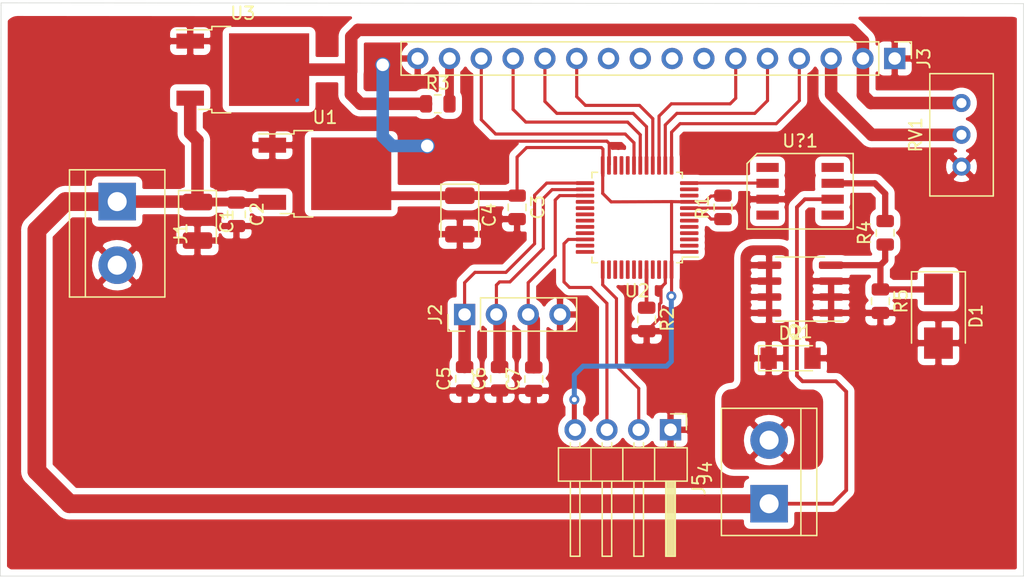
<source format=kicad_pcb>
(kicad_pcb (version 20171130) (host pcbnew "(5.1.5)-3")

  (general
    (thickness 1.6)
    (drawings 5)
    (tracks 188)
    (zones 0)
    (modules 25)
    (nets 59)
  )

  (page A4)
  (layers
    (0 F.Cu signal)
    (31 B.Cu signal)
    (32 B.Adhes user)
    (33 F.Adhes user)
    (34 B.Paste user)
    (35 F.Paste user)
    (36 B.SilkS user)
    (37 F.SilkS user)
    (38 B.Mask user)
    (39 F.Mask user)
    (40 Dwgs.User user)
    (41 Cmts.User user)
    (42 Eco1.User user)
    (43 Eco2.User user)
    (44 Edge.Cuts user)
    (45 Margin user)
    (46 B.CrtYd user)
    (47 F.CrtYd user)
    (48 B.Fab user)
    (49 F.Fab user)
  )

  (setup
    (last_trace_width 1)
    (user_trace_width 0.3)
    (user_trace_width 0.4)
    (user_trace_width 0.5)
    (user_trace_width 0.7)
    (user_trace_width 1)
    (user_trace_width 1.5)
    (trace_clearance 0.2)
    (zone_clearance 0.508)
    (zone_45_only no)
    (trace_min 0.2)
    (via_size 0.8)
    (via_drill 0.4)
    (via_min_size 0.4)
    (via_min_drill 0.3)
    (uvia_size 0.3)
    (uvia_drill 0.1)
    (uvias_allowed no)
    (uvia_min_size 0.2)
    (uvia_min_drill 0.1)
    (edge_width 0.05)
    (segment_width 0.2)
    (pcb_text_width 0.3)
    (pcb_text_size 1.5 1.5)
    (mod_edge_width 0.12)
    (mod_text_size 1 1)
    (mod_text_width 0.15)
    (pad_size 1.524 1.524)
    (pad_drill 0.762)
    (pad_to_mask_clearance 0.051)
    (solder_mask_min_width 0.25)
    (aux_axis_origin 0 0)
    (visible_elements 7FFFFFFF)
    (pcbplotparams
      (layerselection 0x01000_7fffffff)
      (usegerberextensions false)
      (usegerberattributes false)
      (usegerberadvancedattributes false)
      (creategerberjobfile false)
      (excludeedgelayer true)
      (linewidth 0.100000)
      (plotframeref false)
      (viasonmask false)
      (mode 1)
      (useauxorigin false)
      (hpglpennumber 1)
      (hpglpenspeed 20)
      (hpglpendiameter 15.000000)
      (psnegative true)
      (psa4output false)
      (plotreference true)
      (plotvalue true)
      (plotinvisibletext false)
      (padsonsilk false)
      (subtractmaskfromsilk false)
      (outputformat 4)
      (mirror false)
      (drillshape 2)
      (scaleselection 1)
      (outputdirectory ""))
  )

  (net 0 "")
  (net 1 /VCC)
  (net 2 "Net-(C5-Pad2)")
  (net 3 "Net-(C6-Pad2)")
  (net 4 "Net-(C7-Pad2)")
  (net 5 "Net-(D1-Pad1)")
  (net 6 "Net-(D2-Pad1)")
  (net 7 "Net-(J3-Pad15)")
  (net 8 "Net-(J3-Pad14)")
  (net 9 "Net-(J3-Pad13)")
  (net 10 "Net-(J3-Pad12)")
  (net 11 "Net-(J3-Pad11)")
  (net 12 "Net-(J3-Pad10)")
  (net 13 "Net-(J3-Pad9)")
  (net 14 "Net-(J3-Pad8)")
  (net 15 "Net-(J3-Pad7)")
  (net 16 "Net-(J3-Pad6)")
  (net 17 "Net-(J3-Pad5)")
  (net 18 "Net-(J3-Pad4)")
  (net 19 "Net-(J3-Pad3)")
  (net 20 +3V3)
  (net 21 /CLK)
  (net 22 /DIO)
  (net 23 "Net-(R1-Pad1)")
  (net 24 "Net-(R2-Pad1)")
  (net 25 "Net-(R4-Pad2)")
  (net 26 "Net-(U2-Pad46)")
  (net 27 "Net-(U2-Pad45)")
  (net 28 "Net-(U2-Pad43)")
  (net 29 "Net-(U2-Pad42)")
  (net 30 "Net-(U2-Pad41)")
  (net 31 "Net-(U2-Pad40)")
  (net 32 "Net-(U2-Pad39)")
  (net 33 "Net-(U2-Pad38)")
  (net 34 "Net-(U2-Pad36)")
  (net 35 "Net-(U2-Pad35)")
  (net 36 "Net-(U2-Pad33)")
  (net 37 "Net-(U2-Pad32)")
  (net 38 "Net-(U2-Pad31)")
  (net 39 "Net-(U2-Pad30)")
  (net 40 "Net-(U2-Pad29)")
  (net 41 "Net-(U2-Pad28)")
  (net 42 "Net-(U2-Pad22)")
  (net 43 "Net-(U2-Pad21)")
  (net 44 "Net-(U2-Pad20)")
  (net 45 /INA)
  (net 46 "Net-(U2-Pad11)")
  (net 47 "Net-(U2-Pad10)")
  (net 48 "Net-(U2-Pad6)")
  (net 49 "Net-(U2-Pad5)")
  (net 50 "Net-(U2-Pad4)")
  (net 51 "Net-(U2-Pad3)")
  (net 52 "Net-(U2-Pad2)")
  (net 53 "Net-(U?1-Pad4)")
  (net 54 "Net-(U?1-Pad5)")
  (net 55 "Net-(U?1-Pad1)")
  (net 56 "Net-(U?1-Pad8)")
  (net 57 GND)
  (net 58 +5V)

  (net_class Default "This is the default net class."
    (clearance 0.2)
    (trace_width 0.25)
    (via_dia 0.8)
    (via_drill 0.4)
    (uvia_dia 0.3)
    (uvia_drill 0.1)
    (add_net +3V3)
    (add_net +5V)
    (add_net /CLK)
    (add_net /DIO)
    (add_net /INA)
    (add_net /VCC)
    (add_net GND)
    (add_net "Net-(C5-Pad2)")
    (add_net "Net-(C6-Pad2)")
    (add_net "Net-(C7-Pad2)")
    (add_net "Net-(D1-Pad1)")
    (add_net "Net-(D2-Pad1)")
    (add_net "Net-(J3-Pad10)")
    (add_net "Net-(J3-Pad11)")
    (add_net "Net-(J3-Pad12)")
    (add_net "Net-(J3-Pad13)")
    (add_net "Net-(J3-Pad14)")
    (add_net "Net-(J3-Pad15)")
    (add_net "Net-(J3-Pad3)")
    (add_net "Net-(J3-Pad4)")
    (add_net "Net-(J3-Pad5)")
    (add_net "Net-(J3-Pad6)")
    (add_net "Net-(J3-Pad7)")
    (add_net "Net-(J3-Pad8)")
    (add_net "Net-(J3-Pad9)")
    (add_net "Net-(R1-Pad1)")
    (add_net "Net-(R2-Pad1)")
    (add_net "Net-(R4-Pad2)")
    (add_net "Net-(U2-Pad10)")
    (add_net "Net-(U2-Pad11)")
    (add_net "Net-(U2-Pad2)")
    (add_net "Net-(U2-Pad20)")
    (add_net "Net-(U2-Pad21)")
    (add_net "Net-(U2-Pad22)")
    (add_net "Net-(U2-Pad28)")
    (add_net "Net-(U2-Pad29)")
    (add_net "Net-(U2-Pad3)")
    (add_net "Net-(U2-Pad30)")
    (add_net "Net-(U2-Pad31)")
    (add_net "Net-(U2-Pad32)")
    (add_net "Net-(U2-Pad33)")
    (add_net "Net-(U2-Pad35)")
    (add_net "Net-(U2-Pad36)")
    (add_net "Net-(U2-Pad38)")
    (add_net "Net-(U2-Pad39)")
    (add_net "Net-(U2-Pad4)")
    (add_net "Net-(U2-Pad40)")
    (add_net "Net-(U2-Pad41)")
    (add_net "Net-(U2-Pad42)")
    (add_net "Net-(U2-Pad43)")
    (add_net "Net-(U2-Pad45)")
    (add_net "Net-(U2-Pad46)")
    (add_net "Net-(U2-Pad5)")
    (add_net "Net-(U2-Pad6)")
    (add_net "Net-(U?1-Pad1)")
    (add_net "Net-(U?1-Pad4)")
    (add_net "Net-(U?1-Pad5)")
    (add_net "Net-(U?1-Pad8)")
  )

  (module Package_TO_SOT_SMD:TO-252-2 (layer F.Cu) (tedit 5A70A390) (tstamp 5F024520)
    (at 138.303 67.2465)
    (descr "TO-252 / DPAK SMD package, http://www.infineon.com/cms/en/product/packages/PG-TO252/PG-TO252-3-1/")
    (tags "DPAK TO-252 DPAK-3 TO-252-3 SOT-428")
    (path /5F0352CA)
    (attr smd)
    (fp_text reference U3 (at 0 -4.5) (layer F.SilkS)
      (effects (font (size 1 1) (thickness 0.15)))
    )
    (fp_text value LD1117S50TR_SOT223 (at 0 4.5) (layer F.Fab)
      (effects (font (size 1 1) (thickness 0.15)))
    )
    (fp_text user %R (at 0 0) (layer F.Fab)
      (effects (font (size 1 1) (thickness 0.15)))
    )
    (fp_line (start 5.55 -3.5) (end -5.55 -3.5) (layer F.CrtYd) (width 0.05))
    (fp_line (start 5.55 3.5) (end 5.55 -3.5) (layer F.CrtYd) (width 0.05))
    (fp_line (start -5.55 3.5) (end 5.55 3.5) (layer F.CrtYd) (width 0.05))
    (fp_line (start -5.55 -3.5) (end -5.55 3.5) (layer F.CrtYd) (width 0.05))
    (fp_line (start -2.47 3.18) (end -3.57 3.18) (layer F.SilkS) (width 0.12))
    (fp_line (start -2.47 3.45) (end -2.47 3.18) (layer F.SilkS) (width 0.12))
    (fp_line (start -0.97 3.45) (end -2.47 3.45) (layer F.SilkS) (width 0.12))
    (fp_line (start -2.47 -3.18) (end -5.3 -3.18) (layer F.SilkS) (width 0.12))
    (fp_line (start -2.47 -3.45) (end -2.47 -3.18) (layer F.SilkS) (width 0.12))
    (fp_line (start -0.97 -3.45) (end -2.47 -3.45) (layer F.SilkS) (width 0.12))
    (fp_line (start -4.97 2.655) (end -2.27 2.655) (layer F.Fab) (width 0.1))
    (fp_line (start -4.97 1.905) (end -4.97 2.655) (layer F.Fab) (width 0.1))
    (fp_line (start -2.27 1.905) (end -4.97 1.905) (layer F.Fab) (width 0.1))
    (fp_line (start -4.97 -1.905) (end -2.27 -1.905) (layer F.Fab) (width 0.1))
    (fp_line (start -4.97 -2.655) (end -4.97 -1.905) (layer F.Fab) (width 0.1))
    (fp_line (start -1.865 -2.655) (end -4.97 -2.655) (layer F.Fab) (width 0.1))
    (fp_line (start -1.27 -3.25) (end 3.95 -3.25) (layer F.Fab) (width 0.1))
    (fp_line (start -2.27 -2.25) (end -1.27 -3.25) (layer F.Fab) (width 0.1))
    (fp_line (start -2.27 3.25) (end -2.27 -2.25) (layer F.Fab) (width 0.1))
    (fp_line (start 3.95 3.25) (end -2.27 3.25) (layer F.Fab) (width 0.1))
    (fp_line (start 3.95 -3.25) (end 3.95 3.25) (layer F.Fab) (width 0.1))
    (fp_line (start 4.95 2.7) (end 3.95 2.7) (layer F.Fab) (width 0.1))
    (fp_line (start 4.95 -2.7) (end 4.95 2.7) (layer F.Fab) (width 0.1))
    (fp_line (start 3.95 -2.7) (end 4.95 -2.7) (layer F.Fab) (width 0.1))
    (pad "" smd rect (at 0.425 1.525) (size 3.05 2.75) (layers F.Paste))
    (pad "" smd rect (at 3.775 -1.525) (size 3.05 2.75) (layers F.Paste))
    (pad "" smd rect (at 0.425 -1.525) (size 3.05 2.75) (layers F.Paste))
    (pad "" smd rect (at 3.775 1.525) (size 3.05 2.75) (layers F.Paste))
    (pad 2 smd rect (at 2.1 0) (size 6.4 5.8) (layers F.Cu F.Mask)
      (net 58 +5V))
    (pad 3 smd rect (at -4.2 2.28) (size 2.2 1.2) (layers F.Cu F.Paste F.Mask)
      (net 1 /VCC))
    (pad 1 smd rect (at -4.2 -2.28) (size 2.2 1.2) (layers F.Cu F.Paste F.Mask)
      (net 57 GND))
    (model ${KISYS3DMOD}/Package_TO_SOT_SMD.3dshapes/TO-252-2.wrl
      (at (xyz 0 0 0))
      (scale (xyz 1 1 1))
      (rotate (xyz 0 0 0))
    )
  )

  (module Potentiometer_THT:Potentiometer_Bourns_3296W_Vertical (layer F.Cu) (tedit 5A3D4994) (tstamp 5F024E45)
    (at 195.707 69.9135 90)
    (descr "Potentiometer, vertical, Bourns 3296W, https://www.bourns.com/pdfs/3296.pdf")
    (tags "Potentiometer vertical Bourns 3296W")
    (path /5F057ED3)
    (fp_text reference RV1 (at -2.54 -3.66 90) (layer F.SilkS)
      (effects (font (size 1 1) (thickness 0.15)))
    )
    (fp_text value R_POT (at -2.54 3.67 90) (layer F.Fab)
      (effects (font (size 1 1) (thickness 0.15)))
    )
    (fp_text user %R (at -3.175 0.005 90) (layer F.Fab)
      (effects (font (size 1 1) (thickness 0.15)))
    )
    (fp_line (start 2.5 -2.7) (end -7.6 -2.7) (layer F.CrtYd) (width 0.05))
    (fp_line (start 2.5 2.7) (end 2.5 -2.7) (layer F.CrtYd) (width 0.05))
    (fp_line (start -7.6 2.7) (end 2.5 2.7) (layer F.CrtYd) (width 0.05))
    (fp_line (start -7.6 -2.7) (end -7.6 2.7) (layer F.CrtYd) (width 0.05))
    (fp_line (start 2.345 -2.53) (end 2.345 2.54) (layer F.SilkS) (width 0.12))
    (fp_line (start -7.425 -2.53) (end -7.425 2.54) (layer F.SilkS) (width 0.12))
    (fp_line (start -7.425 2.54) (end 2.345 2.54) (layer F.SilkS) (width 0.12))
    (fp_line (start -7.425 -2.53) (end 2.345 -2.53) (layer F.SilkS) (width 0.12))
    (fp_line (start 0.955 2.235) (end 0.956 0.066) (layer F.Fab) (width 0.1))
    (fp_line (start 0.955 2.235) (end 0.956 0.066) (layer F.Fab) (width 0.1))
    (fp_line (start 2.225 -2.41) (end -7.305 -2.41) (layer F.Fab) (width 0.1))
    (fp_line (start 2.225 2.42) (end 2.225 -2.41) (layer F.Fab) (width 0.1))
    (fp_line (start -7.305 2.42) (end 2.225 2.42) (layer F.Fab) (width 0.1))
    (fp_line (start -7.305 -2.41) (end -7.305 2.42) (layer F.Fab) (width 0.1))
    (fp_circle (center 0.955 1.15) (end 2.05 1.15) (layer F.Fab) (width 0.1))
    (pad 3 thru_hole circle (at -5.08 0 90) (size 1.44 1.44) (drill 0.8) (layers *.Cu *.Mask)
      (net 57 GND))
    (pad 2 thru_hole circle (at -2.54 0 90) (size 1.44 1.44) (drill 0.8) (layers *.Cu *.Mask)
      (net 19 "Net-(J3-Pad3)"))
    (pad 1 thru_hole circle (at 0 0 90) (size 1.44 1.44) (drill 0.8) (layers *.Cu *.Mask)
      (net 58 +5V))
    (model ${KISYS3DMOD}/Potentiometer_THT.3dshapes/Potentiometer_Bourns_3296W_Vertical.wrl
      (at (xyz 0 0 0))
      (scale (xyz 1 1 1))
      (rotate (xyz 0 0 0))
    )
  )

  (module Package_QFP:LQFP-48_7x7mm_P0.5mm (layer F.Cu) (tedit 5D9F72AF) (tstamp 5EFFC403)
    (at 169.799 79.0575 180)
    (descr "LQFP, 48 Pin (https://www.analog.com/media/en/technical-documentation/data-sheets/ltc2358-16.pdf), generated with kicad-footprint-generator ipc_gullwing_generator.py")
    (tags "LQFP QFP")
    (path /5EFF54D9)
    (attr smd)
    (fp_text reference U2 (at 0 -5.85) (layer F.SilkS)
      (effects (font (size 1 1) (thickness 0.15)))
    )
    (fp_text value STM32F030C8Tx (at 0 5.85) (layer F.Fab)
      (effects (font (size 1 1) (thickness 0.15)))
    )
    (fp_text user %R (at 0 0) (layer F.Fab)
      (effects (font (size 1 1) (thickness 0.15)))
    )
    (fp_line (start 5.15 3.15) (end 5.15 0) (layer F.CrtYd) (width 0.05))
    (fp_line (start 3.75 3.15) (end 5.15 3.15) (layer F.CrtYd) (width 0.05))
    (fp_line (start 3.75 3.75) (end 3.75 3.15) (layer F.CrtYd) (width 0.05))
    (fp_line (start 3.15 3.75) (end 3.75 3.75) (layer F.CrtYd) (width 0.05))
    (fp_line (start 3.15 5.15) (end 3.15 3.75) (layer F.CrtYd) (width 0.05))
    (fp_line (start 0 5.15) (end 3.15 5.15) (layer F.CrtYd) (width 0.05))
    (fp_line (start -5.15 3.15) (end -5.15 0) (layer F.CrtYd) (width 0.05))
    (fp_line (start -3.75 3.15) (end -5.15 3.15) (layer F.CrtYd) (width 0.05))
    (fp_line (start -3.75 3.75) (end -3.75 3.15) (layer F.CrtYd) (width 0.05))
    (fp_line (start -3.15 3.75) (end -3.75 3.75) (layer F.CrtYd) (width 0.05))
    (fp_line (start -3.15 5.15) (end -3.15 3.75) (layer F.CrtYd) (width 0.05))
    (fp_line (start 0 5.15) (end -3.15 5.15) (layer F.CrtYd) (width 0.05))
    (fp_line (start 5.15 -3.15) (end 5.15 0) (layer F.CrtYd) (width 0.05))
    (fp_line (start 3.75 -3.15) (end 5.15 -3.15) (layer F.CrtYd) (width 0.05))
    (fp_line (start 3.75 -3.75) (end 3.75 -3.15) (layer F.CrtYd) (width 0.05))
    (fp_line (start 3.15 -3.75) (end 3.75 -3.75) (layer F.CrtYd) (width 0.05))
    (fp_line (start 3.15 -5.15) (end 3.15 -3.75) (layer F.CrtYd) (width 0.05))
    (fp_line (start 0 -5.15) (end 3.15 -5.15) (layer F.CrtYd) (width 0.05))
    (fp_line (start -5.15 -3.15) (end -5.15 0) (layer F.CrtYd) (width 0.05))
    (fp_line (start -3.75 -3.15) (end -5.15 -3.15) (layer F.CrtYd) (width 0.05))
    (fp_line (start -3.75 -3.75) (end -3.75 -3.15) (layer F.CrtYd) (width 0.05))
    (fp_line (start -3.15 -3.75) (end -3.75 -3.75) (layer F.CrtYd) (width 0.05))
    (fp_line (start -3.15 -5.15) (end -3.15 -3.75) (layer F.CrtYd) (width 0.05))
    (fp_line (start 0 -5.15) (end -3.15 -5.15) (layer F.CrtYd) (width 0.05))
    (fp_line (start -3.5 -2.5) (end -2.5 -3.5) (layer F.Fab) (width 0.1))
    (fp_line (start -3.5 3.5) (end -3.5 -2.5) (layer F.Fab) (width 0.1))
    (fp_line (start 3.5 3.5) (end -3.5 3.5) (layer F.Fab) (width 0.1))
    (fp_line (start 3.5 -3.5) (end 3.5 3.5) (layer F.Fab) (width 0.1))
    (fp_line (start -2.5 -3.5) (end 3.5 -3.5) (layer F.Fab) (width 0.1))
    (fp_line (start -3.61 -3.16) (end -4.9 -3.16) (layer F.SilkS) (width 0.12))
    (fp_line (start -3.61 -3.61) (end -3.61 -3.16) (layer F.SilkS) (width 0.12))
    (fp_line (start -3.16 -3.61) (end -3.61 -3.61) (layer F.SilkS) (width 0.12))
    (fp_line (start 3.61 -3.61) (end 3.61 -3.16) (layer F.SilkS) (width 0.12))
    (fp_line (start 3.16 -3.61) (end 3.61 -3.61) (layer F.SilkS) (width 0.12))
    (fp_line (start -3.61 3.61) (end -3.61 3.16) (layer F.SilkS) (width 0.12))
    (fp_line (start -3.16 3.61) (end -3.61 3.61) (layer F.SilkS) (width 0.12))
    (fp_line (start 3.61 3.61) (end 3.61 3.16) (layer F.SilkS) (width 0.12))
    (fp_line (start 3.16 3.61) (end 3.61 3.61) (layer F.SilkS) (width 0.12))
    (pad 48 smd roundrect (at -2.75 -4.1625 180) (size 0.3 1.475) (layers F.Cu F.Paste F.Mask) (roundrect_rratio 0.25)
      (net 20 +3V3))
    (pad 47 smd roundrect (at -2.25 -4.1625 180) (size 0.3 1.475) (layers F.Cu F.Paste F.Mask) (roundrect_rratio 0.25)
      (net 57 GND))
    (pad 46 smd roundrect (at -1.75 -4.1625 180) (size 0.3 1.475) (layers F.Cu F.Paste F.Mask) (roundrect_rratio 0.25)
      (net 26 "Net-(U2-Pad46)"))
    (pad 45 smd roundrect (at -1.25 -4.1625 180) (size 0.3 1.475) (layers F.Cu F.Paste F.Mask) (roundrect_rratio 0.25)
      (net 27 "Net-(U2-Pad45)"))
    (pad 44 smd roundrect (at -0.75 -4.1625 180) (size 0.3 1.475) (layers F.Cu F.Paste F.Mask) (roundrect_rratio 0.25)
      (net 24 "Net-(R2-Pad1)"))
    (pad 43 smd roundrect (at -0.25 -4.1625 180) (size 0.3 1.475) (layers F.Cu F.Paste F.Mask) (roundrect_rratio 0.25)
      (net 28 "Net-(U2-Pad43)"))
    (pad 42 smd roundrect (at 0.25 -4.1625 180) (size 0.3 1.475) (layers F.Cu F.Paste F.Mask) (roundrect_rratio 0.25)
      (net 29 "Net-(U2-Pad42)"))
    (pad 41 smd roundrect (at 0.75 -4.1625 180) (size 0.3 1.475) (layers F.Cu F.Paste F.Mask) (roundrect_rratio 0.25)
      (net 30 "Net-(U2-Pad41)"))
    (pad 40 smd roundrect (at 1.25 -4.1625 180) (size 0.3 1.475) (layers F.Cu F.Paste F.Mask) (roundrect_rratio 0.25)
      (net 31 "Net-(U2-Pad40)"))
    (pad 39 smd roundrect (at 1.75 -4.1625 180) (size 0.3 1.475) (layers F.Cu F.Paste F.Mask) (roundrect_rratio 0.25)
      (net 32 "Net-(U2-Pad39)"))
    (pad 38 smd roundrect (at 2.25 -4.1625 180) (size 0.3 1.475) (layers F.Cu F.Paste F.Mask) (roundrect_rratio 0.25)
      (net 33 "Net-(U2-Pad38)"))
    (pad 37 smd roundrect (at 2.75 -4.1625 180) (size 0.3 1.475) (layers F.Cu F.Paste F.Mask) (roundrect_rratio 0.25)
      (net 21 /CLK))
    (pad 36 smd roundrect (at 4.1625 -2.75 180) (size 1.475 0.3) (layers F.Cu F.Paste F.Mask) (roundrect_rratio 0.25)
      (net 34 "Net-(U2-Pad36)"))
    (pad 35 smd roundrect (at 4.1625 -2.25 180) (size 1.475 0.3) (layers F.Cu F.Paste F.Mask) (roundrect_rratio 0.25)
      (net 35 "Net-(U2-Pad35)"))
    (pad 34 smd roundrect (at 4.1625 -1.75 180) (size 1.475 0.3) (layers F.Cu F.Paste F.Mask) (roundrect_rratio 0.25)
      (net 22 /DIO))
    (pad 33 smd roundrect (at 4.1625 -1.25 180) (size 1.475 0.3) (layers F.Cu F.Paste F.Mask) (roundrect_rratio 0.25)
      (net 36 "Net-(U2-Pad33)"))
    (pad 32 smd roundrect (at 4.1625 -0.75 180) (size 1.475 0.3) (layers F.Cu F.Paste F.Mask) (roundrect_rratio 0.25)
      (net 37 "Net-(U2-Pad32)"))
    (pad 31 smd roundrect (at 4.1625 -0.25 180) (size 1.475 0.3) (layers F.Cu F.Paste F.Mask) (roundrect_rratio 0.25)
      (net 38 "Net-(U2-Pad31)"))
    (pad 30 smd roundrect (at 4.1625 0.25 180) (size 1.475 0.3) (layers F.Cu F.Paste F.Mask) (roundrect_rratio 0.25)
      (net 39 "Net-(U2-Pad30)"))
    (pad 29 smd roundrect (at 4.1625 0.75 180) (size 1.475 0.3) (layers F.Cu F.Paste F.Mask) (roundrect_rratio 0.25)
      (net 40 "Net-(U2-Pad29)"))
    (pad 28 smd roundrect (at 4.1625 1.25 180) (size 1.475 0.3) (layers F.Cu F.Paste F.Mask) (roundrect_rratio 0.25)
      (net 41 "Net-(U2-Pad28)"))
    (pad 27 smd roundrect (at 4.1625 1.75 180) (size 1.475 0.3) (layers F.Cu F.Paste F.Mask) (roundrect_rratio 0.25)
      (net 4 "Net-(C7-Pad2)"))
    (pad 26 smd roundrect (at 4.1625 2.25 180) (size 1.475 0.3) (layers F.Cu F.Paste F.Mask) (roundrect_rratio 0.25)
      (net 3 "Net-(C6-Pad2)"))
    (pad 25 smd roundrect (at 4.1625 2.75 180) (size 1.475 0.3) (layers F.Cu F.Paste F.Mask) (roundrect_rratio 0.25)
      (net 2 "Net-(C5-Pad2)"))
    (pad 24 smd roundrect (at 2.75 4.1625 180) (size 0.3 1.475) (layers F.Cu F.Paste F.Mask) (roundrect_rratio 0.25)
      (net 20 +3V3))
    (pad 23 smd roundrect (at 2.25 4.1625 180) (size 0.3 1.475) (layers F.Cu F.Paste F.Mask) (roundrect_rratio 0.25)
      (net 57 GND))
    (pad 22 smd roundrect (at 1.75 4.1625 180) (size 0.3 1.475) (layers F.Cu F.Paste F.Mask) (roundrect_rratio 0.25)
      (net 42 "Net-(U2-Pad22)"))
    (pad 21 smd roundrect (at 1.25 4.1625 180) (size 0.3 1.475) (layers F.Cu F.Paste F.Mask) (roundrect_rratio 0.25)
      (net 43 "Net-(U2-Pad21)"))
    (pad 20 smd roundrect (at 0.75 4.1625 180) (size 0.3 1.475) (layers F.Cu F.Paste F.Mask) (roundrect_rratio 0.25)
      (net 44 "Net-(U2-Pad20)"))
    (pad 19 smd roundrect (at 0.25 4.1625 180) (size 0.3 1.475) (layers F.Cu F.Paste F.Mask) (roundrect_rratio 0.25)
      (net 8 "Net-(J3-Pad14)"))
    (pad 18 smd roundrect (at -0.25 4.1625 180) (size 0.3 1.475) (layers F.Cu F.Paste F.Mask) (roundrect_rratio 0.25)
      (net 9 "Net-(J3-Pad13)"))
    (pad 17 smd roundrect (at -0.75 4.1625 180) (size 0.3 1.475) (layers F.Cu F.Paste F.Mask) (roundrect_rratio 0.25)
      (net 10 "Net-(J3-Pad12)"))
    (pad 16 smd roundrect (at -1.25 4.1625 180) (size 0.3 1.475) (layers F.Cu F.Paste F.Mask) (roundrect_rratio 0.25)
      (net 11 "Net-(J3-Pad11)"))
    (pad 15 smd roundrect (at -1.75 4.1625 180) (size 0.3 1.475) (layers F.Cu F.Paste F.Mask) (roundrect_rratio 0.25)
      (net 16 "Net-(J3-Pad6)"))
    (pad 14 smd roundrect (at -2.25 4.1625 180) (size 0.3 1.475) (layers F.Cu F.Paste F.Mask) (roundrect_rratio 0.25)
      (net 17 "Net-(J3-Pad5)"))
    (pad 13 smd roundrect (at -2.75 4.1625 180) (size 0.3 1.475) (layers F.Cu F.Paste F.Mask) (roundrect_rratio 0.25)
      (net 18 "Net-(J3-Pad4)"))
    (pad 12 smd roundrect (at -4.1625 2.75 180) (size 1.475 0.3) (layers F.Cu F.Paste F.Mask) (roundrect_rratio 0.25)
      (net 45 /INA))
    (pad 11 smd roundrect (at -4.1625 2.25 180) (size 1.475 0.3) (layers F.Cu F.Paste F.Mask) (roundrect_rratio 0.25)
      (net 46 "Net-(U2-Pad11)"))
    (pad 10 smd roundrect (at -4.1625 1.75 180) (size 1.475 0.3) (layers F.Cu F.Paste F.Mask) (roundrect_rratio 0.25)
      (net 47 "Net-(U2-Pad10)"))
    (pad 9 smd roundrect (at -4.1625 1.25 180) (size 1.475 0.3) (layers F.Cu F.Paste F.Mask) (roundrect_rratio 0.25)
      (net 20 +3V3))
    (pad 8 smd roundrect (at -4.1625 0.75 180) (size 1.475 0.3) (layers F.Cu F.Paste F.Mask) (roundrect_rratio 0.25)
      (net 57 GND))
    (pad 7 smd roundrect (at -4.1625 0.25 180) (size 1.475 0.3) (layers F.Cu F.Paste F.Mask) (roundrect_rratio 0.25)
      (net 23 "Net-(R1-Pad1)"))
    (pad 6 smd roundrect (at -4.1625 -0.25 180) (size 1.475 0.3) (layers F.Cu F.Paste F.Mask) (roundrect_rratio 0.25)
      (net 48 "Net-(U2-Pad6)"))
    (pad 5 smd roundrect (at -4.1625 -0.75 180) (size 1.475 0.3) (layers F.Cu F.Paste F.Mask) (roundrect_rratio 0.25)
      (net 49 "Net-(U2-Pad5)"))
    (pad 4 smd roundrect (at -4.1625 -1.25 180) (size 1.475 0.3) (layers F.Cu F.Paste F.Mask) (roundrect_rratio 0.25)
      (net 50 "Net-(U2-Pad4)"))
    (pad 3 smd roundrect (at -4.1625 -1.75 180) (size 1.475 0.3) (layers F.Cu F.Paste F.Mask) (roundrect_rratio 0.25)
      (net 51 "Net-(U2-Pad3)"))
    (pad 2 smd roundrect (at -4.1625 -2.25 180) (size 1.475 0.3) (layers F.Cu F.Paste F.Mask) (roundrect_rratio 0.25)
      (net 52 "Net-(U2-Pad2)"))
    (pad 1 smd roundrect (at -4.1625 -2.75 180) (size 1.475 0.3) (layers F.Cu F.Paste F.Mask) (roundrect_rratio 0.25)
      (net 20 +3V3))
    (model ${KISYS3DMOD}/Package_QFP.3dshapes/LQFP-48_7x7mm_P0.5mm.wrl
      (at (xyz 0 0 0))
      (scale (xyz 1 1 1))
      (rotate (xyz 0 0 0))
    )
  )

  (module IRS4427:IRS4427 (layer F.Cu) (tedit 5EFF577A) (tstamp 5F00255B)
    (at 182.8165 76.962 270)
    (path /5EFFC7E7)
    (attr smd)
    (fp_text reference U?1 (at -4.015 0) (layer F.SilkS)
      (effects (font (size 1 1) (thickness 0.15)))
    )
    (fp_text value IR4427 (at 0 0 90) (layer F.Fab)
      (effects (font (size 1 1) (thickness 0.15)))
    )
    (fp_line (start -2.52 3.74) (end -2.52 -3.74) (layer F.CrtYd) (width 0.05))
    (fp_line (start 2.52 3.74) (end -2.52 3.74) (layer F.CrtYd) (width 0.05))
    (fp_line (start 2.52 -3.74) (end 2.52 3.74) (layer F.CrtYd) (width 0.05))
    (fp_line (start -2.52 -3.74) (end 2.52 -3.74) (layer F.CrtYd) (width 0.05))
    (fp_line (start 3.015 4.24) (end -2.215 4.24) (layer F.SilkS) (width 0.12))
    (fp_line (start 3.015 -4.24) (end 3.015 4.24) (layer F.SilkS) (width 0.12))
    (fp_line (start -3.015 -4.24) (end 3.015 -4.24) (layer F.SilkS) (width 0.12))
    (fp_line (start -3.015 3.44) (end -3.015 -4.24) (layer F.SilkS) (width 0.12))
    (fp_line (start -2.215 4.24) (end -3.015 3.44) (layer F.SilkS) (width 0.12))
    (pad 4 smd rect (at 1.905 2.6 270) (size 0.72 1.78) (layers F.Cu F.Paste F.Mask)
      (net 53 "Net-(U?1-Pad4)"))
    (pad 5 smd rect (at 1.905 -2.6 270) (size 0.72 1.78) (layers F.Cu F.Paste F.Mask)
      (net 54 "Net-(U?1-Pad5)"))
    (pad 3 smd rect (at 0.635 2.6 270) (size 0.72 1.78) (layers F.Cu F.Paste F.Mask)
      (net 57 GND))
    (pad 6 smd rect (at 0.635 -2.6 270) (size 0.72 1.78) (layers F.Cu F.Paste F.Mask)
      (net 1 /VCC))
    (pad 2 smd rect (at -0.635 2.6 270) (size 0.72 1.78) (layers F.Cu F.Paste F.Mask)
      (net 45 /INA))
    (pad 7 smd rect (at -0.635 -2.6 270) (size 0.72 1.78) (layers F.Cu F.Paste F.Mask)
      (net 25 "Net-(R4-Pad2)"))
    (pad 1 smd rect (at -1.905 2.6 270) (size 0.72 1.78) (layers F.Cu F.Paste F.Mask)
      (net 55 "Net-(U?1-Pad1)"))
    (pad 8 smd rect (at -1.905 -2.6 270) (size 0.72 1.78) (layers F.Cu F.Paste F.Mask)
      (net 56 "Net-(U?1-Pad8)"))
  )

  (module Package_TO_SOT_SMD:TO-252-2 (layer F.Cu) (tedit 5A70A390) (tstamp 5F002F50)
    (at 144.863 75.564)
    (descr "TO-252 / DPAK SMD package, http://www.infineon.com/cms/en/product/packages/PG-TO252/PG-TO252-3-1/")
    (tags "DPAK TO-252 DPAK-3 TO-252-3 SOT-428")
    (path /5F003EB6)
    (attr smd)
    (fp_text reference U1 (at 0 -4.5) (layer F.SilkS)
      (effects (font (size 1 1) (thickness 0.15)))
    )
    (fp_text value LD1117S33TR_SOT223 (at 0 4.5) (layer F.Fab)
      (effects (font (size 1 1) (thickness 0.15)))
    )
    (fp_text user %R (at 0 0) (layer F.Fab)
      (effects (font (size 1 1) (thickness 0.15)))
    )
    (fp_line (start 5.55 -3.5) (end -5.55 -3.5) (layer F.CrtYd) (width 0.05))
    (fp_line (start 5.55 3.5) (end 5.55 -3.5) (layer F.CrtYd) (width 0.05))
    (fp_line (start -5.55 3.5) (end 5.55 3.5) (layer F.CrtYd) (width 0.05))
    (fp_line (start -5.55 -3.5) (end -5.55 3.5) (layer F.CrtYd) (width 0.05))
    (fp_line (start -2.47 3.18) (end -3.57 3.18) (layer F.SilkS) (width 0.12))
    (fp_line (start -2.47 3.45) (end -2.47 3.18) (layer F.SilkS) (width 0.12))
    (fp_line (start -0.97 3.45) (end -2.47 3.45) (layer F.SilkS) (width 0.12))
    (fp_line (start -2.47 -3.18) (end -5.3 -3.18) (layer F.SilkS) (width 0.12))
    (fp_line (start -2.47 -3.45) (end -2.47 -3.18) (layer F.SilkS) (width 0.12))
    (fp_line (start -0.97 -3.45) (end -2.47 -3.45) (layer F.SilkS) (width 0.12))
    (fp_line (start -4.97 2.655) (end -2.27 2.655) (layer F.Fab) (width 0.1))
    (fp_line (start -4.97 1.905) (end -4.97 2.655) (layer F.Fab) (width 0.1))
    (fp_line (start -2.27 1.905) (end -4.97 1.905) (layer F.Fab) (width 0.1))
    (fp_line (start -4.97 -1.905) (end -2.27 -1.905) (layer F.Fab) (width 0.1))
    (fp_line (start -4.97 -2.655) (end -4.97 -1.905) (layer F.Fab) (width 0.1))
    (fp_line (start -1.865 -2.655) (end -4.97 -2.655) (layer F.Fab) (width 0.1))
    (fp_line (start -1.27 -3.25) (end 3.95 -3.25) (layer F.Fab) (width 0.1))
    (fp_line (start -2.27 -2.25) (end -1.27 -3.25) (layer F.Fab) (width 0.1))
    (fp_line (start -2.27 3.25) (end -2.27 -2.25) (layer F.Fab) (width 0.1))
    (fp_line (start 3.95 3.25) (end -2.27 3.25) (layer F.Fab) (width 0.1))
    (fp_line (start 3.95 -3.25) (end 3.95 3.25) (layer F.Fab) (width 0.1))
    (fp_line (start 4.95 2.7) (end 3.95 2.7) (layer F.Fab) (width 0.1))
    (fp_line (start 4.95 -2.7) (end 4.95 2.7) (layer F.Fab) (width 0.1))
    (fp_line (start 3.95 -2.7) (end 4.95 -2.7) (layer F.Fab) (width 0.1))
    (pad "" smd rect (at 0.425 1.525) (size 3.05 2.75) (layers F.Paste))
    (pad "" smd rect (at 3.775 -1.525) (size 3.05 2.75) (layers F.Paste))
    (pad "" smd rect (at 0.425 -1.525) (size 3.05 2.75) (layers F.Paste))
    (pad "" smd rect (at 3.775 1.525) (size 3.05 2.75) (layers F.Paste))
    (pad 2 smd rect (at 2.1 0) (size 6.4 5.8) (layers F.Cu F.Mask)
      (net 20 +3V3))
    (pad 3 smd rect (at -4.2 2.28) (size 2.2 1.2) (layers F.Cu F.Paste F.Mask)
      (net 1 /VCC))
    (pad 1 smd rect (at -4.2 -2.28) (size 2.2 1.2) (layers F.Cu F.Paste F.Mask)
      (net 57 GND))
    (model ${KISYS3DMOD}/Package_TO_SOT_SMD.3dshapes/TO-252-2.wrl
      (at (xyz 0 0 0))
      (scale (xyz 1 1 1))
      (rotate (xyz 0 0 0))
    )
  )

  (module Resistor_SMD:R_0805_2012Metric (layer F.Cu) (tedit 5B36C52B) (tstamp 5EFFED6E)
    (at 189.23 85.74 270)
    (descr "Resistor SMD 0805 (2012 Metric), square (rectangular) end terminal, IPC_7351 nominal, (Body size source: https://docs.google.com/spreadsheets/d/1BsfQQcO9C6DZCsRaXUlFlo91Tg2WpOkGARC1WS5S8t0/edit?usp=sharing), generated with kicad-footprint-generator")
    (tags resistor)
    (path /5F02C5DC)
    (attr smd)
    (fp_text reference R5 (at 0 -1.65 90) (layer F.SilkS)
      (effects (font (size 1 1) (thickness 0.15)))
    )
    (fp_text value R (at 0 1.65 90) (layer F.Fab)
      (effects (font (size 1 1) (thickness 0.15)))
    )
    (fp_text user %R (at 0 0 270) (layer F.Fab)
      (effects (font (size 0.5 0.5) (thickness 0.08)))
    )
    (fp_line (start 1.68 0.95) (end -1.68 0.95) (layer F.CrtYd) (width 0.05))
    (fp_line (start 1.68 -0.95) (end 1.68 0.95) (layer F.CrtYd) (width 0.05))
    (fp_line (start -1.68 -0.95) (end 1.68 -0.95) (layer F.CrtYd) (width 0.05))
    (fp_line (start -1.68 0.95) (end -1.68 -0.95) (layer F.CrtYd) (width 0.05))
    (fp_line (start -0.258578 0.71) (end 0.258578 0.71) (layer F.SilkS) (width 0.12))
    (fp_line (start -0.258578 -0.71) (end 0.258578 -0.71) (layer F.SilkS) (width 0.12))
    (fp_line (start 1 0.6) (end -1 0.6) (layer F.Fab) (width 0.1))
    (fp_line (start 1 -0.6) (end 1 0.6) (layer F.Fab) (width 0.1))
    (fp_line (start -1 -0.6) (end 1 -0.6) (layer F.Fab) (width 0.1))
    (fp_line (start -1 0.6) (end -1 -0.6) (layer F.Fab) (width 0.1))
    (pad 2 smd roundrect (at 0.9375 0 270) (size 0.975 1.4) (layers F.Cu F.Paste F.Mask) (roundrect_rratio 0.25)
      (net 57 GND))
    (pad 1 smd roundrect (at -0.9375 0 270) (size 0.975 1.4) (layers F.Cu F.Paste F.Mask) (roundrect_rratio 0.25)
      (net 5 "Net-(D1-Pad1)"))
    (model ${KISYS3DMOD}/Resistor_SMD.3dshapes/R_0805_2012Metric.wrl
      (at (xyz 0 0 0))
      (scale (xyz 1 1 1))
      (rotate (xyz 0 0 0))
    )
  )

  (module Resistor_SMD:R_0805_2012Metric (layer F.Cu) (tedit 5B36C52B) (tstamp 5EFFE9EA)
    (at 189.611 80.279 90)
    (descr "Resistor SMD 0805 (2012 Metric), square (rectangular) end terminal, IPC_7351 nominal, (Body size source: https://docs.google.com/spreadsheets/d/1BsfQQcO9C6DZCsRaXUlFlo91Tg2WpOkGARC1WS5S8t0/edit?usp=sharing), generated with kicad-footprint-generator")
    (tags resistor)
    (path /5EFFD63F)
    (attr smd)
    (fp_text reference R4 (at 0 -1.65 90) (layer F.SilkS)
      (effects (font (size 1 1) (thickness 0.15)))
    )
    (fp_text value R (at 0 1.65 90) (layer F.Fab)
      (effects (font (size 1 1) (thickness 0.15)))
    )
    (fp_text user %R (at 0 0 90) (layer F.Fab)
      (effects (font (size 0.5 0.5) (thickness 0.08)))
    )
    (fp_line (start 1.68 0.95) (end -1.68 0.95) (layer F.CrtYd) (width 0.05))
    (fp_line (start 1.68 -0.95) (end 1.68 0.95) (layer F.CrtYd) (width 0.05))
    (fp_line (start -1.68 -0.95) (end 1.68 -0.95) (layer F.CrtYd) (width 0.05))
    (fp_line (start -1.68 0.95) (end -1.68 -0.95) (layer F.CrtYd) (width 0.05))
    (fp_line (start -0.258578 0.71) (end 0.258578 0.71) (layer F.SilkS) (width 0.12))
    (fp_line (start -0.258578 -0.71) (end 0.258578 -0.71) (layer F.SilkS) (width 0.12))
    (fp_line (start 1 0.6) (end -1 0.6) (layer F.Fab) (width 0.1))
    (fp_line (start 1 -0.6) (end 1 0.6) (layer F.Fab) (width 0.1))
    (fp_line (start -1 -0.6) (end 1 -0.6) (layer F.Fab) (width 0.1))
    (fp_line (start -1 0.6) (end -1 -0.6) (layer F.Fab) (width 0.1))
    (pad 2 smd roundrect (at 0.9375 0 90) (size 0.975 1.4) (layers F.Cu F.Paste F.Mask) (roundrect_rratio 0.25)
      (net 25 "Net-(R4-Pad2)"))
    (pad 1 smd roundrect (at -0.9375 0 90) (size 0.975 1.4) (layers F.Cu F.Paste F.Mask) (roundrect_rratio 0.25)
      (net 5 "Net-(D1-Pad1)"))
    (model ${KISYS3DMOD}/Resistor_SMD.3dshapes/R_0805_2012Metric.wrl
      (at (xyz 0 0 0))
      (scale (xyz 1 1 1))
      (rotate (xyz 0 0 0))
    )
  )

  (module Resistor_SMD:R_0805_2012Metric (layer F.Cu) (tedit 5B36C52B) (tstamp 5F024894)
    (at 153.8755 69.977)
    (descr "Resistor SMD 0805 (2012 Metric), square (rectangular) end terminal, IPC_7351 nominal, (Body size source: https://docs.google.com/spreadsheets/d/1BsfQQcO9C6DZCsRaXUlFlo91Tg2WpOkGARC1WS5S8t0/edit?usp=sharing), generated with kicad-footprint-generator")
    (tags resistor)
    (path /5F0523A4)
    (attr smd)
    (fp_text reference R3 (at 0 -1.65) (layer F.SilkS)
      (effects (font (size 1 1) (thickness 0.15)))
    )
    (fp_text value R (at 0 1.65) (layer F.Fab)
      (effects (font (size 1 1) (thickness 0.15)))
    )
    (fp_text user %R (at 0 0) (layer F.Fab)
      (effects (font (size 0.5 0.5) (thickness 0.08)))
    )
    (fp_line (start 1.68 0.95) (end -1.68 0.95) (layer F.CrtYd) (width 0.05))
    (fp_line (start 1.68 -0.95) (end 1.68 0.95) (layer F.CrtYd) (width 0.05))
    (fp_line (start -1.68 -0.95) (end 1.68 -0.95) (layer F.CrtYd) (width 0.05))
    (fp_line (start -1.68 0.95) (end -1.68 -0.95) (layer F.CrtYd) (width 0.05))
    (fp_line (start -0.258578 0.71) (end 0.258578 0.71) (layer F.SilkS) (width 0.12))
    (fp_line (start -0.258578 -0.71) (end 0.258578 -0.71) (layer F.SilkS) (width 0.12))
    (fp_line (start 1 0.6) (end -1 0.6) (layer F.Fab) (width 0.1))
    (fp_line (start 1 -0.6) (end 1 0.6) (layer F.Fab) (width 0.1))
    (fp_line (start -1 -0.6) (end 1 -0.6) (layer F.Fab) (width 0.1))
    (fp_line (start -1 0.6) (end -1 -0.6) (layer F.Fab) (width 0.1))
    (pad 2 smd roundrect (at 0.9375 0) (size 0.975 1.4) (layers F.Cu F.Paste F.Mask) (roundrect_rratio 0.25)
      (net 7 "Net-(J3-Pad15)"))
    (pad 1 smd roundrect (at -0.9375 0) (size 0.975 1.4) (layers F.Cu F.Paste F.Mask) (roundrect_rratio 0.25)
      (net 58 +5V))
    (model ${KISYS3DMOD}/Resistor_SMD.3dshapes/R_0805_2012Metric.wrl
      (at (xyz 0 0 0))
      (scale (xyz 1 1 1))
      (rotate (xyz 0 0 0))
    )
  )

  (module Resistor_SMD:R_0805_2012Metric (layer F.Cu) (tedit 5B36C52B) (tstamp 5EFFE968)
    (at 170.561 87.2005 270)
    (descr "Resistor SMD 0805 (2012 Metric), square (rectangular) end terminal, IPC_7351 nominal, (Body size source: https://docs.google.com/spreadsheets/d/1BsfQQcO9C6DZCsRaXUlFlo91Tg2WpOkGARC1WS5S8t0/edit?usp=sharing), generated with kicad-footprint-generator")
    (tags resistor)
    (path /5F00B899)
    (attr smd)
    (fp_text reference R2 (at 0 -1.65 90) (layer F.SilkS)
      (effects (font (size 1 1) (thickness 0.15)))
    )
    (fp_text value R (at 0 1.65 90) (layer F.Fab)
      (effects (font (size 1 1) (thickness 0.15)))
    )
    (fp_text user %R (at 0 0 90) (layer F.Fab)
      (effects (font (size 0.5 0.5) (thickness 0.08)))
    )
    (fp_line (start 1.68 0.95) (end -1.68 0.95) (layer F.CrtYd) (width 0.05))
    (fp_line (start 1.68 -0.95) (end 1.68 0.95) (layer F.CrtYd) (width 0.05))
    (fp_line (start -1.68 -0.95) (end 1.68 -0.95) (layer F.CrtYd) (width 0.05))
    (fp_line (start -1.68 0.95) (end -1.68 -0.95) (layer F.CrtYd) (width 0.05))
    (fp_line (start -0.258578 0.71) (end 0.258578 0.71) (layer F.SilkS) (width 0.12))
    (fp_line (start -0.258578 -0.71) (end 0.258578 -0.71) (layer F.SilkS) (width 0.12))
    (fp_line (start 1 0.6) (end -1 0.6) (layer F.Fab) (width 0.1))
    (fp_line (start 1 -0.6) (end 1 0.6) (layer F.Fab) (width 0.1))
    (fp_line (start -1 -0.6) (end 1 -0.6) (layer F.Fab) (width 0.1))
    (fp_line (start -1 0.6) (end -1 -0.6) (layer F.Fab) (width 0.1))
    (pad 2 smd roundrect (at 0.9375 0 270) (size 0.975 1.4) (layers F.Cu F.Paste F.Mask) (roundrect_rratio 0.25)
      (net 57 GND))
    (pad 1 smd roundrect (at -0.9375 0 270) (size 0.975 1.4) (layers F.Cu F.Paste F.Mask) (roundrect_rratio 0.25)
      (net 24 "Net-(R2-Pad1)"))
    (model ${KISYS3DMOD}/Resistor_SMD.3dshapes/R_0805_2012Metric.wrl
      (at (xyz 0 0 0))
      (scale (xyz 1 1 1))
      (rotate (xyz 0 0 0))
    )
  )

  (module Resistor_SMD:R_0805_2012Metric (layer F.Cu) (tedit 5B36C52B) (tstamp 5F003497)
    (at 176.657 78.247 90)
    (descr "Resistor SMD 0805 (2012 Metric), square (rectangular) end terminal, IPC_7351 nominal, (Body size source: https://docs.google.com/spreadsheets/d/1BsfQQcO9C6DZCsRaXUlFlo91Tg2WpOkGARC1WS5S8t0/edit?usp=sharing), generated with kicad-footprint-generator")
    (tags resistor)
    (path /5F00BDD4)
    (attr smd)
    (fp_text reference R1 (at 0 -1.65 90) (layer F.SilkS)
      (effects (font (size 1 1) (thickness 0.15)))
    )
    (fp_text value R (at 0 1.65 90) (layer F.Fab)
      (effects (font (size 1 1) (thickness 0.15)))
    )
    (fp_text user %R (at 0 0 90) (layer F.Fab)
      (effects (font (size 0.5 0.5) (thickness 0.08)))
    )
    (fp_line (start 1.68 0.95) (end -1.68 0.95) (layer F.CrtYd) (width 0.05))
    (fp_line (start 1.68 -0.95) (end 1.68 0.95) (layer F.CrtYd) (width 0.05))
    (fp_line (start -1.68 -0.95) (end 1.68 -0.95) (layer F.CrtYd) (width 0.05))
    (fp_line (start -1.68 0.95) (end -1.68 -0.95) (layer F.CrtYd) (width 0.05))
    (fp_line (start -0.258578 0.71) (end 0.258578 0.71) (layer F.SilkS) (width 0.12))
    (fp_line (start -0.258578 -0.71) (end 0.258578 -0.71) (layer F.SilkS) (width 0.12))
    (fp_line (start 1 0.6) (end -1 0.6) (layer F.Fab) (width 0.1))
    (fp_line (start 1 -0.6) (end 1 0.6) (layer F.Fab) (width 0.1))
    (fp_line (start -1 -0.6) (end 1 -0.6) (layer F.Fab) (width 0.1))
    (fp_line (start -1 0.6) (end -1 -0.6) (layer F.Fab) (width 0.1))
    (pad 2 smd roundrect (at 0.9375 0 90) (size 0.975 1.4) (layers F.Cu F.Paste F.Mask) (roundrect_rratio 0.25)
      (net 20 +3V3))
    (pad 1 smd roundrect (at -0.9375 0 90) (size 0.975 1.4) (layers F.Cu F.Paste F.Mask) (roundrect_rratio 0.25)
      (net 23 "Net-(R1-Pad1)"))
    (model ${KISYS3DMOD}/Resistor_SMD.3dshapes/R_0805_2012Metric.wrl
      (at (xyz 0 0 0))
      (scale (xyz 1 1 1))
      (rotate (xyz 0 0 0))
    )
  )

  (module Package_SO:SOIC-8_3.9x4.9mm_P1.27mm (layer F.Cu) (tedit 5D9F72B1) (tstamp 5F002896)
    (at 182.8165 84.7725 180)
    (descr "SOIC, 8 Pin (JEDEC MS-012AA, https://www.analog.com/media/en/package-pcb-resources/package/pkg_pdf/soic_narrow-r/r_8.pdf), generated with kicad-footprint-generator ipc_gullwing_generator.py")
    (tags "SOIC SO")
    (path /5EFF8C85)
    (attr smd)
    (fp_text reference Q1 (at 0 -3.4) (layer F.SilkS)
      (effects (font (size 1 1) (thickness 0.15)))
    )
    (fp_text value FDS6630A (at 0 3.4) (layer F.Fab)
      (effects (font (size 1 1) (thickness 0.15)))
    )
    (fp_text user %R (at 0 0) (layer F.Fab)
      (effects (font (size 0.98 0.98) (thickness 0.15)))
    )
    (fp_line (start 3.7 -2.7) (end -3.7 -2.7) (layer F.CrtYd) (width 0.05))
    (fp_line (start 3.7 2.7) (end 3.7 -2.7) (layer F.CrtYd) (width 0.05))
    (fp_line (start -3.7 2.7) (end 3.7 2.7) (layer F.CrtYd) (width 0.05))
    (fp_line (start -3.7 -2.7) (end -3.7 2.7) (layer F.CrtYd) (width 0.05))
    (fp_line (start -1.95 -1.475) (end -0.975 -2.45) (layer F.Fab) (width 0.1))
    (fp_line (start -1.95 2.45) (end -1.95 -1.475) (layer F.Fab) (width 0.1))
    (fp_line (start 1.95 2.45) (end -1.95 2.45) (layer F.Fab) (width 0.1))
    (fp_line (start 1.95 -2.45) (end 1.95 2.45) (layer F.Fab) (width 0.1))
    (fp_line (start -0.975 -2.45) (end 1.95 -2.45) (layer F.Fab) (width 0.1))
    (fp_line (start 0 -2.56) (end -3.45 -2.56) (layer F.SilkS) (width 0.12))
    (fp_line (start 0 -2.56) (end 1.95 -2.56) (layer F.SilkS) (width 0.12))
    (fp_line (start 0 2.56) (end -1.95 2.56) (layer F.SilkS) (width 0.12))
    (fp_line (start 0 2.56) (end 1.95 2.56) (layer F.SilkS) (width 0.12))
    (pad 8 smd roundrect (at 2.475 -1.905 180) (size 1.95 0.6) (layers F.Cu F.Paste F.Mask) (roundrect_rratio 0.25)
      (net 6 "Net-(D2-Pad1)"))
    (pad 7 smd roundrect (at 2.475 -0.635 180) (size 1.95 0.6) (layers F.Cu F.Paste F.Mask) (roundrect_rratio 0.25)
      (net 6 "Net-(D2-Pad1)"))
    (pad 6 smd roundrect (at 2.475 0.635 180) (size 1.95 0.6) (layers F.Cu F.Paste F.Mask) (roundrect_rratio 0.25)
      (net 6 "Net-(D2-Pad1)"))
    (pad 5 smd roundrect (at 2.475 1.905 180) (size 1.95 0.6) (layers F.Cu F.Paste F.Mask) (roundrect_rratio 0.25)
      (net 6 "Net-(D2-Pad1)"))
    (pad 4 smd roundrect (at -2.475 1.905 180) (size 1.95 0.6) (layers F.Cu F.Paste F.Mask) (roundrect_rratio 0.25)
      (net 5 "Net-(D1-Pad1)"))
    (pad 3 smd roundrect (at -2.475 0.635 180) (size 1.95 0.6) (layers F.Cu F.Paste F.Mask) (roundrect_rratio 0.25)
      (net 57 GND))
    (pad 2 smd roundrect (at -2.475 -0.635 180) (size 1.95 0.6) (layers F.Cu F.Paste F.Mask) (roundrect_rratio 0.25)
      (net 57 GND))
    (pad 1 smd roundrect (at -2.475 -1.905 180) (size 1.95 0.6) (layers F.Cu F.Paste F.Mask) (roundrect_rratio 0.25)
      (net 57 GND))
    (model ${KISYS3DMOD}/Package_SO.3dshapes/SOIC-8_3.9x4.9mm_P1.27mm.wrl
      (at (xyz 0 0 0))
      (scale (xyz 1 1 1))
      (rotate (xyz 0 0 0))
    )
  )

  (module Connector_PinHeader_2.54mm:PinHeader_1x04_P2.54mm_Horizontal (layer F.Cu) (tedit 59FED5CB) (tstamp 5F00241F)
    (at 172.466 96.012 270)
    (descr "Through hole angled pin header, 1x04, 2.54mm pitch, 6mm pin length, single row")
    (tags "Through hole angled pin header THT 1x04 2.54mm single row")
    (path /5F0C4909)
    (fp_text reference J5 (at 4.385 -2.27 90) (layer F.SilkS)
      (effects (font (size 1 1) (thickness 0.15)))
    )
    (fp_text value Conn_01x04 (at 4.385 9.89 90) (layer F.Fab)
      (effects (font (size 1 1) (thickness 0.15)))
    )
    (fp_text user %R (at 2.77 3.81) (layer F.Fab)
      (effects (font (size 1 1) (thickness 0.15)))
    )
    (fp_line (start 10.55 -1.8) (end -1.8 -1.8) (layer F.CrtYd) (width 0.05))
    (fp_line (start 10.55 9.4) (end 10.55 -1.8) (layer F.CrtYd) (width 0.05))
    (fp_line (start -1.8 9.4) (end 10.55 9.4) (layer F.CrtYd) (width 0.05))
    (fp_line (start -1.8 -1.8) (end -1.8 9.4) (layer F.CrtYd) (width 0.05))
    (fp_line (start -1.27 -1.27) (end 0 -1.27) (layer F.SilkS) (width 0.12))
    (fp_line (start -1.27 0) (end -1.27 -1.27) (layer F.SilkS) (width 0.12))
    (fp_line (start 1.042929 8) (end 1.44 8) (layer F.SilkS) (width 0.12))
    (fp_line (start 1.042929 7.24) (end 1.44 7.24) (layer F.SilkS) (width 0.12))
    (fp_line (start 10.1 8) (end 4.1 8) (layer F.SilkS) (width 0.12))
    (fp_line (start 10.1 7.24) (end 10.1 8) (layer F.SilkS) (width 0.12))
    (fp_line (start 4.1 7.24) (end 10.1 7.24) (layer F.SilkS) (width 0.12))
    (fp_line (start 1.44 6.35) (end 4.1 6.35) (layer F.SilkS) (width 0.12))
    (fp_line (start 1.042929 5.46) (end 1.44 5.46) (layer F.SilkS) (width 0.12))
    (fp_line (start 1.042929 4.7) (end 1.44 4.7) (layer F.SilkS) (width 0.12))
    (fp_line (start 10.1 5.46) (end 4.1 5.46) (layer F.SilkS) (width 0.12))
    (fp_line (start 10.1 4.7) (end 10.1 5.46) (layer F.SilkS) (width 0.12))
    (fp_line (start 4.1 4.7) (end 10.1 4.7) (layer F.SilkS) (width 0.12))
    (fp_line (start 1.44 3.81) (end 4.1 3.81) (layer F.SilkS) (width 0.12))
    (fp_line (start 1.042929 2.92) (end 1.44 2.92) (layer F.SilkS) (width 0.12))
    (fp_line (start 1.042929 2.16) (end 1.44 2.16) (layer F.SilkS) (width 0.12))
    (fp_line (start 10.1 2.92) (end 4.1 2.92) (layer F.SilkS) (width 0.12))
    (fp_line (start 10.1 2.16) (end 10.1 2.92) (layer F.SilkS) (width 0.12))
    (fp_line (start 4.1 2.16) (end 10.1 2.16) (layer F.SilkS) (width 0.12))
    (fp_line (start 1.44 1.27) (end 4.1 1.27) (layer F.SilkS) (width 0.12))
    (fp_line (start 1.11 0.38) (end 1.44 0.38) (layer F.SilkS) (width 0.12))
    (fp_line (start 1.11 -0.38) (end 1.44 -0.38) (layer F.SilkS) (width 0.12))
    (fp_line (start 4.1 0.28) (end 10.1 0.28) (layer F.SilkS) (width 0.12))
    (fp_line (start 4.1 0.16) (end 10.1 0.16) (layer F.SilkS) (width 0.12))
    (fp_line (start 4.1 0.04) (end 10.1 0.04) (layer F.SilkS) (width 0.12))
    (fp_line (start 4.1 -0.08) (end 10.1 -0.08) (layer F.SilkS) (width 0.12))
    (fp_line (start 4.1 -0.2) (end 10.1 -0.2) (layer F.SilkS) (width 0.12))
    (fp_line (start 4.1 -0.32) (end 10.1 -0.32) (layer F.SilkS) (width 0.12))
    (fp_line (start 10.1 0.38) (end 4.1 0.38) (layer F.SilkS) (width 0.12))
    (fp_line (start 10.1 -0.38) (end 10.1 0.38) (layer F.SilkS) (width 0.12))
    (fp_line (start 4.1 -0.38) (end 10.1 -0.38) (layer F.SilkS) (width 0.12))
    (fp_line (start 4.1 -1.33) (end 1.44 -1.33) (layer F.SilkS) (width 0.12))
    (fp_line (start 4.1 8.95) (end 4.1 -1.33) (layer F.SilkS) (width 0.12))
    (fp_line (start 1.44 8.95) (end 4.1 8.95) (layer F.SilkS) (width 0.12))
    (fp_line (start 1.44 -1.33) (end 1.44 8.95) (layer F.SilkS) (width 0.12))
    (fp_line (start 4.04 7.94) (end 10.04 7.94) (layer F.Fab) (width 0.1))
    (fp_line (start 10.04 7.3) (end 10.04 7.94) (layer F.Fab) (width 0.1))
    (fp_line (start 4.04 7.3) (end 10.04 7.3) (layer F.Fab) (width 0.1))
    (fp_line (start -0.32 7.94) (end 1.5 7.94) (layer F.Fab) (width 0.1))
    (fp_line (start -0.32 7.3) (end -0.32 7.94) (layer F.Fab) (width 0.1))
    (fp_line (start -0.32 7.3) (end 1.5 7.3) (layer F.Fab) (width 0.1))
    (fp_line (start 4.04 5.4) (end 10.04 5.4) (layer F.Fab) (width 0.1))
    (fp_line (start 10.04 4.76) (end 10.04 5.4) (layer F.Fab) (width 0.1))
    (fp_line (start 4.04 4.76) (end 10.04 4.76) (layer F.Fab) (width 0.1))
    (fp_line (start -0.32 5.4) (end 1.5 5.4) (layer F.Fab) (width 0.1))
    (fp_line (start -0.32 4.76) (end -0.32 5.4) (layer F.Fab) (width 0.1))
    (fp_line (start -0.32 4.76) (end 1.5 4.76) (layer F.Fab) (width 0.1))
    (fp_line (start 4.04 2.86) (end 10.04 2.86) (layer F.Fab) (width 0.1))
    (fp_line (start 10.04 2.22) (end 10.04 2.86) (layer F.Fab) (width 0.1))
    (fp_line (start 4.04 2.22) (end 10.04 2.22) (layer F.Fab) (width 0.1))
    (fp_line (start -0.32 2.86) (end 1.5 2.86) (layer F.Fab) (width 0.1))
    (fp_line (start -0.32 2.22) (end -0.32 2.86) (layer F.Fab) (width 0.1))
    (fp_line (start -0.32 2.22) (end 1.5 2.22) (layer F.Fab) (width 0.1))
    (fp_line (start 4.04 0.32) (end 10.04 0.32) (layer F.Fab) (width 0.1))
    (fp_line (start 10.04 -0.32) (end 10.04 0.32) (layer F.Fab) (width 0.1))
    (fp_line (start 4.04 -0.32) (end 10.04 -0.32) (layer F.Fab) (width 0.1))
    (fp_line (start -0.32 0.32) (end 1.5 0.32) (layer F.Fab) (width 0.1))
    (fp_line (start -0.32 -0.32) (end -0.32 0.32) (layer F.Fab) (width 0.1))
    (fp_line (start -0.32 -0.32) (end 1.5 -0.32) (layer F.Fab) (width 0.1))
    (fp_line (start 1.5 -0.635) (end 2.135 -1.27) (layer F.Fab) (width 0.1))
    (fp_line (start 1.5 8.89) (end 1.5 -0.635) (layer F.Fab) (width 0.1))
    (fp_line (start 4.04 8.89) (end 1.5 8.89) (layer F.Fab) (width 0.1))
    (fp_line (start 4.04 -1.27) (end 4.04 8.89) (layer F.Fab) (width 0.1))
    (fp_line (start 2.135 -1.27) (end 4.04 -1.27) (layer F.Fab) (width 0.1))
    (pad 4 thru_hole oval (at 0 7.62 270) (size 1.7 1.7) (drill 1) (layers *.Cu *.Mask)
      (net 20 +3V3))
    (pad 3 thru_hole oval (at 0 5.08 270) (size 1.7 1.7) (drill 1) (layers *.Cu *.Mask)
      (net 22 /DIO))
    (pad 2 thru_hole oval (at 0 2.54 270) (size 1.7 1.7) (drill 1) (layers *.Cu *.Mask)
      (net 21 /CLK))
    (pad 1 thru_hole rect (at 0 0 270) (size 1.7 1.7) (drill 1) (layers *.Cu *.Mask)
      (net 57 GND))
    (model ${KISYS3DMOD}/Connector_PinHeader_2.54mm.3dshapes/PinHeader_1x04_P2.54mm_Horizontal.wrl
      (at (xyz 0 0 0))
      (scale (xyz 1 1 1))
      (rotate (xyz 0 0 0))
    )
  )

  (module TerminalBlock:TerminalBlock_bornier-2_P5.08mm (layer F.Cu) (tedit 59FF03AB) (tstamp 5EFFBCE9)
    (at 180.34 101.9175 90)
    (descr "simple 2-pin terminal block, pitch 5.08mm, revamped version of bornier2")
    (tags "terminal block bornier2")
    (path /5F002409)
    (fp_text reference J4 (at 2.54 -5.08 90) (layer F.SilkS)
      (effects (font (size 1 1) (thickness 0.15)))
    )
    (fp_text value Screw_Terminal_01x02 (at 2.54 5.08 90) (layer F.Fab)
      (effects (font (size 1 1) (thickness 0.15)))
    )
    (fp_line (start 7.79 4) (end -2.71 4) (layer F.CrtYd) (width 0.05))
    (fp_line (start 7.79 4) (end 7.79 -4) (layer F.CrtYd) (width 0.05))
    (fp_line (start -2.71 -4) (end -2.71 4) (layer F.CrtYd) (width 0.05))
    (fp_line (start -2.71 -4) (end 7.79 -4) (layer F.CrtYd) (width 0.05))
    (fp_line (start -2.54 3.81) (end 7.62 3.81) (layer F.SilkS) (width 0.12))
    (fp_line (start -2.54 -3.81) (end -2.54 3.81) (layer F.SilkS) (width 0.12))
    (fp_line (start 7.62 -3.81) (end -2.54 -3.81) (layer F.SilkS) (width 0.12))
    (fp_line (start 7.62 3.81) (end 7.62 -3.81) (layer F.SilkS) (width 0.12))
    (fp_line (start 7.62 2.54) (end -2.54 2.54) (layer F.SilkS) (width 0.12))
    (fp_line (start 7.54 -3.75) (end -2.46 -3.75) (layer F.Fab) (width 0.1))
    (fp_line (start 7.54 3.75) (end 7.54 -3.75) (layer F.Fab) (width 0.1))
    (fp_line (start -2.46 3.75) (end 7.54 3.75) (layer F.Fab) (width 0.1))
    (fp_line (start -2.46 -3.75) (end -2.46 3.75) (layer F.Fab) (width 0.1))
    (fp_line (start -2.41 2.55) (end 7.49 2.55) (layer F.Fab) (width 0.1))
    (fp_text user %R (at 2.54 0 90) (layer F.Fab)
      (effects (font (size 1 1) (thickness 0.15)))
    )
    (pad 2 thru_hole circle (at 5.08 0 90) (size 3 3) (drill 1.52) (layers *.Cu *.Mask)
      (net 6 "Net-(D2-Pad1)"))
    (pad 1 thru_hole rect (at 0 0 90) (size 3 3) (drill 1.52) (layers *.Cu *.Mask)
      (net 1 /VCC))
    (model ${KISYS3DMOD}/TerminalBlock.3dshapes/TerminalBlock_bornier-2_P5.08mm.wrl
      (offset (xyz 2.539999961853027 0 0))
      (scale (xyz 1 1 1))
      (rotate (xyz 0 0 0))
    )
  )

  (module Connector_PinHeader_2.54mm:PinHeader_1x16_P2.54mm_Vertical (layer F.Cu) (tedit 59FED5CC) (tstamp 5EFFBCD4)
    (at 190.373 66.3575 270)
    (descr "Through hole straight pin header, 1x16, 2.54mm pitch, single row")
    (tags "Through hole pin header THT 1x16 2.54mm single row")
    (path /5F031A99)
    (fp_text reference J3 (at 0 -2.33 90) (layer F.SilkS)
      (effects (font (size 1 1) (thickness 0.15)))
    )
    (fp_text value Conn_01x16 (at 0 40.43 90) (layer F.Fab)
      (effects (font (size 1 1) (thickness 0.15)))
    )
    (fp_text user %R (at 0 19.05) (layer F.Fab)
      (effects (font (size 1 1) (thickness 0.15)))
    )
    (fp_line (start 1.8 -1.8) (end -1.8 -1.8) (layer F.CrtYd) (width 0.05))
    (fp_line (start 1.8 39.9) (end 1.8 -1.8) (layer F.CrtYd) (width 0.05))
    (fp_line (start -1.8 39.9) (end 1.8 39.9) (layer F.CrtYd) (width 0.05))
    (fp_line (start -1.8 -1.8) (end -1.8 39.9) (layer F.CrtYd) (width 0.05))
    (fp_line (start -1.33 -1.33) (end 0 -1.33) (layer F.SilkS) (width 0.12))
    (fp_line (start -1.33 0) (end -1.33 -1.33) (layer F.SilkS) (width 0.12))
    (fp_line (start -1.33 1.27) (end 1.33 1.27) (layer F.SilkS) (width 0.12))
    (fp_line (start 1.33 1.27) (end 1.33 39.43) (layer F.SilkS) (width 0.12))
    (fp_line (start -1.33 1.27) (end -1.33 39.43) (layer F.SilkS) (width 0.12))
    (fp_line (start -1.33 39.43) (end 1.33 39.43) (layer F.SilkS) (width 0.12))
    (fp_line (start -1.27 -0.635) (end -0.635 -1.27) (layer F.Fab) (width 0.1))
    (fp_line (start -1.27 39.37) (end -1.27 -0.635) (layer F.Fab) (width 0.1))
    (fp_line (start 1.27 39.37) (end -1.27 39.37) (layer F.Fab) (width 0.1))
    (fp_line (start 1.27 -1.27) (end 1.27 39.37) (layer F.Fab) (width 0.1))
    (fp_line (start -0.635 -1.27) (end 1.27 -1.27) (layer F.Fab) (width 0.1))
    (pad 16 thru_hole oval (at 0 38.1 270) (size 1.7 1.7) (drill 1) (layers *.Cu *.Mask)
      (net 57 GND))
    (pad 15 thru_hole oval (at 0 35.56 270) (size 1.7 1.7) (drill 1) (layers *.Cu *.Mask)
      (net 7 "Net-(J3-Pad15)"))
    (pad 14 thru_hole oval (at 0 33.02 270) (size 1.7 1.7) (drill 1) (layers *.Cu *.Mask)
      (net 8 "Net-(J3-Pad14)"))
    (pad 13 thru_hole oval (at 0 30.48 270) (size 1.7 1.7) (drill 1) (layers *.Cu *.Mask)
      (net 9 "Net-(J3-Pad13)"))
    (pad 12 thru_hole oval (at 0 27.94 270) (size 1.7 1.7) (drill 1) (layers *.Cu *.Mask)
      (net 10 "Net-(J3-Pad12)"))
    (pad 11 thru_hole oval (at 0 25.4 270) (size 1.7 1.7) (drill 1) (layers *.Cu *.Mask)
      (net 11 "Net-(J3-Pad11)"))
    (pad 10 thru_hole oval (at 0 22.86 270) (size 1.7 1.7) (drill 1) (layers *.Cu *.Mask)
      (net 12 "Net-(J3-Pad10)"))
    (pad 9 thru_hole oval (at 0 20.32 270) (size 1.7 1.7) (drill 1) (layers *.Cu *.Mask)
      (net 13 "Net-(J3-Pad9)"))
    (pad 8 thru_hole oval (at 0 17.78 270) (size 1.7 1.7) (drill 1) (layers *.Cu *.Mask)
      (net 14 "Net-(J3-Pad8)"))
    (pad 7 thru_hole oval (at 0 15.24 270) (size 1.7 1.7) (drill 1) (layers *.Cu *.Mask)
      (net 15 "Net-(J3-Pad7)"))
    (pad 6 thru_hole oval (at 0 12.7 270) (size 1.7 1.7) (drill 1) (layers *.Cu *.Mask)
      (net 16 "Net-(J3-Pad6)"))
    (pad 5 thru_hole oval (at 0 10.16 270) (size 1.7 1.7) (drill 1) (layers *.Cu *.Mask)
      (net 17 "Net-(J3-Pad5)"))
    (pad 4 thru_hole oval (at 0 7.62 270) (size 1.7 1.7) (drill 1) (layers *.Cu *.Mask)
      (net 18 "Net-(J3-Pad4)"))
    (pad 3 thru_hole oval (at 0 5.08 270) (size 1.7 1.7) (drill 1) (layers *.Cu *.Mask)
      (net 19 "Net-(J3-Pad3)"))
    (pad 2 thru_hole oval (at 0 2.54 270) (size 1.7 1.7) (drill 1) (layers *.Cu *.Mask)
      (net 58 +5V))
    (pad 1 thru_hole rect (at 0 0 270) (size 1.7 1.7) (drill 1) (layers *.Cu *.Mask)
      (net 57 GND))
    (model ${KISYS3DMOD}/Connector_PinHeader_2.54mm.3dshapes/PinHeader_1x16_P2.54mm_Vertical.wrl
      (at (xyz 0 0 0))
      (scale (xyz 1 1 1))
      (rotate (xyz 0 0 0))
    )
  )

  (module Connector_PinHeader_2.54mm:PinHeader_1x04_P2.54mm_Vertical (layer F.Cu) (tedit 59FED5CC) (tstamp 5EFFEE33)
    (at 156.0195 86.8045 90)
    (descr "Through hole straight pin header, 1x04, 2.54mm pitch, single row")
    (tags "Through hole pin header THT 1x04 2.54mm single row")
    (path /5F072EF5)
    (fp_text reference J2 (at 0 -2.33 90) (layer F.SilkS)
      (effects (font (size 1 1) (thickness 0.15)))
    )
    (fp_text value Conn_01x04 (at 0 9.95 90) (layer F.Fab)
      (effects (font (size 1 1) (thickness 0.15)))
    )
    (fp_text user %R (at 0 3.81) (layer F.Fab)
      (effects (font (size 1 1) (thickness 0.15)))
    )
    (fp_line (start 1.8 -1.8) (end -1.8 -1.8) (layer F.CrtYd) (width 0.05))
    (fp_line (start 1.8 9.4) (end 1.8 -1.8) (layer F.CrtYd) (width 0.05))
    (fp_line (start -1.8 9.4) (end 1.8 9.4) (layer F.CrtYd) (width 0.05))
    (fp_line (start -1.8 -1.8) (end -1.8 9.4) (layer F.CrtYd) (width 0.05))
    (fp_line (start -1.33 -1.33) (end 0 -1.33) (layer F.SilkS) (width 0.12))
    (fp_line (start -1.33 0) (end -1.33 -1.33) (layer F.SilkS) (width 0.12))
    (fp_line (start -1.33 1.27) (end 1.33 1.27) (layer F.SilkS) (width 0.12))
    (fp_line (start 1.33 1.27) (end 1.33 8.95) (layer F.SilkS) (width 0.12))
    (fp_line (start -1.33 1.27) (end -1.33 8.95) (layer F.SilkS) (width 0.12))
    (fp_line (start -1.33 8.95) (end 1.33 8.95) (layer F.SilkS) (width 0.12))
    (fp_line (start -1.27 -0.635) (end -0.635 -1.27) (layer F.Fab) (width 0.1))
    (fp_line (start -1.27 8.89) (end -1.27 -0.635) (layer F.Fab) (width 0.1))
    (fp_line (start 1.27 8.89) (end -1.27 8.89) (layer F.Fab) (width 0.1))
    (fp_line (start 1.27 -1.27) (end 1.27 8.89) (layer F.Fab) (width 0.1))
    (fp_line (start -0.635 -1.27) (end 1.27 -1.27) (layer F.Fab) (width 0.1))
    (pad 4 thru_hole oval (at 0 7.62 90) (size 1.7 1.7) (drill 1) (layers *.Cu *.Mask)
      (net 57 GND))
    (pad 3 thru_hole oval (at 0 5.08 90) (size 1.7 1.7) (drill 1) (layers *.Cu *.Mask)
      (net 4 "Net-(C7-Pad2)"))
    (pad 2 thru_hole oval (at 0 2.54 90) (size 1.7 1.7) (drill 1) (layers *.Cu *.Mask)
      (net 3 "Net-(C6-Pad2)"))
    (pad 1 thru_hole rect (at 0 0 90) (size 1.7 1.7) (drill 1) (layers *.Cu *.Mask)
      (net 2 "Net-(C5-Pad2)"))
    (model ${KISYS3DMOD}/Connector_PinHeader_2.54mm.3dshapes/PinHeader_1x04_P2.54mm_Vertical.wrl
      (at (xyz 0 0 0))
      (scale (xyz 1 1 1))
      (rotate (xyz 0 0 0))
    )
  )

  (module TerminalBlock:TerminalBlock_bornier-2_P5.08mm (layer F.Cu) (tedit 59FF03AB) (tstamp 5EFFBC98)
    (at 128.27 77.7875 270)
    (descr "simple 2-pin terminal block, pitch 5.08mm, revamped version of bornier2")
    (tags "terminal block bornier2")
    (path /5F0031B1)
    (fp_text reference J1 (at 2.54 -5.08 90) (layer F.SilkS)
      (effects (font (size 1 1) (thickness 0.15)))
    )
    (fp_text value Screw_Terminal_01x02 (at 2.54 5.08 90) (layer F.Fab)
      (effects (font (size 1 1) (thickness 0.15)))
    )
    (fp_line (start 7.79 4) (end -2.71 4) (layer F.CrtYd) (width 0.05))
    (fp_line (start 7.79 4) (end 7.79 -4) (layer F.CrtYd) (width 0.05))
    (fp_line (start -2.71 -4) (end -2.71 4) (layer F.CrtYd) (width 0.05))
    (fp_line (start -2.71 -4) (end 7.79 -4) (layer F.CrtYd) (width 0.05))
    (fp_line (start -2.54 3.81) (end 7.62 3.81) (layer F.SilkS) (width 0.12))
    (fp_line (start -2.54 -3.81) (end -2.54 3.81) (layer F.SilkS) (width 0.12))
    (fp_line (start 7.62 -3.81) (end -2.54 -3.81) (layer F.SilkS) (width 0.12))
    (fp_line (start 7.62 3.81) (end 7.62 -3.81) (layer F.SilkS) (width 0.12))
    (fp_line (start 7.62 2.54) (end -2.54 2.54) (layer F.SilkS) (width 0.12))
    (fp_line (start 7.54 -3.75) (end -2.46 -3.75) (layer F.Fab) (width 0.1))
    (fp_line (start 7.54 3.75) (end 7.54 -3.75) (layer F.Fab) (width 0.1))
    (fp_line (start -2.46 3.75) (end 7.54 3.75) (layer F.Fab) (width 0.1))
    (fp_line (start -2.46 -3.75) (end -2.46 3.75) (layer F.Fab) (width 0.1))
    (fp_line (start -2.41 2.55) (end 7.49 2.55) (layer F.Fab) (width 0.1))
    (fp_text user %R (at 2.54 0 90) (layer F.Fab)
      (effects (font (size 1 1) (thickness 0.15)))
    )
    (pad 2 thru_hole circle (at 5.08 0 270) (size 3 3) (drill 1.52) (layers *.Cu *.Mask)
      (net 57 GND))
    (pad 1 thru_hole rect (at 0 0 270) (size 3 3) (drill 1.52) (layers *.Cu *.Mask)
      (net 1 /VCC))
    (model ${KISYS3DMOD}/TerminalBlock.3dshapes/TerminalBlock_bornier-2_P5.08mm.wrl
      (offset (xyz 2.539999961853027 0 0))
      (scale (xyz 1 1 1))
      (rotate (xyz 0 0 0))
    )
  )

  (module Diode_SMD:D_MiniMELF (layer F.Cu) (tedit 5905D8F5) (tstamp 5EFFEB70)
    (at 182.0545 90.297)
    (descr "Diode Mini-MELF")
    (tags "Diode Mini-MELF")
    (path /5F007FDA)
    (attr smd)
    (fp_text reference D2 (at 0 -2) (layer F.SilkS)
      (effects (font (size 1 1) (thickness 0.15)))
    )
    (fp_text value D (at 0 1.75) (layer F.Fab)
      (effects (font (size 1 1) (thickness 0.15)))
    )
    (fp_line (start -2.65 1.1) (end -2.65 -1.1) (layer F.CrtYd) (width 0.05))
    (fp_line (start 2.65 1.1) (end -2.65 1.1) (layer F.CrtYd) (width 0.05))
    (fp_line (start 2.65 -1.1) (end 2.65 1.1) (layer F.CrtYd) (width 0.05))
    (fp_line (start -2.65 -1.1) (end 2.65 -1.1) (layer F.CrtYd) (width 0.05))
    (fp_line (start -0.75 0) (end -0.35 0) (layer F.Fab) (width 0.1))
    (fp_line (start -0.35 0) (end -0.35 -0.55) (layer F.Fab) (width 0.1))
    (fp_line (start -0.35 0) (end -0.35 0.55) (layer F.Fab) (width 0.1))
    (fp_line (start -0.35 0) (end 0.25 -0.4) (layer F.Fab) (width 0.1))
    (fp_line (start 0.25 -0.4) (end 0.25 0.4) (layer F.Fab) (width 0.1))
    (fp_line (start 0.25 0.4) (end -0.35 0) (layer F.Fab) (width 0.1))
    (fp_line (start 0.25 0) (end 0.75 0) (layer F.Fab) (width 0.1))
    (fp_line (start -1.65 -0.8) (end 1.65 -0.8) (layer F.Fab) (width 0.1))
    (fp_line (start -1.65 0.8) (end -1.65 -0.8) (layer F.Fab) (width 0.1))
    (fp_line (start 1.65 0.8) (end -1.65 0.8) (layer F.Fab) (width 0.1))
    (fp_line (start 1.65 -0.8) (end 1.65 0.8) (layer F.Fab) (width 0.1))
    (fp_line (start -2.55 1) (end 1.75 1) (layer F.SilkS) (width 0.12))
    (fp_line (start -2.55 -1) (end -2.55 1) (layer F.SilkS) (width 0.12))
    (fp_line (start 1.75 -1) (end -2.55 -1) (layer F.SilkS) (width 0.12))
    (fp_text user %R (at 0 -2) (layer F.Fab)
      (effects (font (size 1 1) (thickness 0.15)))
    )
    (pad 2 smd rect (at 1.75 0) (size 1.3 1.7) (layers F.Cu F.Paste F.Mask)
      (net 57 GND))
    (pad 1 smd rect (at -1.75 0) (size 1.3 1.7) (layers F.Cu F.Paste F.Mask)
      (net 6 "Net-(D2-Pad1)"))
    (model ${KISYS3DMOD}/Diode_SMD.3dshapes/D_MiniMELF.wrl
      (at (xyz 0 0 0))
      (scale (xyz 1 1 1))
      (rotate (xyz 0 0 0))
    )
  )

  (module Diode_SMD:D_SMB (layer F.Cu) (tedit 58645DF3) (tstamp 5EFFBC6A)
    (at 193.8655 86.9405 270)
    (descr "Diode SMB (DO-214AA)")
    (tags "Diode SMB (DO-214AA)")
    (path /5F00696E)
    (attr smd)
    (fp_text reference D1 (at 0 -3 90) (layer F.SilkS)
      (effects (font (size 1 1) (thickness 0.15)))
    )
    (fp_text value D_TVS (at 0 3.1 90) (layer F.Fab)
      (effects (font (size 1 1) (thickness 0.15)))
    )
    (fp_line (start -3.55 -2.15) (end 2.15 -2.15) (layer F.SilkS) (width 0.12))
    (fp_line (start -3.55 2.15) (end 2.15 2.15) (layer F.SilkS) (width 0.12))
    (fp_line (start -0.64944 0.00102) (end 0.50118 -0.79908) (layer F.Fab) (width 0.1))
    (fp_line (start -0.64944 0.00102) (end 0.50118 0.75032) (layer F.Fab) (width 0.1))
    (fp_line (start 0.50118 0.75032) (end 0.50118 -0.79908) (layer F.Fab) (width 0.1))
    (fp_line (start -0.64944 -0.79908) (end -0.64944 0.80112) (layer F.Fab) (width 0.1))
    (fp_line (start 0.50118 0.00102) (end 1.4994 0.00102) (layer F.Fab) (width 0.1))
    (fp_line (start -0.64944 0.00102) (end -1.55114 0.00102) (layer F.Fab) (width 0.1))
    (fp_line (start -3.65 2.25) (end -3.65 -2.25) (layer F.CrtYd) (width 0.05))
    (fp_line (start 3.65 2.25) (end -3.65 2.25) (layer F.CrtYd) (width 0.05))
    (fp_line (start 3.65 -2.25) (end 3.65 2.25) (layer F.CrtYd) (width 0.05))
    (fp_line (start -3.65 -2.25) (end 3.65 -2.25) (layer F.CrtYd) (width 0.05))
    (fp_line (start 2.3 -2) (end -2.3 -2) (layer F.Fab) (width 0.1))
    (fp_line (start 2.3 -2) (end 2.3 2) (layer F.Fab) (width 0.1))
    (fp_line (start -2.3 2) (end -2.3 -2) (layer F.Fab) (width 0.1))
    (fp_line (start 2.3 2) (end -2.3 2) (layer F.Fab) (width 0.1))
    (fp_line (start -3.55 -2.15) (end -3.55 2.15) (layer F.SilkS) (width 0.12))
    (fp_text user %R (at 0 -3 90) (layer F.Fab)
      (effects (font (size 1 1) (thickness 0.15)))
    )
    (pad 2 smd rect (at 2.15 0 270) (size 2.5 2.3) (layers F.Cu F.Paste F.Mask)
      (net 57 GND))
    (pad 1 smd rect (at -2.15 0 270) (size 2.5 2.3) (layers F.Cu F.Paste F.Mask)
      (net 5 "Net-(D1-Pad1)"))
    (model ${KISYS3DMOD}/Diode_SMD.3dshapes/D_SMB.wrl
      (at (xyz 0 0 0))
      (scale (xyz 1 1 1))
      (rotate (xyz 0 0 0))
    )
  )

  (module Capacitor_SMD:C_0805_2012Metric (layer F.Cu) (tedit 5B36C52B) (tstamp 5F000209)
    (at 161.544 91.963 90)
    (descr "Capacitor SMD 0805 (2012 Metric), square (rectangular) end terminal, IPC_7351 nominal, (Body size source: https://docs.google.com/spreadsheets/d/1BsfQQcO9C6DZCsRaXUlFlo91Tg2WpOkGARC1WS5S8t0/edit?usp=sharing), generated with kicad-footprint-generator")
    (tags capacitor)
    (path /5F096333)
    (attr smd)
    (fp_text reference C7 (at 0 -1.65 90) (layer F.SilkS)
      (effects (font (size 1 1) (thickness 0.15)))
    )
    (fp_text value 100pf (at 0 1.65 90) (layer F.Fab)
      (effects (font (size 1 1) (thickness 0.15)))
    )
    (fp_text user %R (at 0 0 90) (layer F.Fab)
      (effects (font (size 0.5 0.5) (thickness 0.08)))
    )
    (fp_line (start 1.68 0.95) (end -1.68 0.95) (layer F.CrtYd) (width 0.05))
    (fp_line (start 1.68 -0.95) (end 1.68 0.95) (layer F.CrtYd) (width 0.05))
    (fp_line (start -1.68 -0.95) (end 1.68 -0.95) (layer F.CrtYd) (width 0.05))
    (fp_line (start -1.68 0.95) (end -1.68 -0.95) (layer F.CrtYd) (width 0.05))
    (fp_line (start -0.258578 0.71) (end 0.258578 0.71) (layer F.SilkS) (width 0.12))
    (fp_line (start -0.258578 -0.71) (end 0.258578 -0.71) (layer F.SilkS) (width 0.12))
    (fp_line (start 1 0.6) (end -1 0.6) (layer F.Fab) (width 0.1))
    (fp_line (start 1 -0.6) (end 1 0.6) (layer F.Fab) (width 0.1))
    (fp_line (start -1 -0.6) (end 1 -0.6) (layer F.Fab) (width 0.1))
    (fp_line (start -1 0.6) (end -1 -0.6) (layer F.Fab) (width 0.1))
    (pad 2 smd roundrect (at 0.9375 0 90) (size 0.975 1.4) (layers F.Cu F.Paste F.Mask) (roundrect_rratio 0.25)
      (net 4 "Net-(C7-Pad2)"))
    (pad 1 smd roundrect (at -0.9375 0 90) (size 0.975 1.4) (layers F.Cu F.Paste F.Mask) (roundrect_rratio 0.25)
      (net 57 GND))
    (model ${KISYS3DMOD}/Capacitor_SMD.3dshapes/C_0805_2012Metric.wrl
      (at (xyz 0 0 0))
      (scale (xyz 1 1 1))
      (rotate (xyz 0 0 0))
    )
  )

  (module Capacitor_SMD:C_0805_2012Metric (layer F.Cu) (tedit 5B36C52B) (tstamp 5F0002BD)
    (at 158.8135 91.933 90)
    (descr "Capacitor SMD 0805 (2012 Metric), square (rectangular) end terminal, IPC_7351 nominal, (Body size source: https://docs.google.com/spreadsheets/d/1BsfQQcO9C6DZCsRaXUlFlo91Tg2WpOkGARC1WS5S8t0/edit?usp=sharing), generated with kicad-footprint-generator")
    (tags capacitor)
    (path /5F0928F0)
    (attr smd)
    (fp_text reference C6 (at 0 -1.65 90) (layer F.SilkS)
      (effects (font (size 1 1) (thickness 0.15)))
    )
    (fp_text value 100pf (at 0 1.65 90) (layer F.Fab)
      (effects (font (size 1 1) (thickness 0.15)))
    )
    (fp_text user %R (at 0 0 90) (layer F.Fab)
      (effects (font (size 0.5 0.5) (thickness 0.08)))
    )
    (fp_line (start 1.68 0.95) (end -1.68 0.95) (layer F.CrtYd) (width 0.05))
    (fp_line (start 1.68 -0.95) (end 1.68 0.95) (layer F.CrtYd) (width 0.05))
    (fp_line (start -1.68 -0.95) (end 1.68 -0.95) (layer F.CrtYd) (width 0.05))
    (fp_line (start -1.68 0.95) (end -1.68 -0.95) (layer F.CrtYd) (width 0.05))
    (fp_line (start -0.258578 0.71) (end 0.258578 0.71) (layer F.SilkS) (width 0.12))
    (fp_line (start -0.258578 -0.71) (end 0.258578 -0.71) (layer F.SilkS) (width 0.12))
    (fp_line (start 1 0.6) (end -1 0.6) (layer F.Fab) (width 0.1))
    (fp_line (start 1 -0.6) (end 1 0.6) (layer F.Fab) (width 0.1))
    (fp_line (start -1 -0.6) (end 1 -0.6) (layer F.Fab) (width 0.1))
    (fp_line (start -1 0.6) (end -1 -0.6) (layer F.Fab) (width 0.1))
    (pad 2 smd roundrect (at 0.9375 0 90) (size 0.975 1.4) (layers F.Cu F.Paste F.Mask) (roundrect_rratio 0.25)
      (net 3 "Net-(C6-Pad2)"))
    (pad 1 smd roundrect (at -0.9375 0 90) (size 0.975 1.4) (layers F.Cu F.Paste F.Mask) (roundrect_rratio 0.25)
      (net 57 GND))
    (model ${KISYS3DMOD}/Capacitor_SMD.3dshapes/C_0805_2012Metric.wrl
      (at (xyz 0 0 0))
      (scale (xyz 1 1 1))
      (rotate (xyz 0 0 0))
    )
  )

  (module Capacitor_SMD:C_0805_2012Metric (layer F.Cu) (tedit 5B36C52B) (tstamp 5F003B35)
    (at 156.0195 91.933 90)
    (descr "Capacitor SMD 0805 (2012 Metric), square (rectangular) end terminal, IPC_7351 nominal, (Body size source: https://docs.google.com/spreadsheets/d/1BsfQQcO9C6DZCsRaXUlFlo91Tg2WpOkGARC1WS5S8t0/edit?usp=sharing), generated with kicad-footprint-generator")
    (tags capacitor)
    (path /5F08EDC0)
    (attr smd)
    (fp_text reference C5 (at 0 -1.65 90) (layer F.SilkS)
      (effects (font (size 1 1) (thickness 0.15)))
    )
    (fp_text value 100pf (at 0 1.65 90) (layer F.Fab)
      (effects (font (size 1 1) (thickness 0.15)))
    )
    (fp_text user %R (at 0 0 90) (layer F.Fab)
      (effects (font (size 0.5 0.5) (thickness 0.08)))
    )
    (fp_line (start 1.68 0.95) (end -1.68 0.95) (layer F.CrtYd) (width 0.05))
    (fp_line (start 1.68 -0.95) (end 1.68 0.95) (layer F.CrtYd) (width 0.05))
    (fp_line (start -1.68 -0.95) (end 1.68 -0.95) (layer F.CrtYd) (width 0.05))
    (fp_line (start -1.68 0.95) (end -1.68 -0.95) (layer F.CrtYd) (width 0.05))
    (fp_line (start -0.258578 0.71) (end 0.258578 0.71) (layer F.SilkS) (width 0.12))
    (fp_line (start -0.258578 -0.71) (end 0.258578 -0.71) (layer F.SilkS) (width 0.12))
    (fp_line (start 1 0.6) (end -1 0.6) (layer F.Fab) (width 0.1))
    (fp_line (start 1 -0.6) (end 1 0.6) (layer F.Fab) (width 0.1))
    (fp_line (start -1 -0.6) (end 1 -0.6) (layer F.Fab) (width 0.1))
    (fp_line (start -1 0.6) (end -1 -0.6) (layer F.Fab) (width 0.1))
    (pad 2 smd roundrect (at 0.9375 0 90) (size 0.975 1.4) (layers F.Cu F.Paste F.Mask) (roundrect_rratio 0.25)
      (net 2 "Net-(C5-Pad2)"))
    (pad 1 smd roundrect (at -0.9375 0 90) (size 0.975 1.4) (layers F.Cu F.Paste F.Mask) (roundrect_rratio 0.25)
      (net 57 GND))
    (model ${KISYS3DMOD}/Capacitor_SMD.3dshapes/C_0805_2012Metric.wrl
      (at (xyz 0 0 0))
      (scale (xyz 1 1 1))
      (rotate (xyz 0 0 0))
    )
  )

  (module Capacitor_Tantalum_SMD:CP_EIA-3528-15_AVX-H (layer F.Cu) (tedit 5B342532) (tstamp 5F002F09)
    (at 155.6385 78.8535 270)
    (descr "Tantalum Capacitor SMD AVX-H (3528-15 Metric), IPC_7351 nominal, (Body size from: http://www.kemet.com/Lists/ProductCatalog/Attachments/253/KEM_TC101_STD.pdf), generated with kicad-footprint-generator")
    (tags "capacitor tantalum")
    (path /5F005267)
    (attr smd)
    (fp_text reference C4 (at 0 -2.35 90) (layer F.SilkS)
      (effects (font (size 1 1) (thickness 0.15)))
    )
    (fp_text value CP (at 0 2.35 90) (layer F.Fab)
      (effects (font (size 1 1) (thickness 0.15)))
    )
    (fp_text user %R (at 0 0 90) (layer F.Fab)
      (effects (font (size 0.88 0.88) (thickness 0.13)))
    )
    (fp_line (start 2.45 1.65) (end -2.45 1.65) (layer F.CrtYd) (width 0.05))
    (fp_line (start 2.45 -1.65) (end 2.45 1.65) (layer F.CrtYd) (width 0.05))
    (fp_line (start -2.45 -1.65) (end 2.45 -1.65) (layer F.CrtYd) (width 0.05))
    (fp_line (start -2.45 1.65) (end -2.45 -1.65) (layer F.CrtYd) (width 0.05))
    (fp_line (start -2.46 1.51) (end 1.75 1.51) (layer F.SilkS) (width 0.12))
    (fp_line (start -2.46 -1.51) (end -2.46 1.51) (layer F.SilkS) (width 0.12))
    (fp_line (start 1.75 -1.51) (end -2.46 -1.51) (layer F.SilkS) (width 0.12))
    (fp_line (start 1.75 1.4) (end 1.75 -1.4) (layer F.Fab) (width 0.1))
    (fp_line (start -1.75 1.4) (end 1.75 1.4) (layer F.Fab) (width 0.1))
    (fp_line (start -1.75 -0.7) (end -1.75 1.4) (layer F.Fab) (width 0.1))
    (fp_line (start -1.05 -1.4) (end -1.75 -0.7) (layer F.Fab) (width 0.1))
    (fp_line (start 1.75 -1.4) (end -1.05 -1.4) (layer F.Fab) (width 0.1))
    (pad 2 smd roundrect (at 1.5375 0 270) (size 1.325 2.35) (layers F.Cu F.Paste F.Mask) (roundrect_rratio 0.188679)
      (net 57 GND))
    (pad 1 smd roundrect (at -1.5375 0 270) (size 1.325 2.35) (layers F.Cu F.Paste F.Mask) (roundrect_rratio 0.188679)
      (net 20 +3V3))
    (model ${KISYS3DMOD}/Capacitor_Tantalum_SMD.3dshapes/CP_EIA-3528-15_AVX-H.wrl
      (at (xyz 0 0 0))
      (scale (xyz 1 1 1))
      (rotate (xyz 0 0 0))
    )
  )

  (module Capacitor_SMD:C_0805_2012Metric (layer F.Cu) (tedit 5B36C52B) (tstamp 5F002FA6)
    (at 160.2105 78.247 270)
    (descr "Capacitor SMD 0805 (2012 Metric), square (rectangular) end terminal, IPC_7351 nominal, (Body size source: https://docs.google.com/spreadsheets/d/1BsfQQcO9C6DZCsRaXUlFlo91Tg2WpOkGARC1WS5S8t0/edit?usp=sharing), generated with kicad-footprint-generator")
    (tags capacitor)
    (path /5F004D64)
    (attr smd)
    (fp_text reference C3 (at 0 -1.65 90) (layer F.SilkS)
      (effects (font (size 1 1) (thickness 0.15)))
    )
    (fp_text value C (at 0 1.65 90) (layer F.Fab)
      (effects (font (size 1 1) (thickness 0.15)))
    )
    (fp_text user %R (at 0 0 90) (layer F.Fab)
      (effects (font (size 0.5 0.5) (thickness 0.08)))
    )
    (fp_line (start 1.68 0.95) (end -1.68 0.95) (layer F.CrtYd) (width 0.05))
    (fp_line (start 1.68 -0.95) (end 1.68 0.95) (layer F.CrtYd) (width 0.05))
    (fp_line (start -1.68 -0.95) (end 1.68 -0.95) (layer F.CrtYd) (width 0.05))
    (fp_line (start -1.68 0.95) (end -1.68 -0.95) (layer F.CrtYd) (width 0.05))
    (fp_line (start -0.258578 0.71) (end 0.258578 0.71) (layer F.SilkS) (width 0.12))
    (fp_line (start -0.258578 -0.71) (end 0.258578 -0.71) (layer F.SilkS) (width 0.12))
    (fp_line (start 1 0.6) (end -1 0.6) (layer F.Fab) (width 0.1))
    (fp_line (start 1 -0.6) (end 1 0.6) (layer F.Fab) (width 0.1))
    (fp_line (start -1 -0.6) (end 1 -0.6) (layer F.Fab) (width 0.1))
    (fp_line (start -1 0.6) (end -1 -0.6) (layer F.Fab) (width 0.1))
    (pad 2 smd roundrect (at 0.9375 0 270) (size 0.975 1.4) (layers F.Cu F.Paste F.Mask) (roundrect_rratio 0.25)
      (net 57 GND))
    (pad 1 smd roundrect (at -0.9375 0 270) (size 0.975 1.4) (layers F.Cu F.Paste F.Mask) (roundrect_rratio 0.25)
      (net 20 +3V3))
    (model ${KISYS3DMOD}/Capacitor_SMD.3dshapes/C_0805_2012Metric.wrl
      (at (xyz 0 0 0))
      (scale (xyz 1 1 1))
      (rotate (xyz 0 0 0))
    )
  )

  (module Capacitor_SMD:C_0805_2012Metric (layer F.Cu) (tedit 5B36C52B) (tstamp 5F0032F7)
    (at 137.795 78.8035 270)
    (descr "Capacitor SMD 0805 (2012 Metric), square (rectangular) end terminal, IPC_7351 nominal, (Body size source: https://docs.google.com/spreadsheets/d/1BsfQQcO9C6DZCsRaXUlFlo91Tg2WpOkGARC1WS5S8t0/edit?usp=sharing), generated with kicad-footprint-generator")
    (tags capacitor)
    (path /5F005B68)
    (attr smd)
    (fp_text reference C2 (at 0 -1.65 90) (layer F.SilkS)
      (effects (font (size 1 1) (thickness 0.15)))
    )
    (fp_text value C (at 0 1.65 90) (layer F.Fab)
      (effects (font (size 1 1) (thickness 0.15)))
    )
    (fp_text user %R (at 0 0 90) (layer F.Fab)
      (effects (font (size 0.5 0.5) (thickness 0.08)))
    )
    (fp_line (start 1.68 0.95) (end -1.68 0.95) (layer F.CrtYd) (width 0.05))
    (fp_line (start 1.68 -0.95) (end 1.68 0.95) (layer F.CrtYd) (width 0.05))
    (fp_line (start -1.68 -0.95) (end 1.68 -0.95) (layer F.CrtYd) (width 0.05))
    (fp_line (start -1.68 0.95) (end -1.68 -0.95) (layer F.CrtYd) (width 0.05))
    (fp_line (start -0.258578 0.71) (end 0.258578 0.71) (layer F.SilkS) (width 0.12))
    (fp_line (start -0.258578 -0.71) (end 0.258578 -0.71) (layer F.SilkS) (width 0.12))
    (fp_line (start 1 0.6) (end -1 0.6) (layer F.Fab) (width 0.1))
    (fp_line (start 1 -0.6) (end 1 0.6) (layer F.Fab) (width 0.1))
    (fp_line (start -1 -0.6) (end 1 -0.6) (layer F.Fab) (width 0.1))
    (fp_line (start -1 0.6) (end -1 -0.6) (layer F.Fab) (width 0.1))
    (pad 2 smd roundrect (at 0.9375 0 270) (size 0.975 1.4) (layers F.Cu F.Paste F.Mask) (roundrect_rratio 0.25)
      (net 57 GND))
    (pad 1 smd roundrect (at -0.9375 0 270) (size 0.975 1.4) (layers F.Cu F.Paste F.Mask) (roundrect_rratio 0.25)
      (net 1 /VCC))
    (model ${KISYS3DMOD}/Capacitor_SMD.3dshapes/C_0805_2012Metric.wrl
      (at (xyz 0 0 0))
      (scale (xyz 1 1 1))
      (rotate (xyz 0 0 0))
    )
  )

  (module Capacitor_Tantalum_SMD:CP_EIA-3528-15_AVX-H (layer F.Cu) (tedit 5B342532) (tstamp 5EFFCF49)
    (at 134.6835 79.3615 270)
    (descr "Tantalum Capacitor SMD AVX-H (3528-15 Metric), IPC_7351 nominal, (Body size from: http://www.kemet.com/Lists/ProductCatalog/Attachments/253/KEM_TC101_STD.pdf), generated with kicad-footprint-generator")
    (tags "capacitor tantalum")
    (path /5F005F90)
    (attr smd)
    (fp_text reference C1 (at 0 -2.35 90) (layer F.SilkS)
      (effects (font (size 1 1) (thickness 0.15)))
    )
    (fp_text value CP (at 0 2.35 90) (layer F.Fab)
      (effects (font (size 1 1) (thickness 0.15)))
    )
    (fp_text user %R (at 0 0 90) (layer F.Fab)
      (effects (font (size 0.88 0.88) (thickness 0.13)))
    )
    (fp_line (start 2.45 1.65) (end -2.45 1.65) (layer F.CrtYd) (width 0.05))
    (fp_line (start 2.45 -1.65) (end 2.45 1.65) (layer F.CrtYd) (width 0.05))
    (fp_line (start -2.45 -1.65) (end 2.45 -1.65) (layer F.CrtYd) (width 0.05))
    (fp_line (start -2.45 1.65) (end -2.45 -1.65) (layer F.CrtYd) (width 0.05))
    (fp_line (start -2.46 1.51) (end 1.75 1.51) (layer F.SilkS) (width 0.12))
    (fp_line (start -2.46 -1.51) (end -2.46 1.51) (layer F.SilkS) (width 0.12))
    (fp_line (start 1.75 -1.51) (end -2.46 -1.51) (layer F.SilkS) (width 0.12))
    (fp_line (start 1.75 1.4) (end 1.75 -1.4) (layer F.Fab) (width 0.1))
    (fp_line (start -1.75 1.4) (end 1.75 1.4) (layer F.Fab) (width 0.1))
    (fp_line (start -1.75 -0.7) (end -1.75 1.4) (layer F.Fab) (width 0.1))
    (fp_line (start -1.05 -1.4) (end -1.75 -0.7) (layer F.Fab) (width 0.1))
    (fp_line (start 1.75 -1.4) (end -1.05 -1.4) (layer F.Fab) (width 0.1))
    (pad 2 smd roundrect (at 1.5375 0 270) (size 1.325 2.35) (layers F.Cu F.Paste F.Mask) (roundrect_rratio 0.188679)
      (net 57 GND))
    (pad 1 smd roundrect (at -1.5375 0 270) (size 1.325 2.35) (layers F.Cu F.Paste F.Mask) (roundrect_rratio 0.188679)
      (net 1 /VCC))
    (model ${KISYS3DMOD}/Capacitor_Tantalum_SMD.3dshapes/CP_EIA-3528-15_AVX-H.wrl
      (at (xyz 0 0 0))
      (scale (xyz 1 1 1))
      (rotate (xyz 0 0 0))
    )
  )

  (gr_line (start 118.999 61.9125) (end 118.999 62.103) (layer Edge.Cuts) (width 0.05) (tstamp 5F004D9B))
  (gr_line (start 200.66 61.976) (end 118.999 61.9125) (layer Edge.Cuts) (width 0.05))
  (gr_line (start 200.66 107.696) (end 200.66 61.976) (layer Edge.Cuts) (width 0.05))
  (gr_line (start 118.9355 107.696) (end 200.66 107.696) (layer Edge.Cuts) (width 0.05))
  (gr_line (start 118.999 62.103) (end 118.9355 107.696) (layer Edge.Cuts) (width 0.05))

  (segment (start 134.647 77.7875) (end 134.6835 77.824) (width 1) (layer F.Cu) (net 1))
  (segment (start 128.27 77.7875) (end 134.647 77.7875) (width 1) (layer F.Cu) (net 1))
  (segment (start 137.753 77.824) (end 137.795 77.866) (width 0.7) (layer F.Cu) (net 1))
  (segment (start 134.6835 77.824) (end 137.753 77.824) (width 0.7) (layer F.Cu) (net 1))
  (segment (start 140.641 77.866) (end 140.663 77.844) (width 0.7) (layer F.Cu) (net 1))
  (segment (start 137.795 77.866) (end 140.641 77.866) (width 0.7) (layer F.Cu) (net 1))
  (segment (start 185.42 101.9175) (end 180.34 101.9175) (width 0.3) (layer F.Cu) (net 1))
  (segment (start 186.4995 100.838) (end 185.42 101.9175) (width 0.3) (layer F.Cu) (net 1))
  (segment (start 186.4995 92.964) (end 186.4995 100.838) (width 0.3) (layer F.Cu) (net 1))
  (segment (start 185.674 92.1385) (end 186.4995 92.964) (width 0.3) (layer F.Cu) (net 1))
  (segment (start 183.1975 77.597) (end 182.5625 78.232) (width 0.3) (layer F.Cu) (net 1))
  (segment (start 185.4165 77.597) (end 183.1975 77.597) (width 0.3) (layer F.Cu) (net 1))
  (segment (start 183.007 92.1385) (end 185.674 92.1385) (width 0.3) (layer F.Cu) (net 1))
  (segment (start 182.5625 78.232) (end 182.5625 91.694) (width 0.3) (layer F.Cu) (net 1))
  (segment (start 182.5625 91.694) (end 183.007 92.1385) (width 0.3) (layer F.Cu) (net 1))
  (segment (start 128.27 77.7875) (end 124.1425 77.7875) (width 1.5) (layer F.Cu) (net 1))
  (segment (start 124.1425 77.7875) (end 121.8565 80.0735) (width 1.5) (layer F.Cu) (net 1))
  (segment (start 121.8565 80.0735) (end 121.8565 99.314) (width 1.5) (layer F.Cu) (net 1))
  (segment (start 124.46 101.9175) (end 180.34 101.9175) (width 1.5) (layer F.Cu) (net 1))
  (segment (start 121.8565 99.314) (end 124.46 101.9175) (width 1.5) (layer F.Cu) (net 1))
  (segment (start 134.6835 77.824) (end 134.6835 72.898) (width 1) (layer F.Cu) (net 1))
  (segment (start 134.103 72.3175) (end 134.103 69.5265) (width 1) (layer F.Cu) (net 1))
  (segment (start 134.6835 72.898) (end 134.103 72.3175) (width 1) (layer F.Cu) (net 1))
  (segment (start 165.6365 76.3075) (end 162.5795 76.3075) (width 0.25) (layer F.Cu) (net 2))
  (segment (start 162.5795 76.3075) (end 161.6075 77.2795) (width 0.25) (layer F.Cu) (net 2))
  (segment (start 161.6075 77.2795) (end 161.6075 81.153) (width 0.25) (layer F.Cu) (net 2))
  (segment (start 161.6075 81.153) (end 159.3215 83.439) (width 0.25) (layer F.Cu) (net 2))
  (segment (start 159.3215 83.439) (end 156.845 83.439) (width 0.25) (layer F.Cu) (net 2))
  (segment (start 156.0195 84.2645) (end 156.0195 86.8045) (width 0.25) (layer F.Cu) (net 2))
  (segment (start 156.845 83.439) (end 156.0195 84.2645) (width 0.25) (layer F.Cu) (net 2))
  (segment (start 156.0195 86.8045) (end 156.0195 90.9955) (width 1) (layer F.Cu) (net 2))
  (segment (start 165.42001 76.83249) (end 163.00701 76.83249) (width 0.25) (layer F.Cu) (net 3))
  (segment (start 165.6365 76.8075) (end 165.445 76.8075) (width 0.25) (layer F.Cu) (net 3))
  (segment (start 165.445 76.8075) (end 165.42001 76.83249) (width 0.25) (layer F.Cu) (net 3))
  (segment (start 163.00701 76.83249) (end 162.306 77.5335) (width 0.25) (layer F.Cu) (net 3))
  (segment (start 162.306 77.5335) (end 162.306 81.534) (width 0.25) (layer F.Cu) (net 3))
  (segment (start 162.306 81.534) (end 159.639 84.201) (width 0.25) (layer F.Cu) (net 3))
  (segment (start 159.639 84.201) (end 158.8135 84.201) (width 0.25) (layer F.Cu) (net 3))
  (segment (start 158.5595 84.455) (end 158.5595 86.8045) (width 0.25) (layer F.Cu) (net 3))
  (segment (start 158.8135 84.201) (end 158.5595 84.455) (width 0.25) (layer F.Cu) (net 3))
  (segment (start 158.8135 87.0585) (end 158.5595 86.8045) (width 1) (layer F.Cu) (net 3))
  (segment (start 158.8135 90.9955) (end 158.8135 87.0585) (width 1) (layer F.Cu) (net 3))
  (segment (start 163.2585 77.6605) (end 163.6115 77.3075) (width 0.25) (layer F.Cu) (net 4))
  (segment (start 163.6115 77.3075) (end 165.6365 77.3075) (width 0.25) (layer F.Cu) (net 4))
  (segment (start 163.2585 82.1055) (end 163.2585 77.6605) (width 0.25) (layer F.Cu) (net 4))
  (segment (start 161.0995 86.8045) (end 161.0995 84.2645) (width 0.25) (layer F.Cu) (net 4))
  (segment (start 161.0995 84.2645) (end 163.2585 82.1055) (width 0.25) (layer F.Cu) (net 4))
  (segment (start 161.544 87.249) (end 161.0995 86.8045) (width 1) (layer F.Cu) (net 4))
  (segment (start 161.544 91.0255) (end 161.544 87.249) (width 1) (layer F.Cu) (net 4))
  (segment (start 189.23 82.8675) (end 185.2915 82.8675) (width 0.5) (layer F.Cu) (net 5))
  (segment (start 189.611 81.2165) (end 189.611 82.4865) (width 0.5) (layer F.Cu) (net 5))
  (segment (start 189.611 82.4865) (end 189.23 82.8675) (width 0.5) (layer F.Cu) (net 5))
  (segment (start 193.8535 84.8025) (end 193.8655 84.7905) (width 0.5) (layer F.Cu) (net 5))
  (segment (start 189.23 84.8025) (end 193.8535 84.8025) (width 0.5) (layer F.Cu) (net 5))
  (segment (start 189.23 82.8675) (end 189.23 84.8025) (width 0.5) (layer F.Cu) (net 5))
  (segment (start 154.813 69.9435) (end 154.813 66.3575) (width 0.7) (layer F.Cu) (net 7))
  (segment (start 169.549 73.0925) (end 169.549 74.895) (width 0.25) (layer F.Cu) (net 8))
  (segment (start 168.8465 72.39) (end 169.549 73.0925) (width 0.25) (layer F.Cu) (net 8))
  (segment (start 158.496 72.39) (end 168.8465 72.39) (width 0.25) (layer F.Cu) (net 8))
  (segment (start 157.353 66.3575) (end 157.353 71.247) (width 0.25) (layer F.Cu) (net 8))
  (segment (start 157.353 71.247) (end 158.496 72.39) (width 0.25) (layer F.Cu) (net 8))
  (segment (start 170.049 72.4495) (end 170.049 74.895) (width 0.25) (layer F.Cu) (net 9))
  (segment (start 169.037 71.4375) (end 170.049 72.4495) (width 0.25) (layer F.Cu) (net 9))
  (segment (start 160.909 71.4375) (end 169.037 71.4375) (width 0.25) (layer F.Cu) (net 9))
  (segment (start 159.893 66.3575) (end 159.893 70.4215) (width 0.25) (layer F.Cu) (net 9))
  (segment (start 159.893 70.4215) (end 160.909 71.4375) (width 0.25) (layer F.Cu) (net 9))
  (segment (start 170.549 74.895) (end 170.549 71.8065) (width 0.25) (layer F.Cu) (net 10))
  (segment (start 170.549 71.8065) (end 169.4815 70.739) (width 0.25) (layer F.Cu) (net 10))
  (segment (start 169.4815 70.739) (end 163.3855 70.739) (width 0.25) (layer F.Cu) (net 10))
  (segment (start 162.433 69.7865) (end 162.433 66.3575) (width 0.25) (layer F.Cu) (net 10))
  (segment (start 163.3855 70.739) (end 162.433 69.7865) (width 0.25) (layer F.Cu) (net 10))
  (segment (start 171.049 71.1635) (end 171.049 74.895) (width 0.25) (layer F.Cu) (net 11))
  (segment (start 169.9895 70.104) (end 171.049 71.1635) (width 0.25) (layer F.Cu) (net 11))
  (segment (start 165.6715 70.104) (end 169.9895 70.104) (width 0.25) (layer F.Cu) (net 11))
  (segment (start 164.973 66.3575) (end 164.973 69.4055) (width 0.25) (layer F.Cu) (net 11))
  (segment (start 164.973 69.4055) (end 165.6715 70.104) (width 0.25) (layer F.Cu) (net 11))
  (segment (start 171.549 70.9575) (end 171.549 74.895) (width 0.25) (layer F.Cu) (net 16))
  (segment (start 177.2285 69.977) (end 172.5295 69.977) (width 0.25) (layer F.Cu) (net 16))
  (segment (start 177.673 66.3575) (end 177.673 69.5325) (width 0.25) (layer F.Cu) (net 16))
  (segment (start 172.5295 69.977) (end 171.549 70.9575) (width 0.25) (layer F.Cu) (net 16))
  (segment (start 177.673 69.5325) (end 177.2285 69.977) (width 0.25) (layer F.Cu) (net 16))
  (segment (start 172.049 74.895) (end 172.049 71.664) (width 0.25) (layer F.Cu) (net 17))
  (segment (start 172.049 71.664) (end 172.974 70.739) (width 0.25) (layer F.Cu) (net 17))
  (segment (start 172.974 70.739) (end 179.197 70.739) (width 0.25) (layer F.Cu) (net 17))
  (segment (start 180.213 69.723) (end 180.213 66.3575) (width 0.25) (layer F.Cu) (net 17))
  (segment (start 179.197 70.739) (end 180.213 69.723) (width 0.25) (layer F.Cu) (net 17))
  (segment (start 182.753 66.3575) (end 182.753 69.723) (width 0.25) (layer F.Cu) (net 18))
  (segment (start 182.753 69.723) (end 180.9115 71.5645) (width 0.25) (layer F.Cu) (net 18))
  (segment (start 180.9115 71.5645) (end 173.228 71.5645) (width 0.25) (layer F.Cu) (net 18))
  (segment (start 172.549 72.2435) (end 172.549 74.895) (width 0.25) (layer F.Cu) (net 18))
  (segment (start 173.228 71.5645) (end 172.549 72.2435) (width 0.25) (layer F.Cu) (net 18))
  (segment (start 188.5315 72.4535) (end 195.707 72.4535) (width 1) (layer F.Cu) (net 19))
  (segment (start 185.293 66.3575) (end 185.293 69.215) (width 1) (layer F.Cu) (net 19))
  (segment (start 185.293 69.215) (end 188.5315 72.4535) (width 1) (layer F.Cu) (net 19))
  (segment (start 155.645 77.3095) (end 155.6385 77.316) (width 0.7) (layer F.Cu) (net 20) (tstamp 5F002FD0))
  (segment (start 160.2105 77.3095) (end 155.645 77.3095) (width 0.7) (layer F.Cu) (net 20) (tstamp 5F002FD3))
  (segment (start 148.715 77.316) (end 146.963 75.564) (width 0.7) (layer F.Cu) (net 20) (tstamp 5F002FCD))
  (segment (start 155.6385 77.316) (end 148.715 77.316) (width 0.7) (layer F.Cu) (net 20) (tstamp 5F002FCA))
  (segment (start 167.049 74.895) (end 167.049 77.133) (width 0.25) (layer F.Cu) (net 20))
  (segment (start 167.049 77.133) (end 167.7235 77.8075) (width 0.25) (layer F.Cu) (net 20))
  (segment (start 172.549 83.22) (end 172.549 81.9345) (width 0.25) (layer F.Cu) (net 20))
  (segment (start 172.676 81.8075) (end 173.9615 81.8075) (width 0.25) (layer F.Cu) (net 20))
  (segment (start 172.549 81.9345) (end 172.676 81.8075) (width 0.25) (layer F.Cu) (net 20))
  (segment (start 172.549 77.807) (end 172.5295 77.7875) (width 0.25) (layer F.Cu) (net 20))
  (segment (start 172.549 81.9345) (end 172.549 77.807) (width 0.25) (layer F.Cu) (net 20))
  (segment (start 167.7235 77.8075) (end 172.5295 77.7875) (width 0.25) (layer F.Cu) (net 20))
  (segment (start 172.5295 77.7875) (end 173.9615 77.8075) (width 0.25) (layer F.Cu) (net 20))
  (segment (start 167.049 75.698202) (end 167.0685 75.717702) (width 0.25) (layer F.Cu) (net 20))
  (segment (start 167.049 74.895) (end 167.049 75.698202) (width 0.25) (layer F.Cu) (net 20))
  (segment (start 167.0685 75.717702) (end 167.0685 73.5965) (width 0.25) (layer F.Cu) (net 20))
  (segment (start 167.0685 73.5965) (end 166.9415 73.4695) (width 0.25) (layer F.Cu) (net 20))
  (segment (start 166.9415 73.4695) (end 160.9725 73.4695) (width 0.25) (layer F.Cu) (net 20))
  (segment (start 160.2105 74.2315) (end 160.2105 77.3095) (width 0.25) (layer F.Cu) (net 20))
  (segment (start 160.9725 73.4695) (end 160.2105 74.2315) (width 0.25) (layer F.Cu) (net 20))
  (segment (start 175.957 77.3095) (end 175.9235 77.343) (width 0.25) (layer F.Cu) (net 20))
  (segment (start 176.657 77.3095) (end 175.957 77.3095) (width 0.25) (layer F.Cu) (net 20))
  (segment (start 175.9235 77.343) (end 175.7045 77.343) (width 0.25) (layer F.Cu) (net 20))
  (segment (start 175.24 77.8075) (end 173.9615 77.8075) (width 0.25) (layer F.Cu) (net 20))
  (segment (start 175.7045 77.343) (end 175.24 77.8075) (width 0.25) (layer F.Cu) (net 20))
  (via (at 164.7825 93.599) (size 0.8) (drill 0.4) (layers F.Cu B.Cu) (net 20))
  (via (at 172.5295 85.344) (size 0.8) (drill 0.4) (layers F.Cu B.Cu) (net 20))
  (segment (start 172.549 85.3245) (end 172.5295 85.344) (width 0.25) (layer F.Cu) (net 20))
  (segment (start 172.549 83.22) (end 172.549 85.3245) (width 0.25) (layer F.Cu) (net 20))
  (segment (start 164.7825 95.9485) (end 164.846 96.012) (width 0.4) (layer F.Cu) (net 20))
  (segment (start 164.7825 93.599) (end 164.7825 95.9485) (width 0.4) (layer F.Cu) (net 20))
  (segment (start 172.5295 90.551) (end 172.5295 85.344) (width 0.4) (layer B.Cu) (net 20))
  (segment (start 165.481 90.932) (end 172.1485 90.932) (width 0.4) (layer B.Cu) (net 20))
  (segment (start 172.1485 90.932) (end 172.5295 90.551) (width 0.4) (layer B.Cu) (net 20))
  (segment (start 164.7825 93.599) (end 164.7825 91.6305) (width 0.4) (layer B.Cu) (net 20))
  (segment (start 164.7825 91.6305) (end 165.481 90.932) (width 0.4) (layer B.Cu) (net 20))
  (segment (start 167.049 83.22) (end 167.049 84.4355) (width 0.25) (layer F.Cu) (net 21))
  (segment (start 167.049 84.4355) (end 168.148 85.5345) (width 0.25) (layer F.Cu) (net 21))
  (segment (start 168.148 85.5345) (end 168.148 90.932) (width 0.25) (layer F.Cu) (net 21))
  (segment (start 169.926 92.71) (end 169.926 96.012) (width 0.25) (layer F.Cu) (net 21))
  (segment (start 168.148 90.932) (end 169.926 92.71) (width 0.25) (layer F.Cu) (net 21))
  (segment (start 165.6365 80.8075) (end 164.3025 80.8075) (width 0.25) (layer F.Cu) (net 22))
  (segment (start 164.3025 80.8075) (end 163.957 81.153) (width 0.25) (layer F.Cu) (net 22))
  (segment (start 163.957 81.153) (end 163.957 84.201) (width 0.25) (layer F.Cu) (net 22))
  (segment (start 163.957 84.201) (end 164.4015 84.6455) (width 0.25) (layer F.Cu) (net 22))
  (segment (start 164.4015 84.6455) (end 166.116 84.6455) (width 0.25) (layer F.Cu) (net 22))
  (segment (start 167.386 85.9155) (end 167.386 96.012) (width 0.25) (layer F.Cu) (net 22))
  (segment (start 166.116 84.6455) (end 167.386 85.9155) (width 0.25) (layer F.Cu) (net 22))
  (segment (start 173.9615 78.8075) (end 175.3275 78.8075) (width 0.25) (layer F.Cu) (net 23))
  (segment (start 175.7045 79.1845) (end 176.657 79.1845) (width 0.25) (layer F.Cu) (net 23))
  (segment (start 175.3275 78.8075) (end 175.7045 79.1845) (width 0.25) (layer F.Cu) (net 23))
  (segment (start 170.549 86.251) (end 170.561 86.263) (width 0.3) (layer F.Cu) (net 24))
  (segment (start 170.549 83.22) (end 170.549 86.251) (width 0.3) (layer F.Cu) (net 24))
  (segment (start 185.4165 76.327) (end 188.7855 76.327) (width 0.5) (layer F.Cu) (net 25))
  (segment (start 189.611 77.1525) (end 189.611 79.3415) (width 0.5) (layer F.Cu) (net 25))
  (segment (start 188.7855 76.327) (end 189.611 77.1525) (width 0.5) (layer F.Cu) (net 25))
  (segment (start 180.197 76.3075) (end 180.2165 76.327) (width 0.25) (layer F.Cu) (net 45))
  (segment (start 173.9615 76.3075) (end 180.197 76.3075) (width 0.25) (layer F.Cu) (net 45))
  (segment (start 173.9615 78.3075) (end 177.8515 78.3075) (width 0.25) (layer F.Cu) (net 57))
  (segment (start 167.57399 74.80551) (end 167.57399 73.14949) (width 0.25) (layer F.Cu) (net 57))
  (segment (start 167.549 74.895) (end 167.549 74.8305) (width 0.25) (layer F.Cu) (net 57))
  (segment (start 167.549 74.8305) (end 167.57399 74.80551) (width 0.25) (layer F.Cu) (net 57))
  (segment (start 167.57399 73.14949) (end 167.386 72.9615) (width 0.25) (layer F.Cu) (net 57))
  (segment (start 167.386 72.9615) (end 157.1625 72.9615) (width 0.25) (layer F.Cu) (net 57))
  (segment (start 157.1625 72.9615) (end 156.464 72.263) (width 0.25) (layer F.Cu) (net 57))
  (segment (start 156.464 72.263) (end 156.464 71.1835) (width 0.25) (layer F.Cu) (net 57))
  (segment (start 156.464 71.1835) (end 156.1465 70.866) (width 0.25) (layer F.Cu) (net 57))
  (segment (start 142.6845 69.6595) (end 142.621 69.723) (width 0.25) (layer B.Cu) (net 58))
  (segment (start 172.049 83.22) (end 172.049 84.3005) (width 0.25) (layer F.Cu) (net 57))
  (segment (start 172.049 84.3005) (end 171.704 84.6455) (width 0.25) (layer F.Cu) (net 57))
  (segment (start 171.046527 87.652473) (end 170.561 88.138) (width 0.25) (layer F.Cu) (net 57))
  (segment (start 171.58601 87.11299) (end 171.046527 87.652473) (width 0.25) (layer F.Cu) (net 57))
  (segment (start 171.58601 85.96999) (end 171.58601 87.11299) (width 0.25) (layer F.Cu) (net 57))
  (segment (start 171.704 85.852) (end 171.58601 85.96999) (width 0.25) (layer F.Cu) (net 57))
  (segment (start 171.704 84.6455) (end 171.704 85.852) (width 0.25) (layer F.Cu) (net 57))
  (via (at 149.479 66.8655) (size 1.2) (drill 1) (layers F.Cu B.Cu) (net 57))
  (via (at 153.035 73.3425) (size 1.2) (drill 1) (layers F.Cu B.Cu) (net 57))
  (segment (start 150.241 73.3425) (end 153.035 73.3425) (width 1) (layer B.Cu) (net 57))
  (segment (start 149.479 66.8655) (end 149.479 72.5805) (width 1) (layer B.Cu) (net 57))
  (segment (start 149.479 72.5805) (end 150.241 73.3425) (width 1) (layer B.Cu) (net 57))
  (segment (start 152.938 69.977) (end 147.701 69.977) (width 1) (layer F.Cu) (net 58))
  (segment (start 147.701 69.977) (end 146.939 69.215) (width 1) (layer F.Cu) (net 58))
  (segment (start 146.812 67.2465) (end 146.939 67.3735) (width 1) (layer F.Cu) (net 58))
  (segment (start 140.403 67.2465) (end 146.812 67.2465) (width 1) (layer F.Cu) (net 58))
  (segment (start 146.939 69.215) (end 146.939 67.3735) (width 1) (layer F.Cu) (net 58))
  (segment (start 187.833 66.3575) (end 187.833 64.9605) (width 1) (layer F.Cu) (net 58))
  (segment (start 186.944 64.0715) (end 147.5105 64.0715) (width 1) (layer F.Cu) (net 58))
  (segment (start 187.833 64.9605) (end 186.944 64.0715) (width 1) (layer F.Cu) (net 58))
  (segment (start 147.5105 64.0715) (end 146.963 64.619) (width 1) (layer F.Cu) (net 58))
  (segment (start 146.963 67.3495) (end 146.939 67.3735) (width 1) (layer F.Cu) (net 58))
  (segment (start 146.963 64.619) (end 146.963 67.3495) (width 1) (layer F.Cu) (net 58))
  (segment (start 188.468 69.9135) (end 195.707 69.9135) (width 1) (layer F.Cu) (net 58))
  (segment (start 187.833 66.3575) (end 187.833 69.2785) (width 1) (layer F.Cu) (net 58))
  (segment (start 187.833 69.2785) (end 188.468 69.9135) (width 1) (layer F.Cu) (net 58))

  (zone (net 6) (net_name "Net-(D2-Pad1)") (layer F.Cu) (tstamp 5F004C4F) (hatch edge 0.508)
    (priority 1)
    (connect_pads (clearance 0.508))
    (min_thickness 0.254)
    (fill yes (arc_segments 32) (thermal_gap 0.508) (thermal_bridge_width 0.508) (smoothing fillet) (radius 1))
    (polygon
      (pts
        (xy 182.118 92.7735) (xy 184.658 92.7735) (xy 184.658 99.187) (xy 176.53 99.187) (xy 176.53 92.7735)
        (xy 178.054 92.7735) (xy 178.054 81.28) (xy 182.118 81.28)
      )
    )
    (filled_polygon
      (pts
        (xy 181.288189 81.424376) (xy 181.45185 81.474022) (xy 181.602672 81.554638) (xy 181.73487 81.66313) (xy 181.7775 81.715075)
        (xy 181.7775 82.128275) (xy 181.767685 82.116315) (xy 181.670994 82.036963) (xy 181.56068 81.977998) (xy 181.440982 81.941688)
        (xy 181.3165 81.929428) (xy 180.62725 81.9325) (xy 180.4685 82.09125) (xy 180.4685 82.7405) (xy 180.4885 82.7405)
        (xy 180.4885 82.9945) (xy 180.4685 82.9945) (xy 180.4685 84.0105) (xy 180.4885 84.0105) (xy 180.4885 84.2645)
        (xy 180.4685 84.2645) (xy 180.4685 85.2805) (xy 180.4885 85.2805) (xy 180.4885 85.5345) (xy 180.4685 85.5345)
        (xy 180.4685 86.5505) (xy 180.4885 86.5505) (xy 180.4885 86.8045) (xy 180.4685 86.8045) (xy 180.4685 87.45375)
        (xy 180.62725 87.6125) (xy 181.3165 87.615572) (xy 181.440982 87.603312) (xy 181.56068 87.567002) (xy 181.670994 87.508037)
        (xy 181.767685 87.428685) (xy 181.777501 87.416725) (xy 181.777501 91.655437) (xy 181.773703 91.694) (xy 181.788859 91.847886)
        (xy 181.833746 91.995859) (xy 181.833747 91.99586) (xy 181.906639 92.132233) (xy 181.94719 92.181644) (xy 181.980155 92.221812)
        (xy 181.980159 92.221816) (xy 182.004737 92.251764) (xy 182.034685 92.276342) (xy 182.281614 92.523271) (xy 182.312721 92.561175)
        (xy 182.330325 92.578779) (xy 182.368229 92.609886) (xy 182.424653 92.66631) (xy 182.449236 92.696264) (xy 182.568767 92.794362)
        (xy 182.70514 92.867254) (xy 182.853113 92.912142) (xy 182.928026 92.91952) (xy 182.968439 92.9235) (xy 182.968444 92.9235)
        (xy 183.007 92.927297) (xy 183.045555 92.9235) (xy 183.846729 92.9235) (xy 183.99185 92.967522) (xy 184.142672 93.048138)
        (xy 184.27487 93.15663) (xy 184.383362 93.288828) (xy 184.463978 93.43965) (xy 184.513624 93.603311) (xy 184.531 93.779734)
        (xy 184.531 98.180766) (xy 184.513624 98.357189) (xy 184.463978 98.52085) (xy 184.383362 98.671672) (xy 184.27487 98.80387)
        (xy 184.142672 98.912362) (xy 183.99185 98.992978) (xy 183.828189 99.042624) (xy 183.651766 99.06) (xy 177.536234 99.06)
        (xy 177.359811 99.042624) (xy 177.19615 98.992978) (xy 177.045328 98.912362) (xy 176.91313 98.80387) (xy 176.804638 98.671672)
        (xy 176.724022 98.52085) (xy 176.674376 98.357189) (xy 176.671615 98.329153) (xy 179.027952 98.329153) (xy 179.183962 98.644714)
        (xy 179.558745 98.83552) (xy 179.963551 98.949544) (xy 180.382824 98.982402) (xy 180.800451 98.932834) (xy 181.200383 98.802743)
        (xy 181.496038 98.644714) (xy 181.652048 98.329153) (xy 180.34 97.017105) (xy 179.027952 98.329153) (xy 176.671615 98.329153)
        (xy 176.657 98.180766) (xy 176.657 96.880324) (xy 178.195098 96.880324) (xy 178.244666 97.297951) (xy 178.374757 97.697883)
        (xy 178.532786 97.993538) (xy 178.848347 98.149548) (xy 180.160395 96.8375) (xy 180.519605 96.8375) (xy 181.831653 98.149548)
        (xy 182.147214 97.993538) (xy 182.33802 97.618755) (xy 182.452044 97.213949) (xy 182.484902 96.794676) (xy 182.435334 96.377049)
        (xy 182.305243 95.977117) (xy 182.147214 95.681462) (xy 181.831653 95.525452) (xy 180.519605 96.8375) (xy 180.160395 96.8375)
        (xy 178.848347 95.525452) (xy 178.532786 95.681462) (xy 178.34198 96.056245) (xy 178.227956 96.461051) (xy 178.195098 96.880324)
        (xy 176.657 96.880324) (xy 176.657 95.345847) (xy 179.027952 95.345847) (xy 180.34 96.657895) (xy 181.652048 95.345847)
        (xy 181.496038 95.030286) (xy 181.121255 94.83948) (xy 180.716449 94.725456) (xy 180.297176 94.692598) (xy 179.879549 94.742166)
        (xy 179.479617 94.872257) (xy 179.183962 95.030286) (xy 179.027952 95.345847) (xy 176.657 95.345847) (xy 176.657 93.542629)
        (xy 176.673704 93.39438) (xy 176.720609 93.260333) (xy 176.796164 93.140087) (xy 176.896587 93.039664) (xy 177.016833 92.964109)
        (xy 177.15088 92.917204) (xy 177.475781 92.880596) (xy 177.503507 92.874268) (xy 177.664565 92.817911) (xy 177.690187 92.805572)
        (xy 177.834667 92.71479) (xy 177.856902 92.697059) (xy 177.977559 92.576402) (xy 177.99529 92.554167) (xy 178.086072 92.409687)
        (xy 178.098411 92.384065) (xy 178.154768 92.223007) (xy 178.161096 92.195281) (xy 178.180201 92.02572) (xy 178.181 92.0115)
        (xy 178.181 91.147) (xy 179.016428 91.147) (xy 179.028688 91.271482) (xy 179.064998 91.39118) (xy 179.123963 91.501494)
        (xy 179.203315 91.598185) (xy 179.300006 91.677537) (xy 179.41032 91.736502) (xy 179.530018 91.772812) (xy 179.6545 91.785072)
        (xy 180.01875 91.782) (xy 180.1775 91.62325) (xy 180.1775 90.424) (xy 180.4315 90.424) (xy 180.4315 91.62325)
        (xy 180.59025 91.782) (xy 180.9545 91.785072) (xy 181.078982 91.772812) (xy 181.19868 91.736502) (xy 181.308994 91.677537)
        (xy 181.405685 91.598185) (xy 181.485037 91.501494) (xy 181.544002 91.39118) (xy 181.580312 91.271482) (xy 181.592572 91.147)
        (xy 181.5895 90.58275) (xy 181.43075 90.424) (xy 180.4315 90.424) (xy 180.1775 90.424) (xy 179.17825 90.424)
        (xy 179.0195 90.58275) (xy 179.016428 91.147) (xy 178.181 91.147) (xy 178.181 89.447) (xy 179.016428 89.447)
        (xy 179.0195 90.01125) (xy 179.17825 90.17) (xy 180.1775 90.17) (xy 180.1775 88.97075) (xy 180.4315 88.97075)
        (xy 180.4315 90.17) (xy 181.43075 90.17) (xy 181.5895 90.01125) (xy 181.592572 89.447) (xy 181.580312 89.322518)
        (xy 181.544002 89.20282) (xy 181.485037 89.092506) (xy 181.405685 88.995815) (xy 181.308994 88.916463) (xy 181.19868 88.857498)
        (xy 181.078982 88.821188) (xy 180.9545 88.808928) (xy 180.59025 88.812) (xy 180.4315 88.97075) (xy 180.1775 88.97075)
        (xy 180.01875 88.812) (xy 179.6545 88.808928) (xy 179.530018 88.821188) (xy 179.41032 88.857498) (xy 179.300006 88.916463)
        (xy 179.203315 88.995815) (xy 179.123963 89.092506) (xy 179.064998 89.20282) (xy 179.028688 89.322518) (xy 179.016428 89.447)
        (xy 178.181 89.447) (xy 178.181 86.9775) (xy 178.728428 86.9775) (xy 178.740688 87.101982) (xy 178.776998 87.22168)
        (xy 178.835963 87.331994) (xy 178.915315 87.428685) (xy 179.012006 87.508037) (xy 179.12232 87.567002) (xy 179.242018 87.603312)
        (xy 179.3665 87.615572) (xy 180.05575 87.6125) (xy 180.2145 87.45375) (xy 180.2145 86.8045) (xy 178.89025 86.8045)
        (xy 178.7315 86.96325) (xy 178.728428 86.9775) (xy 178.181 86.9775) (xy 178.181 85.7075) (xy 178.728428 85.7075)
        (xy 178.740688 85.831982) (xy 178.776998 85.95168) (xy 178.825543 86.0425) (xy 178.776998 86.13332) (xy 178.740688 86.253018)
        (xy 178.728428 86.3775) (xy 178.7315 86.39175) (xy 178.89025 86.5505) (xy 180.2145 86.5505) (xy 180.2145 85.5345)
        (xy 178.89025 85.5345) (xy 178.7315 85.69325) (xy 178.728428 85.7075) (xy 178.181 85.7075) (xy 178.181 84.4375)
        (xy 178.728428 84.4375) (xy 178.740688 84.561982) (xy 178.776998 84.68168) (xy 178.825543 84.7725) (xy 178.776998 84.86332)
        (xy 178.740688 84.983018) (xy 178.728428 85.1075) (xy 178.7315 85.12175) (xy 178.89025 85.2805) (xy 180.2145 85.2805)
        (xy 180.2145 84.2645) (xy 178.89025 84.2645) (xy 178.7315 84.42325) (xy 178.728428 84.4375) (xy 178.181 84.4375)
        (xy 178.181 83.1675) (xy 178.728428 83.1675) (xy 178.740688 83.291982) (xy 178.776998 83.41168) (xy 178.825543 83.5025)
        (xy 178.776998 83.59332) (xy 178.740688 83.713018) (xy 178.728428 83.8375) (xy 178.7315 83.85175) (xy 178.89025 84.0105)
        (xy 180.2145 84.0105) (xy 180.2145 82.9945) (xy 178.89025 82.9945) (xy 178.7315 83.15325) (xy 178.728428 83.1675)
        (xy 178.181 83.1675) (xy 178.181 82.5675) (xy 178.728428 82.5675) (xy 178.7315 82.58175) (xy 178.89025 82.7405)
        (xy 180.2145 82.7405) (xy 180.2145 82.09125) (xy 180.05575 81.9325) (xy 179.3665 81.929428) (xy 179.242018 81.941688)
        (xy 179.12232 81.977998) (xy 179.012006 82.036963) (xy 178.915315 82.116315) (xy 178.835963 82.213006) (xy 178.776998 82.32332)
        (xy 178.740688 82.443018) (xy 178.728428 82.5675) (xy 178.181 82.5675) (xy 178.181 82.286234) (xy 178.198376 82.109811)
        (xy 178.248022 81.94615) (xy 178.328638 81.795328) (xy 178.43713 81.66313) (xy 178.569328 81.554638) (xy 178.72015 81.474022)
        (xy 178.883811 81.424376) (xy 179.060234 81.407) (xy 181.111766 81.407)
      )
    )
  )
  (zone (net 57) (net_name GND) (layer F.Cu) (tstamp 0) (hatch edge 0.508)
    (connect_pads (clearance 0.508))
    (min_thickness 0.254)
    (fill yes (arc_segments 32) (thermal_gap 0.508) (thermal_bridge_width 0.508) (smoothing fillet) (radius 1))
    (polygon
      (pts
        (xy 200.7235 63.02375) (xy 200.5965 107.2515) (xy 119.1895 107.2515) (xy 119.3165 62.96025)
      )
    )
    (filled_polygon
      (pts
        (xy 146.903906 63.108769) (xy 146.876877 63.123216) (xy 146.704051 63.265051) (xy 146.668504 63.308365) (xy 146.199865 63.777004)
        (xy 146.156551 63.812551) (xy 146.014716 63.985377) (xy 145.924559 64.154051) (xy 145.909324 64.182554) (xy 145.844423 64.396502)
        (xy 145.822509 64.619) (xy 145.828 64.674752) (xy 145.828001 66.1115) (xy 144.241072 66.1115) (xy 144.241072 64.3465)
        (xy 144.228812 64.222018) (xy 144.192502 64.10232) (xy 144.133537 63.992006) (xy 144.054185 63.895315) (xy 143.957494 63.815963)
        (xy 143.84718 63.756998) (xy 143.727482 63.720688) (xy 143.603 63.708428) (xy 137.203 63.708428) (xy 137.078518 63.720688)
        (xy 136.95882 63.756998) (xy 136.848506 63.815963) (xy 136.751815 63.895315) (xy 136.672463 63.992006) (xy 136.613498 64.10232)
        (xy 136.577188 64.222018) (xy 136.564928 64.3465) (xy 136.564928 70.1465) (xy 136.577188 70.270982) (xy 136.613498 70.39068)
        (xy 136.672463 70.500994) (xy 136.751815 70.597685) (xy 136.848506 70.677037) (xy 136.95882 70.736002) (xy 137.078518 70.772312)
        (xy 137.203 70.784572) (xy 143.603 70.784572) (xy 143.727482 70.772312) (xy 143.84718 70.736002) (xy 143.957494 70.677037)
        (xy 144.054185 70.597685) (xy 144.133537 70.500994) (xy 144.192502 70.39068) (xy 144.228812 70.270982) (xy 144.241072 70.1465)
        (xy 144.241072 68.3815) (xy 145.804 68.3815) (xy 145.804 69.159249) (xy 145.798509 69.215) (xy 145.81803 69.413201)
        (xy 145.820423 69.437498) (xy 145.885324 69.651446) (xy 145.990716 69.848623) (xy 146.132551 70.021449) (xy 146.175864 70.056995)
        (xy 146.859008 70.74014) (xy 146.894551 70.783449) (xy 147.033521 70.897499) (xy 147.067377 70.925284) (xy 147.264553 71.030676)
        (xy 147.478501 71.095577) (xy 147.701 71.117491) (xy 147.756752 71.112) (xy 152.137979 71.112) (xy 152.204336 71.166458)
        (xy 152.356791 71.247947) (xy 152.522215 71.298128) (xy 152.69425 71.315072) (xy 153.18175 71.315072) (xy 153.353785 71.298128)
        (xy 153.519209 71.247947) (xy 153.671664 71.166458) (xy 153.805292 71.056792) (xy 153.8755 70.971244) (xy 153.945708 71.056792)
        (xy 154.079336 71.166458) (xy 154.231791 71.247947) (xy 154.397215 71.298128) (xy 154.56925 71.315072) (xy 155.05675 71.315072)
        (xy 155.228785 71.298128) (xy 155.394209 71.247947) (xy 155.546664 71.166458) (xy 155.680292 71.056792) (xy 155.789958 70.923164)
        (xy 155.871447 70.770709) (xy 155.921628 70.605285) (xy 155.938572 70.43325) (xy 155.938572 69.52075) (xy 155.921628 69.348715)
        (xy 155.871447 69.183291) (xy 155.798 69.045882) (xy 155.798 67.472607) (xy 155.966475 67.304132) (xy 156.083 67.12974)
        (xy 156.199525 67.304132) (xy 156.406368 67.510975) (xy 156.593 67.635679) (xy 156.593001 71.209668) (xy 156.589324 71.247)
        (xy 156.593001 71.284333) (xy 156.603998 71.395986) (xy 156.60552 71.401003) (xy 156.647454 71.539246) (xy 156.718026 71.671276)
        (xy 156.789201 71.758002) (xy 156.813 71.787001) (xy 156.841998 71.810799) (xy 157.9322 72.901002) (xy 157.955999 72.930001)
        (xy 157.984997 72.953799) (xy 158.071723 73.024974) (xy 158.12821 73.055167) (xy 158.203753 73.095546) (xy 158.347014 73.139003)
        (xy 158.458667 73.15) (xy 158.458676 73.15) (xy 158.495999 73.153676) (xy 158.533322 73.15) (xy 160.217198 73.15)
        (xy 159.699502 73.667697) (xy 159.670499 73.691499) (xy 159.626194 73.745485) (xy 159.575526 73.807224) (xy 159.534488 73.884)
        (xy 159.504954 73.939254) (xy 159.461497 74.082515) (xy 159.4505 74.194168) (xy 159.4505 74.194178) (xy 159.446824 74.2315)
        (xy 159.4505 74.268823) (xy 159.450501 76.240827) (xy 159.416791 76.251053) (xy 159.279382 76.3245) (xy 157.231644 76.3245)
        (xy 157.191462 76.275538) (xy 157.056887 76.165095) (xy 156.903351 76.083028) (xy 156.736755 76.032492) (xy 156.563501 76.015428)
        (xy 154.713499 76.015428) (xy 154.540245 76.032492) (xy 154.373649 76.083028) (xy 154.220113 76.165095) (xy 154.085538 76.275538)
        (xy 154.040021 76.331) (xy 150.801072 76.331) (xy 150.801072 72.664) (xy 150.788812 72.539518) (xy 150.752502 72.41982)
        (xy 150.693537 72.309506) (xy 150.614185 72.212815) (xy 150.517494 72.133463) (xy 150.40718 72.074498) (xy 150.287482 72.038188)
        (xy 150.163 72.025928) (xy 143.763 72.025928) (xy 143.638518 72.038188) (xy 143.51882 72.074498) (xy 143.408506 72.133463)
        (xy 143.311815 72.212815) (xy 143.232463 72.309506) (xy 143.173498 72.41982) (xy 143.137188 72.539518) (xy 143.124928 72.664)
        (xy 143.124928 78.464) (xy 143.137188 78.588482) (xy 143.173498 78.70818) (xy 143.232463 78.818494) (xy 143.311815 78.915185)
        (xy 143.408506 78.994537) (xy 143.51882 79.053502) (xy 143.638518 79.089812) (xy 143.763 79.102072) (xy 150.163 79.102072)
        (xy 150.287482 79.089812) (xy 150.40718 79.053502) (xy 150.517494 78.994537) (xy 150.614185 78.915185) (xy 150.693537 78.818494)
        (xy 150.752502 78.70818) (xy 150.788812 78.588482) (xy 150.801072 78.464) (xy 150.801072 78.301) (xy 154.040021 78.301)
        (xy 154.085538 78.356462) (xy 154.220113 78.466905) (xy 154.373649 78.548972) (xy 154.540245 78.599508) (xy 154.713499 78.616572)
        (xy 156.563501 78.616572) (xy 156.736755 78.599508) (xy 156.903351 78.548972) (xy 157.056887 78.466905) (xy 157.191462 78.356462)
        (xy 157.242313 78.2945) (xy 159.01936 78.2945) (xy 158.979963 78.342506) (xy 158.920998 78.45282) (xy 158.884688 78.572518)
        (xy 158.872428 78.697) (xy 158.8755 78.89875) (xy 159.03425 79.0575) (xy 160.0835 79.0575) (xy 160.0835 79.0375)
        (xy 160.3375 79.0375) (xy 160.3375 79.0575) (xy 160.3575 79.0575) (xy 160.3575 79.3115) (xy 160.3375 79.3115)
        (xy 160.3375 80.14825) (xy 160.49625 80.307) (xy 160.847501 80.309605) (xy 160.847501 80.838197) (xy 159.006699 82.679)
        (xy 156.882322 82.679) (xy 156.844999 82.675324) (xy 156.807676 82.679) (xy 156.807667 82.679) (xy 156.696014 82.689997)
        (xy 156.552753 82.733454) (xy 156.420724 82.804026) (xy 156.304999 82.898999) (xy 156.281201 82.927998) (xy 155.508502 83.700697)
        (xy 155.479499 83.724499) (xy 155.436639 83.776725) (xy 155.384526 83.840224) (xy 155.315741 83.968911) (xy 155.313954 83.972254)
        (xy 155.270497 84.115515) (xy 155.2595 84.227168) (xy 155.2595 84.227178) (xy 155.255824 84.2645) (xy 155.2595 84.301823)
        (xy 155.2595 85.316428) (xy 155.1695 85.316428) (xy 155.045018 85.328688) (xy 154.92532 85.364998) (xy 154.815006 85.423963)
        (xy 154.718315 85.503315) (xy 154.638963 85.600006) (xy 154.579998 85.71032) (xy 154.543688 85.830018) (xy 154.531428 85.9545)
        (xy 154.531428 87.6545) (xy 154.543688 87.778982) (xy 154.579998 87.89868) (xy 154.638963 88.008994) (xy 154.718315 88.105685)
        (xy 154.815006 88.185037) (xy 154.8845 88.222183) (xy 154.884501 90.195478) (xy 154.830042 90.261836) (xy 154.748553 90.414291)
        (xy 154.698372 90.579715) (xy 154.681428 90.75175) (xy 154.681428 91.23925) (xy 154.698372 91.411285) (xy 154.748553 91.576709)
        (xy 154.830042 91.729164) (xy 154.939708 91.862792) (xy 154.946064 91.868008) (xy 154.868315 91.931815) (xy 154.788963 92.028506)
        (xy 154.729998 92.13882) (xy 154.693688 92.258518) (xy 154.681428 92.383) (xy 154.6845 92.58475) (xy 154.84325 92.7435)
        (xy 155.8925 92.7435) (xy 155.8925 92.7235) (xy 156.1465 92.7235) (xy 156.1465 92.7435) (xy 157.19575 92.7435)
        (xy 157.3545 92.58475) (xy 157.357572 92.383) (xy 157.345312 92.258518) (xy 157.309002 92.13882) (xy 157.250037 92.028506)
        (xy 157.170685 91.931815) (xy 157.092936 91.868008) (xy 157.099292 91.862792) (xy 157.208958 91.729164) (xy 157.290447 91.576709)
        (xy 157.340628 91.411285) (xy 157.357572 91.23925) (xy 157.357572 90.75175) (xy 157.340628 90.579715) (xy 157.290447 90.414291)
        (xy 157.208958 90.261836) (xy 157.1545 90.195479) (xy 157.1545 88.222183) (xy 157.223994 88.185037) (xy 157.320685 88.105685)
        (xy 157.400037 88.008994) (xy 157.459002 87.89868) (xy 157.481013 87.82612) (xy 157.612868 87.957975) (xy 157.678501 88.001829)
        (xy 157.6785 90.195479) (xy 157.624042 90.261836) (xy 157.542553 90.414291) (xy 157.492372 90.579715) (xy 157.475428 90.75175)
        (xy 157.475428 91.23925) (xy 157.492372 91.411285) (xy 157.542553 91.576709) (xy 157.624042 91.729164) (xy 157.733708 91.862792)
        (xy 157.740064 91.868008) (xy 157.662315 91.931815) (xy 157.582963 92.028506) (xy 157.523998 92.13882) (xy 157.487688 92.258518)
        (xy 157.475428 92.383) (xy 157.4785 92.58475) (xy 157.63725 92.7435) (xy 158.6865 92.7435) (xy 158.6865 92.7235)
        (xy 158.9405 92.7235) (xy 158.9405 92.7435) (xy 159.98975 92.7435) (xy 160.1485 92.58475) (xy 160.151572 92.383)
        (xy 160.139312 92.258518) (xy 160.103002 92.13882) (xy 160.044037 92.028506) (xy 159.964685 91.931815) (xy 159.886936 91.868008)
        (xy 159.893292 91.862792) (xy 160.002958 91.729164) (xy 160.084447 91.576709) (xy 160.134628 91.411285) (xy 160.151572 91.23925)
        (xy 160.151572 90.75175) (xy 160.134628 90.579715) (xy 160.084447 90.414291) (xy 160.002958 90.261836) (xy 159.9485 90.195479)
        (xy 159.9485 87.753607) (xy 160.152868 87.957975) (xy 160.396089 88.12049) (xy 160.409001 88.125838) (xy 160.409 90.225479)
        (xy 160.354542 90.291836) (xy 160.273053 90.444291) (xy 160.222872 90.609715) (xy 160.205928 90.78175) (xy 160.205928 91.26925)
        (xy 160.222872 91.441285) (xy 160.273053 91.606709) (xy 160.354542 91.759164) (xy 160.464208 91.892792) (xy 160.470564 91.898008)
        (xy 160.392815 91.961815) (xy 160.313463 92.058506) (xy 160.254498 92.16882) (xy 160.218188 92.288518) (xy 160.205928 92.413)
        (xy 160.209 92.61475) (xy 160.36775 92.7735) (xy 161.417 92.7735) (xy 161.417 92.7535) (xy 161.671 92.7535)
        (xy 161.671 92.7735) (xy 162.72025 92.7735) (xy 162.879 92.61475) (xy 162.882072 92.413) (xy 162.869812 92.288518)
        (xy 162.833502 92.16882) (xy 162.774537 92.058506) (xy 162.695185 91.961815) (xy 162.617436 91.898008) (xy 162.623792 91.892792)
        (xy 162.733458 91.759164) (xy 162.814947 91.606709) (xy 162.865128 91.441285) (xy 162.882072 91.26925) (xy 162.882072 90.78175)
        (xy 162.865128 90.609715) (xy 162.814947 90.444291) (xy 162.733458 90.291836) (xy 162.679 90.225479) (xy 162.679 87.931751)
        (xy 162.87258 88.076141) (xy 163.135401 88.201325) (xy 163.28261 88.245976) (xy 163.5125 88.124655) (xy 163.5125 86.9315)
        (xy 163.7665 86.9315) (xy 163.7665 88.124655) (xy 163.99639 88.245976) (xy 164.143599 88.201325) (xy 164.40642 88.076141)
        (xy 164.639769 87.902088) (xy 164.834678 87.685855) (xy 164.983657 87.435752) (xy 165.080981 87.161391) (xy 164.960314 86.9315)
        (xy 163.7665 86.9315) (xy 163.5125 86.9315) (xy 163.4925 86.9315) (xy 163.4925 86.6775) (xy 163.5125 86.6775)
        (xy 163.5125 85.484345) (xy 163.7665 85.484345) (xy 163.7665 86.6775) (xy 164.960314 86.6775) (xy 165.080981 86.447609)
        (xy 164.983657 86.173248) (xy 164.834678 85.923145) (xy 164.639769 85.706912) (xy 164.40642 85.532859) (xy 164.143599 85.407675)
        (xy 163.99639 85.363024) (xy 163.7665 85.484345) (xy 163.5125 85.484345) (xy 163.28261 85.363024) (xy 163.135401 85.407675)
        (xy 162.87258 85.532859) (xy 162.639231 85.706912) (xy 162.444322 85.923145) (xy 162.374695 86.040034) (xy 162.252975 85.857868)
        (xy 162.046132 85.651025) (xy 161.8595 85.526322) (xy 161.8595 84.579301) (xy 163.197001 83.241801) (xy 163.197001 84.163668)
        (xy 163.193324 84.201) (xy 163.197001 84.238333) (xy 163.207998 84.349986) (xy 163.210779 84.359153) (xy 163.251454 84.493246)
        (xy 163.322026 84.625276) (xy 163.393201 84.712002) (xy 163.417 84.741001) (xy 163.445998 84.764799) (xy 163.837696 85.156497)
        (xy 163.861499 85.185501) (xy 163.930418 85.242061) (xy 163.977223 85.280474) (xy 164.096071 85.344) (xy 164.109253 85.351046)
        (xy 164.252514 85.394503) (xy 164.364167 85.4055) (xy 164.364177 85.4055) (xy 164.4015 85.409176) (xy 164.438823 85.4055)
        (xy 165.801199 85.4055) (xy 166.626 86.230302) (xy 166.626001 94.733821) (xy 166.439368 94.858525) (xy 166.232525 95.065368)
        (xy 166.116 95.23976) (xy 165.999475 95.065368) (xy 165.792632 94.858525) (xy 165.6175 94.741506) (xy 165.6175 94.212285)
        (xy 165.699705 94.089256) (xy 165.777726 93.900898) (xy 165.8175 93.700939) (xy 165.8175 93.497061) (xy 165.777726 93.297102)
        (xy 165.699705 93.108744) (xy 165.586437 92.939226) (xy 165.442274 92.795063) (xy 165.272756 92.681795) (xy 165.084398 92.603774)
        (xy 164.884439 92.564) (xy 164.680561 92.564) (xy 164.480602 92.603774) (xy 164.292244 92.681795) (xy 164.122726 92.795063)
        (xy 163.978563 92.939226) (xy 163.865295 93.108744) (xy 163.787274 93.297102) (xy 163.7475 93.497061) (xy 163.7475 93.700939)
        (xy 163.787274 93.900898) (xy 163.865295 94.089256) (xy 163.9475 94.212285) (xy 163.947501 94.826364) (xy 163.899368 94.858525)
        (xy 163.692525 95.065368) (xy 163.53001 95.308589) (xy 163.418068 95.578842) (xy 163.361 95.86574) (xy 163.361 96.15826)
        (xy 163.418068 96.445158) (xy 163.53001 96.715411) (xy 163.692525 96.958632) (xy 163.899368 97.165475) (xy 164.142589 97.32799)
        (xy 164.412842 97.439932) (xy 164.69974 97.497) (xy 164.99226 97.497) (xy 165.279158 97.439932) (xy 165.549411 97.32799)
        (xy 165.792632 97.165475) (xy 165.999475 96.958632) (xy 166.116 96.78424) (xy 166.232525 96.958632) (xy 166.439368 97.165475)
        (xy 166.682589 97.32799) (xy 166.952842 97.439932) (xy 167.23974 97.497) (xy 167.53226 97.497) (xy 167.819158 97.439932)
        (xy 168.089411 97.32799) (xy 168.332632 97.165475) (xy 168.539475 96.958632) (xy 168.656 96.78424) (xy 168.772525 96.958632)
        (xy 168.979368 97.165475) (xy 169.222589 97.32799) (xy 169.492842 97.439932) (xy 169.77974 97.497) (xy 170.07226 97.497)
        (xy 170.359158 97.439932) (xy 170.629411 97.32799) (xy 170.872632 97.165475) (xy 171.004487 97.03362) (xy 171.026498 97.10618)
        (xy 171.085463 97.216494) (xy 171.164815 97.313185) (xy 171.261506 97.392537) (xy 171.37182 97.451502) (xy 171.491518 97.487812)
        (xy 171.616 97.500072) (xy 172.18025 97.497) (xy 172.339 97.33825) (xy 172.339 96.139) (xy 172.593 96.139)
        (xy 172.593 97.33825) (xy 172.75175 97.497) (xy 173.316 97.500072) (xy 173.440482 97.487812) (xy 173.56018 97.451502)
        (xy 173.670494 97.392537) (xy 173.767185 97.313185) (xy 173.846537 97.216494) (xy 173.905502 97.10618) (xy 173.941812 96.986482)
        (xy 173.954072 96.862) (xy 173.951 96.29775) (xy 173.79225 96.139) (xy 172.593 96.139) (xy 172.339 96.139)
        (xy 172.319 96.139) (xy 172.319 95.885) (xy 172.339 95.885) (xy 172.339 94.68575) (xy 172.593 94.68575)
        (xy 172.593 95.885) (xy 173.79225 95.885) (xy 173.951 95.72625) (xy 173.954072 95.162) (xy 173.941812 95.037518)
        (xy 173.905502 94.91782) (xy 173.846537 94.807506) (xy 173.767185 94.710815) (xy 173.670494 94.631463) (xy 173.56018 94.572498)
        (xy 173.440482 94.536188) (xy 173.316 94.523928) (xy 172.75175 94.527) (xy 172.593 94.68575) (xy 172.339 94.68575)
        (xy 172.18025 94.527) (xy 171.616 94.523928) (xy 171.491518 94.536188) (xy 171.37182 94.572498) (xy 171.261506 94.631463)
        (xy 171.164815 94.710815) (xy 171.085463 94.807506) (xy 171.026498 94.91782) (xy 171.004487 94.99038) (xy 170.872632 94.858525)
        (xy 170.686 94.733822) (xy 170.686 92.747325) (xy 170.689676 92.71) (xy 170.686 92.672675) (xy 170.686 92.672667)
        (xy 170.675003 92.561014) (xy 170.631546 92.417753) (xy 170.560974 92.285724) (xy 170.466001 92.169999) (xy 170.437004 92.146202)
        (xy 168.908 90.617199) (xy 168.908 88.6255) (xy 169.222928 88.6255) (xy 169.235188 88.749982) (xy 169.271498 88.86968)
        (xy 169.330463 88.979994) (xy 169.409815 89.076685) (xy 169.506506 89.156037) (xy 169.61682 89.215002) (xy 169.736518 89.251312)
        (xy 169.861 89.263572) (xy 170.27525 89.2605) (xy 170.434 89.10175) (xy 170.434 88.265) (xy 170.688 88.265)
        (xy 170.688 89.10175) (xy 170.84675 89.2605) (xy 171.261 89.263572) (xy 171.385482 89.251312) (xy 171.50518 89.215002)
        (xy 171.615494 89.156037) (xy 171.712185 89.076685) (xy 171.791537 88.979994) (xy 171.850502 88.86968) (xy 171.886812 88.749982)
        (xy 171.899072 88.6255) (xy 171.896 88.42375) (xy 171.73725 88.265) (xy 170.688 88.265) (xy 170.434 88.265)
        (xy 169.38475 88.265) (xy 169.226 88.42375) (xy 169.222928 88.6255) (xy 168.908 88.6255) (xy 168.908 85.571825)
        (xy 168.911676 85.5345) (xy 168.908 85.497175) (xy 168.908 85.497167) (xy 168.897003 85.385514) (xy 168.853546 85.242253)
        (xy 168.782974 85.110224) (xy 168.688001 84.994499) (xy 168.659004 84.970702) (xy 168.26853 84.580228) (xy 168.299 84.570985)
        (xy 168.334887 84.581871) (xy 168.474 84.595572) (xy 168.624 84.595572) (xy 168.763113 84.581871) (xy 168.799 84.570985)
        (xy 168.834887 84.581871) (xy 168.974 84.595572) (xy 169.124 84.595572) (xy 169.263113 84.581871) (xy 169.299 84.570985)
        (xy 169.334887 84.581871) (xy 169.474 84.595572) (xy 169.624 84.595572) (xy 169.763113 84.581871) (xy 169.764 84.581602)
        (xy 169.764001 85.206312) (xy 169.614836 85.286042) (xy 169.481208 85.395708) (xy 169.371542 85.529336) (xy 169.290053 85.681791)
        (xy 169.239872 85.847215) (xy 169.222928 86.01925) (xy 169.222928 86.50675) (xy 169.239872 86.678785) (xy 169.290053 86.844209)
        (xy 169.371542 86.996664) (xy 169.481208 87.130292) (xy 169.487564 87.135508) (xy 169.409815 87.199315) (xy 169.330463 87.296006)
        (xy 169.271498 87.40632) (xy 169.235188 87.526018) (xy 169.222928 87.6505) (xy 169.226 87.85225) (xy 169.38475 88.011)
        (xy 170.434 88.011) (xy 170.434 87.991) (xy 170.688 87.991) (xy 170.688 88.011) (xy 171.73725 88.011)
        (xy 171.896 87.85225) (xy 171.899072 87.6505) (xy 171.886812 87.526018) (xy 171.850502 87.40632) (xy 171.791537 87.296006)
        (xy 171.712185 87.199315) (xy 171.634436 87.135508) (xy 171.640792 87.130292) (xy 171.750458 86.996664) (xy 171.831947 86.844209)
        (xy 171.882128 86.678785) (xy 171.899072 86.50675) (xy 171.899072 86.167545) (xy 172.039244 86.261205) (xy 172.227602 86.339226)
        (xy 172.427561 86.379) (xy 172.631439 86.379) (xy 172.831398 86.339226) (xy 173.019756 86.261205) (xy 173.189274 86.147937)
        (xy 173.333437 86.003774) (xy 173.446705 85.834256) (xy 173.524726 85.645898) (xy 173.5645 85.445939) (xy 173.5645 85.242061)
        (xy 173.524726 85.042102) (xy 173.446705 84.853744) (xy 173.333437 84.684226) (xy 173.309 84.659789) (xy 173.309 84.068988)
        (xy 173.323371 84.021613) (xy 173.337072 83.8825) (xy 173.337072 82.595572) (xy 174.624 82.595572) (xy 174.763113 82.581871)
        (xy 174.896881 82.541293) (xy 175.020162 82.475398) (xy 175.128218 82.386718) (xy 175.216898 82.278662) (xy 175.282793 82.155381)
        (xy 175.323371 82.021613) (xy 175.337072 81.8825) (xy 175.337072 81.7325) (xy 175.323371 81.593387) (xy 175.312485 81.5575)
        (xy 175.323371 81.521613) (xy 175.337072 81.3825) (xy 175.337072 81.2325) (xy 175.323371 81.093387) (xy 175.312485 81.0575)
        (xy 175.323371 81.021613) (xy 175.337072 80.8825) (xy 175.337072 80.7325) (xy 175.323371 80.593387) (xy 175.312485 80.5575)
        (xy 175.323371 80.521613) (xy 175.337072 80.3825) (xy 175.337072 80.2325) (xy 175.323371 80.093387) (xy 175.312485 80.0575)
        (xy 175.323371 80.021613) (xy 175.337072 79.8825) (xy 175.337072 79.84986) (xy 175.398136 79.8825) (xy 175.412253 79.890046)
        (xy 175.460303 79.904622) (xy 175.467542 79.918164) (xy 175.577208 80.051792) (xy 175.710836 80.161458) (xy 175.863291 80.242947)
        (xy 176.028715 80.293128) (xy 176.20075 80.310072) (xy 177.11325 80.310072) (xy 177.285285 80.293128) (xy 177.450709 80.242947)
        (xy 177.603164 80.161458) (xy 177.736792 80.051792) (xy 177.846458 79.918164) (xy 177.927947 79.765709) (xy 177.978128 79.600285)
        (xy 177.995072 79.42825) (xy 177.995072 78.94075) (xy 177.978128 78.768715) (xy 177.927947 78.603291) (xy 177.846458 78.450836)
        (xy 177.736792 78.317208) (xy 177.651244 78.247) (xy 177.736792 78.176792) (xy 177.846458 78.043164) (xy 177.892513 77.957)
        (xy 178.688428 77.957) (xy 178.700688 78.081482) (xy 178.736998 78.20118) (xy 178.753472 78.232) (xy 178.736998 78.26282)
        (xy 178.700688 78.382518) (xy 178.688428 78.507) (xy 178.688428 79.227) (xy 178.700688 79.351482) (xy 178.736998 79.47118)
        (xy 178.795963 79.581494) (xy 178.875315 79.678185) (xy 178.972006 79.757537) (xy 179.08232 79.816502) (xy 179.202018 79.852812)
        (xy 179.3265 79.865072) (xy 181.1065 79.865072) (xy 181.230982 79.852812) (xy 181.35068 79.816502) (xy 181.460994 79.757537)
        (xy 181.557685 79.678185) (xy 181.637037 79.581494) (xy 181.696002 79.47118) (xy 181.732312 79.351482) (xy 181.744572 79.227)
        (xy 181.744572 78.507) (xy 181.732312 78.382518) (xy 181.696002 78.26282) (xy 181.679528 78.232) (xy 181.696002 78.20118)
        (xy 181.732312 78.081482) (xy 181.744572 77.957) (xy 181.7415 77.88275) (xy 181.58275 77.724) (xy 180.3435 77.724)
        (xy 180.3435 77.744) (xy 180.0895 77.744) (xy 180.0895 77.724) (xy 178.85025 77.724) (xy 178.6915 77.88275)
        (xy 178.688428 77.957) (xy 177.892513 77.957) (xy 177.927947 77.890709) (xy 177.978128 77.725285) (xy 177.995072 77.55325)
        (xy 177.995072 77.0675) (xy 178.714344 77.0675) (xy 178.700688 77.112518) (xy 178.688428 77.237) (xy 178.6915 77.31125)
        (xy 178.85025 77.47) (xy 180.0895 77.47) (xy 180.0895 77.45) (xy 180.3435 77.45) (xy 180.3435 77.47)
        (xy 181.58275 77.47) (xy 181.7415 77.31125) (xy 181.744572 77.237) (xy 181.732312 77.112518) (xy 181.696002 76.99282)
        (xy 181.679528 76.962) (xy 181.696002 76.93118) (xy 181.732312 76.811482) (xy 181.744572 76.687) (xy 181.744572 75.967)
        (xy 181.732312 75.842518) (xy 181.696002 75.72282) (xy 181.679528 75.692) (xy 181.696002 75.66118) (xy 181.732312 75.541482)
        (xy 181.744572 75.417) (xy 181.744572 74.697) (xy 181.732312 74.572518) (xy 181.696002 74.45282) (xy 181.637037 74.342506)
        (xy 181.557685 74.245815) (xy 181.460994 74.166463) (xy 181.35068 74.107498) (xy 181.230982 74.071188) (xy 181.1065 74.058928)
        (xy 179.3265 74.058928) (xy 179.202018 74.071188) (xy 179.08232 74.107498) (xy 178.972006 74.166463) (xy 178.875315 74.245815)
        (xy 178.795963 74.342506) (xy 178.736998 74.45282) (xy 178.700688 74.572518) (xy 178.688428 74.697) (xy 178.688428 75.417)
        (xy 178.700688 75.541482) (xy 178.702514 75.5475) (xy 174.810488 75.5475) (xy 174.763113 75.533129) (xy 174.624 75.519428)
        (xy 173.337072 75.519428) (xy 173.337072 74.2325) (xy 173.323371 74.093387) (xy 173.309 74.046012) (xy 173.309 72.558301)
        (xy 173.542802 72.3245) (xy 180.874178 72.3245) (xy 180.9115 72.328176) (xy 180.948822 72.3245) (xy 180.948833 72.3245)
        (xy 181.060486 72.313503) (xy 181.203747 72.270046) (xy 181.335776 72.199474) (xy 181.451501 72.104501) (xy 181.475304 72.075497)
        (xy 183.264003 70.286799) (xy 183.293001 70.263001) (xy 183.387974 70.147276) (xy 183.458546 70.015247) (xy 183.502003 69.871986)
        (xy 183.513 69.760333) (xy 183.513 69.760324) (xy 183.516676 69.723001) (xy 183.513 69.685678) (xy 183.513 67.635678)
        (xy 183.699632 67.510975) (xy 183.906475 67.304132) (xy 184.023 67.12974) (xy 184.139525 67.304132) (xy 184.158 67.322607)
        (xy 184.158001 69.159239) (xy 184.152509 69.215) (xy 184.174423 69.437498) (xy 184.239324 69.651446) (xy 184.277571 69.723001)
        (xy 184.344717 69.848623) (xy 184.486552 70.021449) (xy 184.52986 70.056991) (xy 187.689513 73.216646) (xy 187.725051 73.259949)
        (xy 187.768354 73.295487) (xy 187.768356 73.295489) (xy 187.897877 73.401784) (xy 188.095053 73.507176) (xy 188.309001 73.572077)
        (xy 188.5315 73.593991) (xy 188.587252 73.5885) (xy 194.966713 73.5885) (xy 195.065167 73.654285) (xy 195.233324 73.723938)
        (xy 195.118647 73.765625) (xy 195.012932 73.822132) (xy 194.951045 74.05794) (xy 195.707 74.813895) (xy 196.462955 74.05794)
        (xy 196.401068 73.822132) (xy 196.185993 73.721736) (xy 196.348833 73.654285) (xy 196.570762 73.505997) (xy 196.759497 73.317262)
        (xy 196.907785 73.095333) (xy 197.009928 72.848739) (xy 197.062 72.586956) (xy 197.062 72.320044) (xy 197.009928 72.058261)
        (xy 196.907785 71.811667) (xy 196.759497 71.589738) (xy 196.570762 71.401003) (xy 196.348833 71.252715) (xy 196.181734 71.1835)
        (xy 196.348833 71.114285) (xy 196.570762 70.965997) (xy 196.759497 70.777262) (xy 196.907785 70.555333) (xy 197.009928 70.308739)
        (xy 197.062 70.046956) (xy 197.062 69.780044) (xy 197.009928 69.518261) (xy 196.907785 69.271667) (xy 196.759497 69.049738)
        (xy 196.570762 68.861003) (xy 196.348833 68.712715) (xy 196.102239 68.610572) (xy 195.840456 68.5585) (xy 195.573544 68.5585)
        (xy 195.311761 68.610572) (xy 195.065167 68.712715) (xy 194.966713 68.7785) (xy 188.968 68.7785) (xy 188.968 67.516228)
        (xy 188.992463 67.561994) (xy 189.071815 67.658685) (xy 189.168506 67.738037) (xy 189.27882 67.797002) (xy 189.398518 67.833312)
        (xy 189.523 67.845572) (xy 190.08725 67.8425) (xy 190.246 67.68375) (xy 190.246 66.4845) (xy 190.5 66.4845)
        (xy 190.5 67.68375) (xy 190.65875 67.8425) (xy 191.223 67.845572) (xy 191.347482 67.833312) (xy 191.46718 67.797002)
        (xy 191.577494 67.738037) (xy 191.674185 67.658685) (xy 191.753537 67.561994) (xy 191.812502 67.45168) (xy 191.848812 67.331982)
        (xy 191.861072 67.2075) (xy 191.858 66.64325) (xy 191.69925 66.4845) (xy 190.5 66.4845) (xy 190.246 66.4845)
        (xy 190.226 66.4845) (xy 190.226 66.2305) (xy 190.246 66.2305) (xy 190.246 65.03125) (xy 190.5 65.03125)
        (xy 190.5 66.2305) (xy 191.69925 66.2305) (xy 191.858 66.07175) (xy 191.861072 65.5075) (xy 191.848812 65.383018)
        (xy 191.812502 65.26332) (xy 191.753537 65.153006) (xy 191.674185 65.056315) (xy 191.577494 64.976963) (xy 191.46718 64.917998)
        (xy 191.347482 64.881688) (xy 191.223 64.869428) (xy 190.65875 64.8725) (xy 190.5 65.03125) (xy 190.246 65.03125)
        (xy 190.08725 64.8725) (xy 189.523 64.869428) (xy 189.398518 64.881688) (xy 189.27882 64.917998) (xy 189.168506 64.976963)
        (xy 189.071815 65.056315) (xy 188.992463 65.153006) (xy 188.968 65.198772) (xy 188.968 65.016252) (xy 188.973491 64.9605)
        (xy 188.951577 64.738001) (xy 188.886676 64.524053) (xy 188.781284 64.326877) (xy 188.754301 64.293998) (xy 188.639449 64.154051)
        (xy 188.59614 64.118508) (xy 187.785995 63.308364) (xy 187.750449 63.265051) (xy 187.598698 63.140512) (xy 199.715062 63.149963)
        (xy 199.89171 63.167524) (xy 200.000001 63.200512) (xy 200 107.021792) (xy 199.973361 107.036) (xy 119.818299 107.036)
        (xy 119.706922 106.976339) (xy 119.596629 106.885592) (xy 119.633971 80.0735) (xy 120.4648 80.0735) (xy 120.4715 80.141529)
        (xy 120.471501 99.245961) (xy 120.4648 99.314) (xy 120.49154 99.585507) (xy 120.570736 99.84658) (xy 120.699344 100.087188)
        (xy 120.829048 100.245233) (xy 120.829051 100.245236) (xy 120.87242 100.298081) (xy 120.925264 100.341449) (xy 123.43255 102.848736)
        (xy 123.475919 102.901581) (xy 123.528764 102.94495) (xy 123.528766 102.944952) (xy 123.641099 103.037141) (xy 123.686812 103.074657)
        (xy 123.927419 103.203264) (xy 124.188492 103.28246) (xy 124.214099 103.284982) (xy 124.391963 103.3025) (xy 124.39197 103.3025)
        (xy 124.459999 103.3092) (xy 124.528028 103.3025) (xy 178.201928 103.3025) (xy 178.201928 103.4175) (xy 178.214188 103.541982)
        (xy 178.250498 103.66168) (xy 178.309463 103.771994) (xy 178.388815 103.868685) (xy 178.485506 103.948037) (xy 178.59582 104.007002)
        (xy 178.715518 104.043312) (xy 178.84 104.055572) (xy 181.84 104.055572) (xy 181.964482 104.043312) (xy 182.08418 104.007002)
        (xy 182.194494 103.948037) (xy 182.291185 103.868685) (xy 182.370537 103.771994) (xy 182.429502 103.66168) (xy 182.465812 103.541982)
        (xy 182.478072 103.4175) (xy 182.478072 102.7025) (xy 185.381447 102.7025) (xy 185.42 102.706297) (xy 185.458553 102.7025)
        (xy 185.458561 102.7025) (xy 185.573887 102.691141) (xy 185.72186 102.646254) (xy 185.858233 102.573362) (xy 185.977764 102.475264)
        (xy 186.002347 102.44531) (xy 187.02731 101.420347) (xy 187.057264 101.395764) (xy 187.155362 101.276233) (xy 187.228254 101.13986)
        (xy 187.230487 101.1325) (xy 187.273142 100.991887) (xy 187.28052 100.916974) (xy 187.2845 100.876561) (xy 187.2845 100.876556)
        (xy 187.288297 100.838) (xy 187.2845 100.799444) (xy 187.2845 93.002552) (xy 187.288297 92.963999) (xy 187.2845 92.925446)
        (xy 187.2845 92.925439) (xy 187.273141 92.810113) (xy 187.228254 92.66214) (xy 187.155362 92.525767) (xy 187.10595 92.465559)
        (xy 187.081845 92.436187) (xy 187.081842 92.436184) (xy 187.057264 92.406236) (xy 187.027317 92.381659) (xy 186.256345 91.610688)
        (xy 186.231764 91.580736) (xy 186.112233 91.482638) (xy 185.97586 91.409746) (xy 185.827887 91.364859) (xy 185.712561 91.3535)
        (xy 185.712553 91.3535) (xy 185.674 91.349703) (xy 185.635447 91.3535) (xy 185.055432 91.3535) (xy 185.080312 91.271482)
        (xy 185.092572 91.147) (xy 185.0895 90.58275) (xy 184.93075 90.424) (xy 183.9315 90.424) (xy 183.9315 90.444)
        (xy 183.6775 90.444) (xy 183.6775 90.424) (xy 183.6575 90.424) (xy 183.6575 90.3405) (xy 192.077428 90.3405)
        (xy 192.089688 90.464982) (xy 192.125998 90.58468) (xy 192.184963 90.694994) (xy 192.264315 90.791685) (xy 192.361006 90.871037)
        (xy 192.47132 90.930002) (xy 192.591018 90.966312) (xy 192.7155 90.978572) (xy 193.57975 90.9755) (xy 193.7385 90.81675)
        (xy 193.7385 89.2175) (xy 193.9925 89.2175) (xy 193.9925 90.81675) (xy 194.15125 90.9755) (xy 195.0155 90.978572)
        (xy 195.139982 90.966312) (xy 195.25968 90.930002) (xy 195.369994 90.871037) (xy 195.466685 90.791685) (xy 195.546037 90.694994)
        (xy 195.605002 90.58468) (xy 195.641312 90.464982) (xy 195.653572 90.3405) (xy 195.6505 89.37625) (xy 195.49175 89.2175)
        (xy 193.9925 89.2175) (xy 193.7385 89.2175) (xy 192.23925 89.2175) (xy 192.0805 89.37625) (xy 192.077428 90.3405)
        (xy 183.6575 90.3405) (xy 183.6575 90.17) (xy 183.6775 90.17) (xy 183.6775 88.97075) (xy 183.9315 88.97075)
        (xy 183.9315 90.17) (xy 184.93075 90.17) (xy 185.0895 90.01125) (xy 185.092572 89.447) (xy 185.080312 89.322518)
        (xy 185.044002 89.20282) (xy 184.985037 89.092506) (xy 184.905685 88.995815) (xy 184.808994 88.916463) (xy 184.69868 88.857498)
        (xy 184.578982 88.821188) (xy 184.4545 88.808928) (xy 184.09025 88.812) (xy 183.9315 88.97075) (xy 183.6775 88.97075)
        (xy 183.51875 88.812) (xy 183.3475 88.810556) (xy 183.3475 87.8405) (xy 192.077428 87.8405) (xy 192.0805 88.80475)
        (xy 192.23925 88.9635) (xy 193.7385 88.9635) (xy 193.7385 87.36425) (xy 193.9925 87.36425) (xy 193.9925 88.9635)
        (xy 195.49175 88.9635) (xy 195.6505 88.80475) (xy 195.653572 87.8405) (xy 195.641312 87.716018) (xy 195.605002 87.59632)
        (xy 195.546037 87.486006) (xy 195.466685 87.389315) (xy 195.369994 87.309963) (xy 195.25968 87.250998) (xy 195.139982 87.214688)
        (xy 195.0155 87.202428) (xy 194.15125 87.2055) (xy 193.9925 87.36425) (xy 193.7385 87.36425) (xy 193.57975 87.2055)
        (xy 192.7155 87.202428) (xy 192.591018 87.214688) (xy 192.47132 87.250998) (xy 192.361006 87.309963) (xy 192.264315 87.389315)
        (xy 192.184963 87.486006) (xy 192.125998 87.59632) (xy 192.089688 87.716018) (xy 192.077428 87.8405) (xy 183.3475 87.8405)
        (xy 183.3475 86.9775) (xy 183.678428 86.9775) (xy 183.690688 87.101982) (xy 183.726998 87.22168) (xy 183.785963 87.331994)
        (xy 183.865315 87.428685) (xy 183.962006 87.508037) (xy 184.07232 87.567002) (xy 184.192018 87.603312) (xy 184.3165 87.615572)
        (xy 185.00575 87.6125) (xy 185.1645 87.45375) (xy 185.1645 86.8045) (xy 185.4185 86.8045) (xy 185.4185 87.45375)
        (xy 185.57725 87.6125) (xy 186.2665 87.615572) (xy 186.390982 87.603312) (xy 186.51068 87.567002) (xy 186.620994 87.508037)
        (xy 186.717685 87.428685) (xy 186.797037 87.331994) (xy 186.856002 87.22168) (xy 186.873195 87.165) (xy 187.891928 87.165)
        (xy 187.904188 87.289482) (xy 187.940498 87.40918) (xy 187.999463 87.519494) (xy 188.078815 87.616185) (xy 188.175506 87.695537)
        (xy 188.28582 87.754502) (xy 188.405518 87.790812) (xy 188.53 87.803072) (xy 188.94425 87.8) (xy 189.103 87.64125)
        (xy 189.103 86.8045) (xy 189.357 86.8045) (xy 189.357 87.64125) (xy 189.51575 87.8) (xy 189.93 87.803072)
        (xy 190.054482 87.790812) (xy 190.17418 87.754502) (xy 190.284494 87.695537) (xy 190.381185 87.616185) (xy 190.460537 87.519494)
        (xy 190.519502 87.40918) (xy 190.555812 87.289482) (xy 190.568072 87.165) (xy 190.565 86.96325) (xy 190.40625 86.8045)
        (xy 189.357 86.8045) (xy 189.103 86.8045) (xy 188.05375 86.8045) (xy 187.895 86.96325) (xy 187.891928 87.165)
        (xy 186.873195 87.165) (xy 186.892312 87.101982) (xy 186.904572 86.9775) (xy 186.9015 86.96325) (xy 186.74275 86.8045)
        (xy 185.4185 86.8045) (xy 185.1645 86.8045) (xy 183.84025 86.8045) (xy 183.6815 86.96325) (xy 183.678428 86.9775)
        (xy 183.3475 86.9775) (xy 183.3475 85.7075) (xy 183.678428 85.7075) (xy 183.690688 85.831982) (xy 183.726998 85.95168)
        (xy 183.775543 86.0425) (xy 183.726998 86.13332) (xy 183.690688 86.253018) (xy 183.678428 86.3775) (xy 183.6815 86.39175)
        (xy 183.84025 86.5505) (xy 185.1645 86.5505) (xy 185.1645 85.5345) (xy 185.4185 85.5345) (xy 185.4185 86.5505)
        (xy 186.74275 86.5505) (xy 186.9015 86.39175) (xy 186.904572 86.3775) (xy 186.892312 86.253018) (xy 186.856002 86.13332)
        (xy 186.807457 86.0425) (xy 186.856002 85.95168) (xy 186.892312 85.831982) (xy 186.904572 85.7075) (xy 186.9015 85.69325)
        (xy 186.74275 85.5345) (xy 185.4185 85.5345) (xy 185.1645 85.5345) (xy 183.84025 85.5345) (xy 183.6815 85.69325)
        (xy 183.678428 85.7075) (xy 183.3475 85.7075) (xy 183.3475 84.4375) (xy 183.678428 84.4375) (xy 183.690688 84.561982)
        (xy 183.726998 84.68168) (xy 183.775543 84.7725) (xy 183.726998 84.86332) (xy 183.690688 84.983018) (xy 183.678428 85.1075)
        (xy 183.6815 85.12175) (xy 183.84025 85.2805) (xy 185.1645 85.2805) (xy 185.1645 84.2645) (xy 185.4185 84.2645)
        (xy 185.4185 85.2805) (xy 186.74275 85.2805) (xy 186.9015 85.12175) (xy 186.904572 85.1075) (xy 186.892312 84.983018)
        (xy 186.856002 84.86332) (xy 186.807457 84.7725) (xy 186.856002 84.68168) (xy 186.892312 84.561982) (xy 186.904572 84.4375)
        (xy 186.9015 84.42325) (xy 186.74275 84.2645) (xy 185.4185 84.2645) (xy 185.1645 84.2645) (xy 183.84025 84.2645)
        (xy 183.6815 84.42325) (xy 183.678428 84.4375) (xy 183.3475 84.4375) (xy 183.3475 78.557157) (xy 183.522657 78.382)
        (xy 183.900845 78.382) (xy 183.900688 78.382518) (xy 183.888428 78.507) (xy 183.888428 79.227) (xy 183.900688 79.351482)
        (xy 183.936998 79.47118) (xy 183.995963 79.581494) (xy 184.075315 79.678185) (xy 184.172006 79.757537) (xy 184.28232 79.816502)
        (xy 184.402018 79.852812) (xy 184.5265 79.865072) (xy 186.3065 79.865072) (xy 186.430982 79.852812) (xy 186.55068 79.816502)
        (xy 186.660994 79.757537) (xy 186.757685 79.678185) (xy 186.837037 79.581494) (xy 186.896002 79.47118) (xy 186.932312 79.351482)
        (xy 186.944572 79.227) (xy 186.944572 78.507) (xy 186.932312 78.382518) (xy 186.896002 78.26282) (xy 186.879528 78.232)
        (xy 186.896002 78.20118) (xy 186.932312 78.081482) (xy 186.944572 77.957) (xy 186.944572 77.237) (xy 186.94211 77.212)
        (xy 188.418922 77.212) (xy 188.726 77.519079) (xy 188.726001 78.331849) (xy 188.664836 78.364542) (xy 188.531208 78.474208)
        (xy 188.421542 78.607836) (xy 188.340053 78.760291) (xy 188.289872 78.925715) (xy 188.272928 79.09775) (xy 188.272928 79.58525)
        (xy 188.289872 79.757285) (xy 188.340053 79.922709) (xy 188.421542 80.075164) (xy 188.531208 80.208792) (xy 188.616756 80.279)
        (xy 188.531208 80.349208) (xy 188.421542 80.482836) (xy 188.340053 80.635291) (xy 188.289872 80.800715) (xy 188.272928 80.97275)
        (xy 188.272928 81.46025) (xy 188.289872 81.632285) (xy 188.340053 81.797709) (xy 188.421542 81.950164) (xy 188.44808 81.9825)
        (xy 186.395283 81.9825) (xy 186.270245 81.944571) (xy 186.1165 81.929428) (xy 184.4665 81.929428) (xy 184.312755 81.944571)
        (xy 184.164918 81.989416) (xy 184.028671 82.062242) (xy 183.909249 82.160249) (xy 183.811242 82.279671) (xy 183.738416 82.415918)
        (xy 183.693571 82.563755) (xy 183.678428 82.7175) (xy 183.678428 83.0175) (xy 183.693571 83.171245) (xy 183.738416 83.319082)
        (xy 183.81023 83.453436) (xy 183.785963 83.483006) (xy 183.726998 83.59332) (xy 183.690688 83.713018) (xy 183.678428 83.8375)
        (xy 183.6815 83.85175) (xy 183.84025 84.0105) (xy 185.1645 84.0105) (xy 185.1645 83.9905) (xy 185.4185 83.9905)
        (xy 185.4185 84.0105) (xy 186.74275 84.0105) (xy 186.9015 83.85175) (xy 186.904572 83.8375) (xy 186.896201 83.7525)
        (xy 188.345 83.7525) (xy 188.345 83.792849) (xy 188.283836 83.825542) (xy 188.150208 83.935208) (xy 188.040542 84.068836)
        (xy 187.959053 84.221291) (xy 187.908872 84.386715) (xy 187.891928 84.55875) (xy 187.891928 85.04625) (xy 187.908872 85.218285)
        (xy 187.959053 85.383709) (xy 188.040542 85.536164) (xy 188.150208 85.669792) (xy 188.156564 85.675008) (xy 188.078815 85.738815)
        (xy 187.999463 85.835506) (xy 187.940498 85.94582) (xy 187.904188 86.065518) (xy 187.891928 86.19) (xy 187.895 86.39175)
        (xy 188.05375 86.5505) (xy 189.103 86.5505) (xy 189.103 86.5305) (xy 189.357 86.5305) (xy 189.357 86.5505)
        (xy 190.40625 86.5505) (xy 190.565 86.39175) (xy 190.568072 86.19) (xy 190.555812 86.065518) (xy 190.519502 85.94582)
        (xy 190.460537 85.835506) (xy 190.381185 85.738815) (xy 190.318657 85.6875) (xy 192.077428 85.6875) (xy 192.077428 86.0405)
        (xy 192.089688 86.164982) (xy 192.125998 86.28468) (xy 192.184963 86.394994) (xy 192.264315 86.491685) (xy 192.361006 86.571037)
        (xy 192.47132 86.630002) (xy 192.591018 86.666312) (xy 192.7155 86.678572) (xy 195.0155 86.678572) (xy 195.139982 86.666312)
        (xy 195.25968 86.630002) (xy 195.369994 86.571037) (xy 195.466685 86.491685) (xy 195.546037 86.394994) (xy 195.605002 86.28468)
        (xy 195.641312 86.164982) (xy 195.653572 86.0405) (xy 195.653572 83.5405) (xy 195.641312 83.416018) (xy 195.605002 83.29632)
        (xy 195.546037 83.186006) (xy 195.466685 83.089315) (xy 195.369994 83.009963) (xy 195.25968 82.950998) (xy 195.139982 82.914688)
        (xy 195.0155 82.902428) (xy 192.7155 82.902428) (xy 192.591018 82.914688) (xy 192.47132 82.950998) (xy 192.361006 83.009963)
        (xy 192.264315 83.089315) (xy 192.184963 83.186006) (xy 192.125998 83.29632) (xy 192.089688 83.416018) (xy 192.077428 83.5405)
        (xy 192.077428 83.9175) (xy 190.288215 83.9175) (xy 190.176164 83.825542) (xy 190.115 83.792849) (xy 190.115 83.234078)
        (xy 190.206044 83.143034) (xy 190.239817 83.115317) (xy 190.350411 82.980559) (xy 190.432589 82.826813) (xy 190.483195 82.65999)
        (xy 190.496 82.529977) (xy 190.496 82.529967) (xy 190.500281 82.486501) (xy 190.496 82.443035) (xy 190.496 82.226151)
        (xy 190.557164 82.193458) (xy 190.690792 82.083792) (xy 190.800458 81.950164) (xy 190.881947 81.797709) (xy 190.932128 81.632285)
        (xy 190.949072 81.46025) (xy 190.949072 80.97275) (xy 190.932128 80.800715) (xy 190.881947 80.635291) (xy 190.800458 80.482836)
        (xy 190.690792 80.349208) (xy 190.605244 80.279) (xy 190.690792 80.208792) (xy 190.800458 80.075164) (xy 190.881947 79.922709)
        (xy 190.932128 79.757285) (xy 190.949072 79.58525) (xy 190.949072 79.09775) (xy 190.932128 78.925715) (xy 190.881947 78.760291)
        (xy 190.800458 78.607836) (xy 190.690792 78.474208) (xy 190.557164 78.364542) (xy 190.496 78.331849) (xy 190.496 77.195965)
        (xy 190.500281 77.152499) (xy 190.496 77.109033) (xy 190.496 77.109023) (xy 190.483195 76.97901) (xy 190.432589 76.812187)
        (xy 190.350411 76.658441) (xy 190.310353 76.609631) (xy 190.267532 76.557453) (xy 190.26753 76.557451) (xy 190.239817 76.523683)
        (xy 190.20605 76.495971) (xy 189.639139 75.92906) (xy 194.951045 75.92906) (xy 195.012932 76.164868) (xy 195.25479 76.277766)
        (xy 195.514027 76.341311) (xy 195.78068 76.353061) (xy 196.044501 76.312563) (xy 196.295353 76.221375) (xy 196.401068 76.164868)
        (xy 196.462955 75.92906) (xy 195.707 75.173105) (xy 194.951045 75.92906) (xy 189.639139 75.92906) (xy 189.442034 75.731956)
        (xy 189.414317 75.698183) (xy 189.279559 75.587589) (xy 189.125813 75.505411) (xy 188.95899 75.454805) (xy 188.828977 75.442)
        (xy 188.828969 75.442) (xy 188.7855 75.437719) (xy 188.742031 75.442) (xy 186.94211 75.442) (xy 186.944572 75.417)
        (xy 186.944572 75.06718) (xy 194.347439 75.06718) (xy 194.387937 75.331001) (xy 194.479125 75.581853) (xy 194.535632 75.687568)
        (xy 194.77144 75.749455) (xy 195.527395 74.9935) (xy 195.886605 74.9935) (xy 196.64256 75.749455) (xy 196.878368 75.687568)
        (xy 196.991266 75.44571) (xy 197.054811 75.186473) (xy 197.066561 74.91982) (xy 197.026063 74.655999) (xy 196.934875 74.405147)
        (xy 196.878368 74.299432) (xy 196.64256 74.237545) (xy 195.886605 74.9935) (xy 195.527395 74.9935) (xy 194.77144 74.237545)
        (xy 194.535632 74.299432) (xy 194.422734 74.54129) (xy 194.359189 74.800527) (xy 194.347439 75.06718) (xy 186.944572 75.06718)
        (xy 186.944572 74.697) (xy 186.932312 74.572518) (xy 186.896002 74.45282) (xy 186.837037 74.342506) (xy 186.757685 74.245815)
        (xy 186.660994 74.166463) (xy 186.55068 74.107498) (xy 186.430982 74.071188) (xy 186.3065 74.058928) (xy 184.5265 74.058928)
        (xy 184.402018 74.071188) (xy 184.28232 74.107498) (xy 184.172006 74.166463) (xy 184.075315 74.245815) (xy 183.995963 74.342506)
        (xy 183.936998 74.45282) (xy 183.900688 74.572518) (xy 183.888428 74.697) (xy 183.888428 75.417) (xy 183.900688 75.541482)
        (xy 183.936998 75.66118) (xy 183.953472 75.692) (xy 183.936998 75.72282) (xy 183.900688 75.842518) (xy 183.888428 75.967)
        (xy 183.888428 76.687) (xy 183.900688 76.811482) (xy 183.900845 76.812) (xy 183.236056 76.812) (xy 183.1975 76.808203)
        (xy 183.158944 76.812) (xy 183.158939 76.812) (xy 183.118526 76.81598) (xy 183.043613 76.823358) (xy 182.899744 76.867001)
        (xy 182.89564 76.868246) (xy 182.759267 76.941138) (xy 182.639736 77.039236) (xy 182.615153 77.06919) (xy 182.03469 77.649653)
        (xy 182.004736 77.674236) (xy 181.906638 77.793768) (xy 181.833746 77.930141) (xy 181.788859 78.078114) (xy 181.7775 78.19344)
        (xy 181.7775 78.193447) (xy 181.773703 78.232) (xy 181.7775 78.270553) (xy 181.7775 80.786772) (xy 181.685012 80.748462)
        (xy 181.497419 80.691557) (xy 181.375332 80.667273) (xy 181.180242 80.648058) (xy 181.118 80.645) (xy 179.054 80.645)
        (xy 178.991758 80.648058) (xy 178.796668 80.667273) (xy 178.674581 80.691557) (xy 178.486988 80.748462) (xy 178.37198 80.7961)
        (xy 178.199093 80.88851) (xy 178.095591 80.957668) (xy 177.944054 81.082031) (xy 177.856031 81.170054) (xy 177.731668 81.321591)
        (xy 177.66251 81.425093) (xy 177.5701 81.59798) (xy 177.522462 81.712988) (xy 177.465557 81.900581) (xy 177.441273 82.022668)
        (xy 177.422058 82.217758) (xy 177.419 82.28) (xy 177.419 91.975841) (xy 177.411899 92.038867) (xy 177.402804 92.064859)
        (xy 177.388152 92.088177) (xy 177.368677 92.107652) (xy 177.345359 92.122304) (xy 177.319367 92.131399) (xy 177.051341 92.161598)
        (xy 176.912711 92.19324) (xy 176.751653 92.249597) (xy 176.623543 92.311291) (xy 176.479063 92.402073) (xy 176.367888 92.490731)
        (xy 176.247231 92.611388) (xy 176.158573 92.722563) (xy 176.067791 92.867043) (xy 176.006097 92.995153) (xy 175.94974 93.156211)
        (xy 175.918098 93.294841) (xy 175.898993 93.464402) (xy 175.895 93.5355) (xy 175.895 98.187) (xy 175.898058 98.249242)
        (xy 175.917273 98.444332) (xy 175.941557 98.566419) (xy 175.998462 98.754012) (xy 176.0461 98.86902) (xy 176.13851 99.041907)
        (xy 176.207668 99.145409) (xy 176.332031 99.296946) (xy 176.420054 99.384969) (xy 176.571591 99.509332) (xy 176.675093 99.57849)
        (xy 176.84798 99.6709) (xy 176.962988 99.718538) (xy 177.150581 99.775443) (xy 177.272668 99.799727) (xy 177.467758 99.818942)
        (xy 177.53 99.822) (xy 178.615593 99.822) (xy 178.59582 99.827998) (xy 178.485506 99.886963) (xy 178.388815 99.966315)
        (xy 178.309463 100.063006) (xy 178.250498 100.17332) (xy 178.214188 100.293018) (xy 178.201928 100.4175) (xy 178.201928 100.5325)
        (xy 125.033686 100.5325) (xy 123.2415 98.740315) (xy 123.2415 93.358) (xy 154.681428 93.358) (xy 154.693688 93.482482)
        (xy 154.729998 93.60218) (xy 154.788963 93.712494) (xy 154.868315 93.809185) (xy 154.965006 93.888537) (xy 155.07532 93.947502)
        (xy 155.195018 93.983812) (xy 155.3195 93.996072) (xy 155.73375 93.993) (xy 155.8925 93.83425) (xy 155.8925 92.9975)
        (xy 156.1465 92.9975) (xy 156.1465 93.83425) (xy 156.30525 93.993) (xy 156.7195 93.996072) (xy 156.843982 93.983812)
        (xy 156.96368 93.947502) (xy 157.073994 93.888537) (xy 157.170685 93.809185) (xy 157.250037 93.712494) (xy 157.309002 93.60218)
        (xy 157.345312 93.482482) (xy 157.357572 93.358) (xy 157.475428 93.358) (xy 157.487688 93.482482) (xy 157.523998 93.60218)
        (xy 157.582963 93.712494) (xy 157.662315 93.809185) (xy 157.759006 93.888537) (xy 157.86932 93.947502) (xy 157.989018 93.983812)
        (xy 158.1135 93.996072) (xy 158.52775 93.993) (xy 158.6865 93.83425) (xy 158.6865 92.9975) (xy 158.9405 92.9975)
        (xy 158.9405 93.83425) (xy 159.09925 93.993) (xy 159.5135 93.996072) (xy 159.637982 93.983812) (xy 159.75768 93.947502)
        (xy 159.867994 93.888537) (xy 159.964685 93.809185) (xy 160.044037 93.712494) (xy 160.103002 93.60218) (xy 160.139312 93.482482)
        (xy 160.148617 93.388) (xy 160.205928 93.388) (xy 160.218188 93.512482) (xy 160.254498 93.63218) (xy 160.313463 93.742494)
        (xy 160.392815 93.839185) (xy 160.489506 93.918537) (xy 160.59982 93.977502) (xy 160.719518 94.013812) (xy 160.844 94.026072)
        (xy 161.25825 94.023) (xy 161.417 93.86425) (xy 161.417 93.0275) (xy 161.671 93.0275) (xy 161.671 93.86425)
        (xy 161.82975 94.023) (xy 162.244 94.026072) (xy 162.368482 94.013812) (xy 162.48818 93.977502) (xy 162.598494 93.918537)
        (xy 162.695185 93.839185) (xy 162.774537 93.742494) (xy 162.833502 93.63218) (xy 162.869812 93.512482) (xy 162.882072 93.388)
        (xy 162.879 93.18625) (xy 162.72025 93.0275) (xy 161.671 93.0275) (xy 161.417 93.0275) (xy 160.36775 93.0275)
        (xy 160.209 93.18625) (xy 160.205928 93.388) (xy 160.148617 93.388) (xy 160.151572 93.358) (xy 160.1485 93.15625)
        (xy 159.98975 92.9975) (xy 158.9405 92.9975) (xy 158.6865 92.9975) (xy 157.63725 92.9975) (xy 157.4785 93.15625)
        (xy 157.475428 93.358) (xy 157.357572 93.358) (xy 157.3545 93.15625) (xy 157.19575 92.9975) (xy 156.1465 92.9975)
        (xy 155.8925 92.9975) (xy 154.84325 92.9975) (xy 154.6845 93.15625) (xy 154.681428 93.358) (xy 123.2415 93.358)
        (xy 123.2415 84.359153) (xy 126.957952 84.359153) (xy 127.113962 84.674714) (xy 127.488745 84.86552) (xy 127.893551 84.979544)
        (xy 128.312824 85.012402) (xy 128.730451 84.962834) (xy 129.130383 84.832743) (xy 129.426038 84.674714) (xy 129.582048 84.359153)
        (xy 128.27 83.047105) (xy 126.957952 84.359153) (xy 123.2415 84.359153) (xy 123.2415 82.910324) (xy 126.125098 82.910324)
        (xy 126.174666 83.327951) (xy 126.304757 83.727883) (xy 126.462786 84.023538) (xy 126.778347 84.179548) (xy 128.090395 82.8675)
        (xy 128.449605 82.8675) (xy 129.761653 84.179548) (xy 130.077214 84.023538) (xy 130.26802 83.648755) (xy 130.382044 83.243949)
        (xy 130.414902 82.824676) (xy 130.365334 82.407049) (xy 130.235243 82.007117) (xy 130.077214 81.711462) (xy 129.773887 81.5615)
        (xy 132.870428 81.5615) (xy 132.882688 81.685982) (xy 132.918998 81.80568) (xy 132.977963 81.915994) (xy 133.057315 82.012685)
        (xy 133.154006 82.092037) (xy 133.26432 82.151002) (xy 133.384018 82.187312) (xy 133.5085 82.199572) (xy 134.39775 82.1965)
        (xy 134.5565 82.03775) (xy 134.5565 81.026) (xy 134.8105 81.026) (xy 134.8105 82.03775) (xy 134.96925 82.1965)
        (xy 135.8585 82.199572) (xy 135.982982 82.187312) (xy 136.10268 82.151002) (xy 136.212994 82.092037) (xy 136.309685 82.012685)
        (xy 136.389037 81.915994) (xy 136.448002 81.80568) (xy 136.484312 81.685982) (xy 136.496572 81.5615) (xy 136.4935 81.18475)
        (xy 136.36225 81.0535) (xy 153.825428 81.0535) (xy 153.837688 81.177982) (xy 153.873998 81.29768) (xy 153.932963 81.407994)
        (xy 154.012315 81.504685) (xy 154.109006 81.584037) (xy 154.21932 81.643002) (xy 154.339018 81.679312) (xy 154.4635 81.691572)
        (xy 155.35275 81.6885) (xy 155.5115 81.52975) (xy 155.5115 80.518) (xy 155.7655 80.518) (xy 155.7655 81.52975)
        (xy 155.92425 81.6885) (xy 156.8135 81.691572) (xy 156.937982 81.679312) (xy 157.05768 81.643002) (xy 157.167994 81.584037)
        (xy 157.264685 81.504685) (xy 157.344037 81.407994) (xy 157.403002 81.29768) (xy 157.439312 81.177982) (xy 157.451572 81.0535)
        (xy 157.4485 80.67675) (xy 157.28975 80.518) (xy 155.7655 80.518) (xy 155.5115 80.518) (xy 153.98725 80.518)
        (xy 153.8285 80.67675) (xy 153.825428 81.0535) (xy 136.36225 81.0535) (xy 136.33475 81.026) (xy 134.8105 81.026)
        (xy 134.5565 81.026) (xy 133.03225 81.026) (xy 132.8735 81.18475) (xy 132.870428 81.5615) (xy 129.773887 81.5615)
        (xy 129.761653 81.555452) (xy 128.449605 82.8675) (xy 128.090395 82.8675) (xy 126.778347 81.555452) (xy 126.462786 81.711462)
        (xy 126.27198 82.086245) (xy 126.157956 82.491051) (xy 126.125098 82.910324) (xy 123.2415 82.910324) (xy 123.2415 81.375847)
        (xy 126.957952 81.375847) (xy 128.27 82.687895) (xy 129.582048 81.375847) (xy 129.426038 81.060286) (xy 129.051255 80.86948)
        (xy 128.646449 80.755456) (xy 128.227176 80.722598) (xy 127.809549 80.772166) (xy 127.409617 80.902257) (xy 127.113962 81.060286)
        (xy 126.957952 81.375847) (xy 123.2415 81.375847) (xy 123.2415 80.647185) (xy 123.652185 80.2365) (xy 132.870428 80.2365)
        (xy 132.8735 80.61325) (xy 133.03225 80.772) (xy 134.5565 80.772) (xy 134.5565 79.76025) (xy 134.8105 79.76025)
        (xy 134.8105 80.772) (xy 136.33475 80.772) (xy 136.4935 80.61325) (xy 136.49493 80.437843) (xy 136.505498 80.47268)
        (xy 136.564463 80.582994) (xy 136.643815 80.679685) (xy 136.740506 80.759037) (xy 136.85082 80.818002) (xy 136.970518 80.854312)
        (xy 137.095 80.866572) (xy 137.50925 80.8635) (xy 137.668 80.70475) (xy 137.668 79.868) (xy 137.922 79.868)
        (xy 137.922 80.70475) (xy 138.08075 80.8635) (xy 138.495 80.866572) (xy 138.619482 80.854312) (xy 138.73918 80.818002)
        (xy 138.849494 80.759037) (xy 138.946185 80.679685) (xy 139.025537 80.582994) (xy 139.084502 80.47268) (xy 139.120812 80.352982)
        (xy 139.133072 80.2285) (xy 139.13 80.02675) (xy 138.97125 79.868) (xy 137.922 79.868) (xy 137.668 79.868)
        (xy 136.61875 79.868) (xy 136.46 80.02675) (xy 136.459926 80.031627) (xy 136.448002 79.99232) (xy 136.389037 79.882006)
        (xy 136.309685 79.785315) (xy 136.240456 79.7285) (xy 153.825428 79.7285) (xy 153.8285 80.10525) (xy 153.98725 80.264)
        (xy 155.5115 80.264) (xy 155.5115 79.25225) (xy 155.7655 79.25225) (xy 155.7655 80.264) (xy 157.28975 80.264)
        (xy 157.4485 80.10525) (xy 157.451572 79.7285) (xy 157.446008 79.672) (xy 158.872428 79.672) (xy 158.884688 79.796482)
        (xy 158.920998 79.91618) (xy 158.979963 80.026494) (xy 159.059315 80.123185) (xy 159.156006 80.202537) (xy 159.26632 80.261502)
        (xy 159.386018 80.297812) (xy 159.5105 80.310072) (xy 159.92475 80.307) (xy 160.0835 80.14825) (xy 160.0835 79.3115)
        (xy 159.03425 79.3115) (xy 158.8755 79.47025) (xy 158.872428 79.672) (xy 157.446008 79.672) (xy 157.439312 79.604018)
        (xy 157.403002 79.48432) (xy 157.344037 79.374006) (xy 157.264685 79.277315) (xy 157.167994 79.197963) (xy 157.05768 79.138998)
        (xy 156.937982 79.102688) (xy 156.8135 79.090428) (xy 155.92425 79.0935) (xy 155.7655 79.25225) (xy 155.5115 79.25225)
        (xy 155.35275 79.0935) (xy 154.4635 79.090428) (xy 154.339018 79.102688) (xy 154.21932 79.138998) (xy 154.109006 79.197963)
        (xy 154.012315 79.277315) (xy 153.932963 79.374006) (xy 153.873998 79.48432) (xy 153.837688 79.604018) (xy 153.825428 79.7285)
        (xy 136.240456 79.7285) (xy 136.212994 79.705963) (xy 136.10268 79.646998) (xy 135.982982 79.610688) (xy 135.8585 79.598428)
        (xy 134.96925 79.6015) (xy 134.8105 79.76025) (xy 134.5565 79.76025) (xy 134.39775 79.6015) (xy 133.5085 79.598428)
        (xy 133.384018 79.610688) (xy 133.26432 79.646998) (xy 133.154006 79.705963) (xy 133.057315 79.785315) (xy 132.977963 79.882006)
        (xy 132.918998 79.99232) (xy 132.882688 80.112018) (xy 132.870428 80.2365) (xy 123.652185 80.2365) (xy 124.716186 79.1725)
        (xy 126.131928 79.1725) (xy 126.131928 79.2875) (xy 126.144188 79.411982) (xy 126.180498 79.53168) (xy 126.239463 79.641994)
        (xy 126.318815 79.738685) (xy 126.415506 79.818037) (xy 126.52582 79.877002) (xy 126.645518 79.913312) (xy 126.77 79.925572)
        (xy 129.77 79.925572) (xy 129.894482 79.913312) (xy 130.01418 79.877002) (xy 130.124494 79.818037) (xy 130.221185 79.738685)
        (xy 130.300537 79.641994) (xy 130.359502 79.53168) (xy 130.395812 79.411982) (xy 130.408072 79.2875) (xy 130.408072 78.9225)
        (xy 133.201257 78.9225) (xy 133.265113 78.974905) (xy 133.418649 79.056972) (xy 133.585245 79.107508) (xy 133.758499 79.124572)
        (xy 135.608501 79.124572) (xy 135.781755 79.107508) (xy 135.948351 79.056972) (xy 136.101887 78.974905) (xy 136.236462 78.864462)
        (xy 136.281979 78.809) (xy 136.638329 78.809) (xy 136.564463 78.899006) (xy 136.505498 79.00932) (xy 136.469188 79.129018)
        (xy 136.456928 79.2535) (xy 136.46 79.45525) (xy 136.61875 79.614) (xy 137.668 79.614) (xy 137.668 79.594)
        (xy 137.922 79.594) (xy 137.922 79.614) (xy 138.97125 79.614) (xy 139.13 79.45525) (xy 139.133072 79.2535)
        (xy 139.120812 79.129018) (xy 139.084502 79.00932) (xy 139.025537 78.899006) (xy 138.98614 78.851) (xy 139.075553 78.851)
        (xy 139.111815 78.895185) (xy 139.208506 78.974537) (xy 139.31882 79.033502) (xy 139.438518 79.069812) (xy 139.563 79.082072)
        (xy 141.763 79.082072) (xy 141.887482 79.069812) (xy 142.00718 79.033502) (xy 142.117494 78.974537) (xy 142.214185 78.895185)
        (xy 142.293537 78.798494) (xy 142.352502 78.68818) (xy 142.388812 78.568482) (xy 142.401072 78.444) (xy 142.401072 77.244)
        (xy 142.388812 77.119518) (xy 142.352502 76.99982) (xy 142.293537 76.889506) (xy 142.214185 76.792815) (xy 142.117494 76.713463)
        (xy 142.00718 76.654498) (xy 141.887482 76.618188) (xy 141.763 76.605928) (xy 139.563 76.605928) (xy 139.438518 76.618188)
        (xy 139.31882 76.654498) (xy 139.208506 76.713463) (xy 139.111815 76.792815) (xy 139.039444 76.881) (xy 138.726118 76.881)
        (xy 138.588709 76.807553) (xy 138.423285 76.757372) (xy 138.25125 76.740428) (xy 137.33875 76.740428) (xy 137.166715 76.757372)
        (xy 137.001291 76.807553) (xy 136.942458 76.839) (xy 136.281979 76.839) (xy 136.236462 76.783538) (xy 136.101887 76.673095)
        (xy 135.948351 76.591028) (xy 135.8185 76.551638) (xy 135.8185 73.884) (xy 138.924928 73.884) (xy 138.937188 74.008482)
        (xy 138.973498 74.12818) (xy 139.032463 74.238494) (xy 139.111815 74.335185) (xy 139.208506 74.414537) (xy 139.31882 74.473502)
        (xy 139.438518 74.509812) (xy 139.563 74.522072) (xy 140.37725 74.519) (xy 140.536 74.36025) (xy 140.536 73.411)
        (xy 140.79 73.411) (xy 140.79 74.36025) (xy 140.94875 74.519) (xy 141.763 74.522072) (xy 141.887482 74.509812)
        (xy 142.00718 74.473502) (xy 142.117494 74.414537) (xy 142.214185 74.335185) (xy 142.293537 74.238494) (xy 142.352502 74.12818)
        (xy 142.388812 74.008482) (xy 142.401072 73.884) (xy 142.398 73.56975) (xy 142.23925 73.411) (xy 140.79 73.411)
        (xy 140.536 73.411) (xy 139.08675 73.411) (xy 138.928 73.56975) (xy 138.924928 73.884) (xy 135.8185 73.884)
        (xy 135.8185 72.953751) (xy 135.823991 72.898) (xy 135.808602 72.741746) (xy 135.802915 72.684) (xy 138.924928 72.684)
        (xy 138.928 72.99825) (xy 139.08675 73.157) (xy 140.536 73.157) (xy 140.536 72.20775) (xy 140.79 72.20775)
        (xy 140.79 73.157) (xy 142.23925 73.157) (xy 142.398 72.99825) (xy 142.401072 72.684) (xy 142.388812 72.559518)
        (xy 142.352502 72.43982) (xy 142.293537 72.329506) (xy 142.214185 72.232815) (xy 142.117494 72.153463) (xy 142.00718 72.094498)
        (xy 141.887482 72.058188) (xy 141.763 72.045928) (xy 140.94875 72.049) (xy 140.79 72.20775) (xy 140.536 72.20775)
        (xy 140.37725 72.049) (xy 139.563 72.045928) (xy 139.438518 72.058188) (xy 139.31882 72.094498) (xy 139.208506 72.153463)
        (xy 139.111815 72.232815) (xy 139.032463 72.329506) (xy 138.973498 72.43982) (xy 138.937188 72.559518) (xy 138.924928 72.684)
        (xy 135.802915 72.684) (xy 135.802077 72.675501) (xy 135.737176 72.461553) (xy 135.631784 72.264377) (xy 135.489949 72.091551)
        (xy 135.446635 72.056004) (xy 135.238 71.847369) (xy 135.238 70.761125) (xy 135.327482 70.752312) (xy 135.44718 70.716002)
        (xy 135.557494 70.657037) (xy 135.654185 70.577685) (xy 135.733537 70.480994) (xy 135.792502 70.37068) (xy 135.828812 70.250982)
        (xy 135.841072 70.1265) (xy 135.841072 68.9265) (xy 135.828812 68.802018) (xy 135.792502 68.68232) (xy 135.733537 68.572006)
        (xy 135.654185 68.475315) (xy 135.557494 68.395963) (xy 135.44718 68.336998) (xy 135.327482 68.300688) (xy 135.203 68.288428)
        (xy 133.003 68.288428) (xy 132.878518 68.300688) (xy 132.75882 68.336998) (xy 132.648506 68.395963) (xy 132.551815 68.475315)
        (xy 132.472463 68.572006) (xy 132.413498 68.68232) (xy 132.377188 68.802018) (xy 132.364928 68.9265) (xy 132.364928 70.1265)
        (xy 132.377188 70.250982) (xy 132.413498 70.37068) (xy 132.472463 70.480994) (xy 132.551815 70.577685) (xy 132.648506 70.657037)
        (xy 132.75882 70.716002) (xy 132.878518 70.752312) (xy 132.968001 70.761125) (xy 132.968 72.261748) (xy 132.962509 72.3175)
        (xy 132.96965 72.39) (xy 132.984423 72.539998) (xy 133.049324 72.753946) (xy 133.154716 72.951123) (xy 133.296551 73.123949)
        (xy 133.339865 73.159496) (xy 133.548501 73.368132) (xy 133.5485 76.551638) (xy 133.418649 76.591028) (xy 133.303643 76.6525)
        (xy 130.408072 76.6525) (xy 130.408072 76.2875) (xy 130.395812 76.163018) (xy 130.359502 76.04332) (xy 130.300537 75.933006)
        (xy 130.221185 75.836315) (xy 130.124494 75.756963) (xy 130.01418 75.697998) (xy 129.894482 75.661688) (xy 129.77 75.649428)
        (xy 126.77 75.649428) (xy 126.645518 75.661688) (xy 126.52582 75.697998) (xy 126.415506 75.756963) (xy 126.318815 75.836315)
        (xy 126.239463 75.933006) (xy 126.180498 76.04332) (xy 126.144188 76.163018) (xy 126.131928 76.2875) (xy 126.131928 76.4025)
        (xy 124.210526 76.4025) (xy 124.142499 76.3958) (xy 124.074472 76.4025) (xy 124.074463 76.4025) (xy 123.870993 76.42254)
        (xy 123.609919 76.501736) (xy 123.369312 76.630343) (xy 123.348409 76.647498) (xy 123.211266 76.760048) (xy 123.211264 76.76005)
        (xy 123.158419 76.803419) (xy 123.11505 76.856264) (xy 120.925265 79.04605) (xy 120.872419 79.08942) (xy 120.82905 79.142265)
        (xy 120.829048 79.142267) (xy 120.75559 79.231776) (xy 120.699343 79.300313) (xy 120.616528 79.45525) (xy 120.570736 79.54092)
        (xy 120.4966 79.785315) (xy 120.49154 79.801994) (xy 120.4715 80.005464) (xy 120.4715 80.005471) (xy 120.4648 80.0735)
        (xy 119.633971 80.0735) (xy 119.654175 65.5665) (xy 132.364928 65.5665) (xy 132.377188 65.690982) (xy 132.413498 65.81068)
        (xy 132.472463 65.920994) (xy 132.551815 66.017685) (xy 132.648506 66.097037) (xy 132.75882 66.156002) (xy 132.878518 66.192312)
        (xy 133.003 66.204572) (xy 133.81725 66.2015) (xy 133.976 66.04275) (xy 133.976 65.0935) (xy 134.23 65.0935)
        (xy 134.23 66.04275) (xy 134.38875 66.2015) (xy 135.203 66.204572) (xy 135.327482 66.192312) (xy 135.44718 66.156002)
        (xy 135.557494 66.097037) (xy 135.654185 66.017685) (xy 135.733537 65.920994) (xy 135.792502 65.81068) (xy 135.828812 65.690982)
        (xy 135.841072 65.5665) (xy 135.838 65.25225) (xy 135.67925 65.0935) (xy 134.23 65.0935) (xy 133.976 65.0935)
        (xy 132.52675 65.0935) (xy 132.368 65.25225) (xy 132.364928 65.5665) (xy 119.654175 65.5665) (xy 119.655846 64.3665)
        (xy 132.364928 64.3665) (xy 132.368 64.68075) (xy 132.52675 64.8395) (xy 133.976 64.8395) (xy 133.976 63.89025)
        (xy 134.23 63.89025) (xy 134.23 64.8395) (xy 135.67925 64.8395) (xy 135.838 64.68075) (xy 135.841072 64.3665)
        (xy 135.828812 64.242018) (xy 135.792502 64.12232) (xy 135.733537 64.012006) (xy 135.654185 63.915315) (xy 135.557494 63.835963)
        (xy 135.44718 63.776998) (xy 135.327482 63.740688) (xy 135.203 63.728428) (xy 134.38875 63.7315) (xy 134.23 63.89025)
        (xy 133.976 63.89025) (xy 133.81725 63.7315) (xy 133.003 63.728428) (xy 132.878518 63.740688) (xy 132.75882 63.776998)
        (xy 132.648506 63.835963) (xy 132.551815 63.915315) (xy 132.472463 64.012006) (xy 132.413498 64.12232) (xy 132.377188 64.242018)
        (xy 132.364928 64.3665) (xy 119.655846 64.3665) (xy 119.657204 63.392411) (xy 119.697887 63.343036) (xy 119.830097 63.234908)
        (xy 119.98084 63.154612) (xy 120.144327 63.105227) (xy 120.320549 63.088033)
      )
    )
    (filled_polygon
      (pts
        (xy 171.765117 84.581368) (xy 171.789001 84.583971) (xy 171.789001 84.620788) (xy 171.725563 84.684226) (xy 171.612295 84.853744)
        (xy 171.534274 85.042102) (xy 171.4945 85.242061) (xy 171.4945 85.279273) (xy 171.354709 85.204553) (xy 171.334 85.198271)
        (xy 171.334 84.581602) (xy 171.334887 84.581871) (xy 171.474 84.595572) (xy 171.624 84.595572) (xy 171.763113 84.581871)
        (xy 171.764949 84.581314)
      )
    )
    (filled_polygon
      (pts
        (xy 168.789 73.407302) (xy 168.789 73.540982) (xy 168.763113 73.533129) (xy 168.624 73.519428) (xy 168.474 73.519428)
        (xy 168.334887 73.533129) (xy 168.299 73.544015) (xy 168.263113 73.533129) (xy 168.124 73.519428) (xy 167.974 73.519428)
        (xy 167.834887 73.533129) (xy 167.833051 73.533686) (xy 167.832883 73.533632) (xy 167.82591 73.532872) (xy 167.817503 73.447514)
        (xy 167.774046 73.304253) (xy 167.703474 73.172224) (xy 167.685235 73.15) (xy 168.531699 73.15)
      )
    )
    (filled_polygon
      (pts
        (xy 151.272731 65.259912) (xy 151.077822 65.476145) (xy 150.928843 65.726248) (xy 150.831519 66.000609) (xy 150.952186 66.2305)
        (xy 152.146 66.2305) (xy 152.146 66.2105) (xy 152.4 66.2105) (xy 152.4 66.2305) (xy 152.42 66.2305)
        (xy 152.42 66.4845) (xy 152.4 66.4845) (xy 152.4 67.677655) (xy 152.62989 67.798976) (xy 152.777099 67.754325)
        (xy 153.03992 67.629141) (xy 153.273269 67.455088) (xy 153.468178 67.238855) (xy 153.537805 67.121966) (xy 153.659525 67.304132)
        (xy 153.828001 67.472608) (xy 153.828 68.924878) (xy 153.805292 68.897208) (xy 153.671664 68.787542) (xy 153.519209 68.706053)
        (xy 153.353785 68.655872) (xy 153.18175 68.638928) (xy 152.69425 68.638928) (xy 152.522215 68.655872) (xy 152.356791 68.706053)
        (xy 152.204336 68.787542) (xy 152.137979 68.842) (xy 148.171132 68.842) (xy 148.074 68.744869) (xy 148.074 67.596977)
        (xy 148.081577 67.571999) (xy 148.098 67.405252) (xy 148.103491 67.349501) (xy 148.098 67.293749) (xy 148.098 66.714391)
        (xy 150.831519 66.714391) (xy 150.928843 66.988752) (xy 151.077822 67.238855) (xy 151.272731 67.455088) (xy 151.50608 67.629141)
        (xy 151.768901 67.754325) (xy 151.91611 67.798976) (xy 152.146 67.677655) (xy 152.146 66.4845) (xy 150.952186 66.4845)
        (xy 150.831519 66.714391) (xy 148.098 66.714391) (xy 148.098 65.2065) (xy 151.344339 65.2065)
      )
    )
  )
)

</source>
